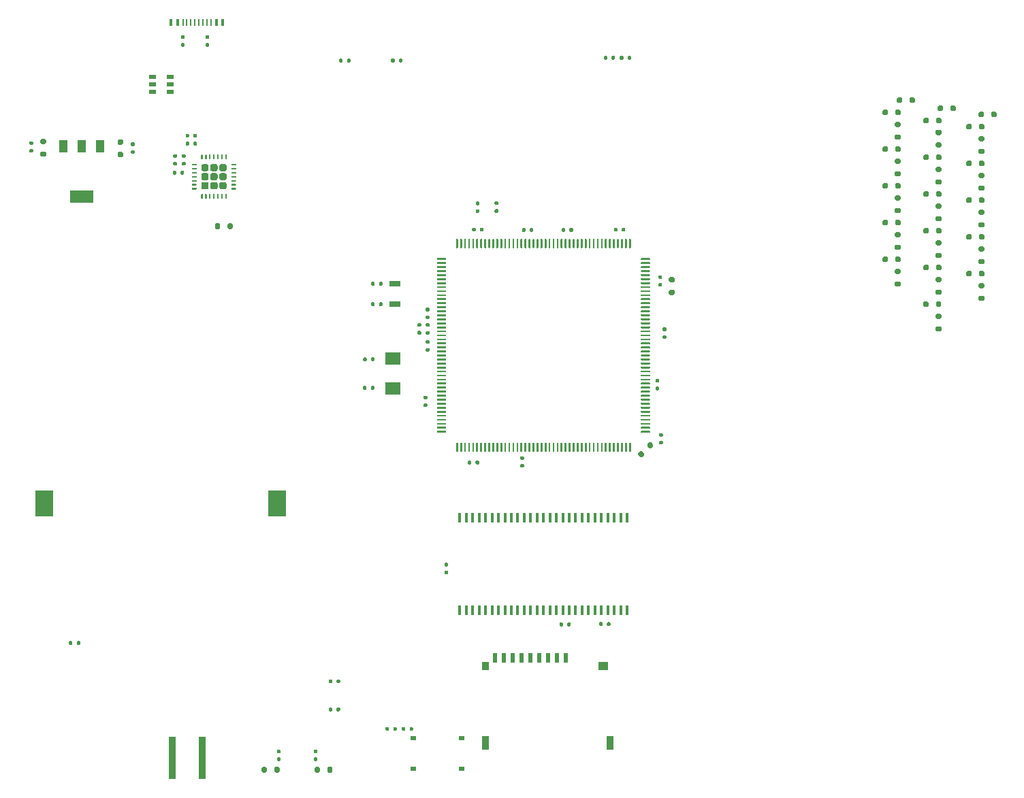
<source format=gtp>
%TF.GenerationSoftware,KiCad,Pcbnew,5.1.6*%
%TF.CreationDate,2020-07-31T05:07:53+02:00*%
%TF.ProjectId,CMM2-JLC,434d4d32-2d4a-44c4-932e-6b696361645f,B*%
%TF.SameCoordinates,Original*%
%TF.FileFunction,Paste,Top*%
%TF.FilePolarity,Positive*%
%FSLAX46Y46*%
G04 Gerber Fmt 4.6, Leading zero omitted, Abs format (unit mm)*
G04 Created by KiCad (PCBNEW 5.1.6) date 2020-07-31 05:07:53*
%MOMM*%
%LPD*%
G01*
G04 APERTURE LIST*
%ADD10R,0.456000X0.881600*%
%ADD11R,0.228000X0.881600*%
%ADD12R,2.280000X3.192000*%
%ADD13R,0.348080X1.147600*%
%ADD14R,0.805600X0.494000*%
%ADD15R,1.824000X1.520000*%
%ADD16R,1.368000X0.760000*%
%ADD17R,1.140000X1.520000*%
%ADD18R,2.888000X1.520000*%
%ADD19R,0.760000X0.570000*%
%ADD20R,0.532000X1.216000*%
%ADD21R,0.912000X1.672000*%
%ADD22R,0.912000X1.140000*%
%ADD23R,1.216000X1.140000*%
%ADD24R,0.965200X5.320000*%
G04 APERTURE END LIST*
D10*
%TO.C,J4*%
X39700000Y-26910000D03*
X40500000Y-26910000D03*
X39700000Y-26910000D03*
X40500000Y-26910000D03*
X46100000Y-26910000D03*
X46100000Y-26910000D03*
X45300000Y-26910000D03*
X45300000Y-26910000D03*
D11*
X41150000Y-26910000D03*
X42150000Y-26910000D03*
X41650000Y-26910000D03*
X44150000Y-26910000D03*
X44650000Y-26910000D03*
X42650000Y-26910000D03*
X43150000Y-26910000D03*
X43650000Y-26910000D03*
%TD*%
%TO.C,C37*%
G36*
G01*
X95724300Y-52823400D02*
X95724300Y-52561200D01*
G75*
G02*
X95836400Y-52449100I112100J0D01*
G01*
X96060600Y-52449100D01*
G75*
G02*
X96172700Y-52561200I0J-112100D01*
G01*
X96172700Y-52823400D01*
G75*
G02*
X96060600Y-52935500I-112100J0D01*
G01*
X95836400Y-52935500D01*
G75*
G02*
X95724300Y-52823400I0J112100D01*
G01*
G37*
G36*
G01*
X94754300Y-52823400D02*
X94754300Y-52561200D01*
G75*
G02*
X94866400Y-52449100I112100J0D01*
G01*
X95090600Y-52449100D01*
G75*
G02*
X95202700Y-52561200I0J-112100D01*
G01*
X95202700Y-52823400D01*
G75*
G02*
X95090600Y-52935500I-112100J0D01*
G01*
X94866400Y-52935500D01*
G75*
G02*
X94754300Y-52823400I0J112100D01*
G01*
G37*
%TD*%
%TO.C,C36*%
G36*
G01*
X71733700Y-66909500D02*
X71471500Y-66909500D01*
G75*
G02*
X71359400Y-66797400I0J112100D01*
G01*
X71359400Y-66573200D01*
G75*
G02*
X71471500Y-66461100I112100J0D01*
G01*
X71733700Y-66461100D01*
G75*
G02*
X71845800Y-66573200I0J-112100D01*
G01*
X71845800Y-66797400D01*
G75*
G02*
X71733700Y-66909500I-112100J0D01*
G01*
G37*
G36*
G01*
X71733700Y-67879500D02*
X71471500Y-67879500D01*
G75*
G02*
X71359400Y-67767400I0J112100D01*
G01*
X71359400Y-67543200D01*
G75*
G02*
X71471500Y-67431100I112100J0D01*
G01*
X71733700Y-67431100D01*
G75*
G02*
X71845800Y-67543200I0J-112100D01*
G01*
X71845800Y-67767400D01*
G75*
G02*
X71733700Y-67879500I-112100J0D01*
G01*
G37*
%TD*%
%TO.C,C35*%
G36*
G01*
X100021100Y-72221400D02*
X100283300Y-72221400D01*
G75*
G02*
X100395400Y-72333500I0J-112100D01*
G01*
X100395400Y-72557700D01*
G75*
G02*
X100283300Y-72669800I-112100J0D01*
G01*
X100021100Y-72669800D01*
G75*
G02*
X99909000Y-72557700I0J112100D01*
G01*
X99909000Y-72333500D01*
G75*
G02*
X100021100Y-72221400I112100J0D01*
G01*
G37*
G36*
G01*
X100021100Y-71251400D02*
X100283300Y-71251400D01*
G75*
G02*
X100395400Y-71363500I0J-112100D01*
G01*
X100395400Y-71587700D01*
G75*
G02*
X100283300Y-71699800I-112100J0D01*
G01*
X100021100Y-71699800D01*
G75*
G02*
X99909000Y-71587700I0J112100D01*
G01*
X99909000Y-71363500D01*
G75*
G02*
X100021100Y-71251400I112100J0D01*
G01*
G37*
%TD*%
%TO.C,C34*%
G36*
G01*
X78099100Y-52810700D02*
X78099100Y-52548500D01*
G75*
G02*
X78211200Y-52436400I112100J0D01*
G01*
X78435400Y-52436400D01*
G75*
G02*
X78547500Y-52548500I0J-112100D01*
G01*
X78547500Y-52810700D01*
G75*
G02*
X78435400Y-52922800I-112100J0D01*
G01*
X78211200Y-52922800D01*
G75*
G02*
X78099100Y-52810700I0J112100D01*
G01*
G37*
G36*
G01*
X77129100Y-52810700D02*
X77129100Y-52548500D01*
G75*
G02*
X77241200Y-52436400I112100J0D01*
G01*
X77465400Y-52436400D01*
G75*
G02*
X77577500Y-52548500I0J-112100D01*
G01*
X77577500Y-52810700D01*
G75*
G02*
X77465400Y-52922800I-112100J0D01*
G01*
X77241200Y-52922800D01*
G75*
G02*
X77129100Y-52810700I0J112100D01*
G01*
G37*
%TD*%
%TO.C,C33*%
G36*
G01*
X100478300Y-78975400D02*
X100740500Y-78975400D01*
G75*
G02*
X100852600Y-79087500I0J-112100D01*
G01*
X100852600Y-79311700D01*
G75*
G02*
X100740500Y-79423800I-112100J0D01*
G01*
X100478300Y-79423800D01*
G75*
G02*
X100366200Y-79311700I0J112100D01*
G01*
X100366200Y-79087500D01*
G75*
G02*
X100478300Y-78975400I112100J0D01*
G01*
G37*
G36*
G01*
X100478300Y-78005400D02*
X100740500Y-78005400D01*
G75*
G02*
X100852600Y-78117500I0J-112100D01*
G01*
X100852600Y-78341700D01*
G75*
G02*
X100740500Y-78453800I-112100J0D01*
G01*
X100478300Y-78453800D01*
G75*
G02*
X100366200Y-78341700I0J112100D01*
G01*
X100366200Y-78117500D01*
G75*
G02*
X100478300Y-78005400I112100J0D01*
G01*
G37*
%TD*%
%TO.C,C32*%
G36*
G01*
X84284000Y-52874200D02*
X84284000Y-52612000D01*
G75*
G02*
X84396100Y-52499900I112100J0D01*
G01*
X84620300Y-52499900D01*
G75*
G02*
X84732400Y-52612000I0J-112100D01*
G01*
X84732400Y-52874200D01*
G75*
G02*
X84620300Y-52986300I-112100J0D01*
G01*
X84396100Y-52986300D01*
G75*
G02*
X84284000Y-52874200I0J112100D01*
G01*
G37*
G36*
G01*
X83314000Y-52874200D02*
X83314000Y-52612000D01*
G75*
G02*
X83426100Y-52499900I112100J0D01*
G01*
X83650300Y-52499900D01*
G75*
G02*
X83762400Y-52612000I0J-112100D01*
G01*
X83762400Y-52874200D01*
G75*
G02*
X83650300Y-52986300I-112100J0D01*
G01*
X83426100Y-52986300D01*
G75*
G02*
X83314000Y-52874200I0J112100D01*
G01*
G37*
%TD*%
%TO.C,C30*%
G36*
G01*
X77553000Y-81804800D02*
X77553000Y-81542600D01*
G75*
G02*
X77665100Y-81430500I112100J0D01*
G01*
X77889300Y-81430500D01*
G75*
G02*
X78001400Y-81542600I0J-112100D01*
G01*
X78001400Y-81804800D01*
G75*
G02*
X77889300Y-81916900I-112100J0D01*
G01*
X77665100Y-81916900D01*
G75*
G02*
X77553000Y-81804800I0J112100D01*
G01*
G37*
G36*
G01*
X76583000Y-81804800D02*
X76583000Y-81542600D01*
G75*
G02*
X76695100Y-81430500I112100J0D01*
G01*
X76919300Y-81430500D01*
G75*
G02*
X77031400Y-81542600I0J-112100D01*
G01*
X77031400Y-81804800D01*
G75*
G02*
X76919300Y-81916900I-112100J0D01*
G01*
X76695100Y-81916900D01*
G75*
G02*
X76583000Y-81804800I0J112100D01*
G01*
G37*
%TD*%
%TO.C,C29*%
G36*
G01*
X100922800Y-65843600D02*
X101185000Y-65843600D01*
G75*
G02*
X101297100Y-65955700I0J-112100D01*
G01*
X101297100Y-66179900D01*
G75*
G02*
X101185000Y-66292000I-112100J0D01*
G01*
X100922800Y-66292000D01*
G75*
G02*
X100810700Y-66179900I0J112100D01*
G01*
X100810700Y-65955700D01*
G75*
G02*
X100922800Y-65843600I112100J0D01*
G01*
G37*
G36*
G01*
X100922800Y-64873600D02*
X101185000Y-64873600D01*
G75*
G02*
X101297100Y-64985700I0J-112100D01*
G01*
X101297100Y-65209900D01*
G75*
G02*
X101185000Y-65322000I-112100J0D01*
G01*
X100922800Y-65322000D01*
G75*
G02*
X100810700Y-65209900I0J112100D01*
G01*
X100810700Y-64985700D01*
G75*
G02*
X100922800Y-64873600I112100J0D01*
G01*
G37*
%TD*%
%TO.C,C28*%
G36*
G01*
X83468500Y-81339100D02*
X83206300Y-81339100D01*
G75*
G02*
X83094200Y-81227000I0J112100D01*
G01*
X83094200Y-81002800D01*
G75*
G02*
X83206300Y-80890700I112100J0D01*
G01*
X83468500Y-80890700D01*
G75*
G02*
X83580600Y-81002800I0J-112100D01*
G01*
X83580600Y-81227000D01*
G75*
G02*
X83468500Y-81339100I-112100J0D01*
G01*
G37*
G36*
G01*
X83468500Y-82309100D02*
X83206300Y-82309100D01*
G75*
G02*
X83094200Y-82197000I0J112100D01*
G01*
X83094200Y-81972800D01*
G75*
G02*
X83206300Y-81860700I112100J0D01*
G01*
X83468500Y-81860700D01*
G75*
G02*
X83580600Y-81972800I0J-112100D01*
G01*
X83580600Y-82197000D01*
G75*
G02*
X83468500Y-82309100I-112100J0D01*
G01*
G37*
%TD*%
%TO.C,C27*%
G36*
G01*
X71179400Y-74327200D02*
X71441600Y-74327200D01*
G75*
G02*
X71553700Y-74439300I0J-112100D01*
G01*
X71553700Y-74663500D01*
G75*
G02*
X71441600Y-74775600I-112100J0D01*
G01*
X71179400Y-74775600D01*
G75*
G02*
X71067300Y-74663500I0J112100D01*
G01*
X71067300Y-74439300D01*
G75*
G02*
X71179400Y-74327200I112100J0D01*
G01*
G37*
G36*
G01*
X71179400Y-73357200D02*
X71441600Y-73357200D01*
G75*
G02*
X71553700Y-73469300I0J-112100D01*
G01*
X71553700Y-73693500D01*
G75*
G02*
X71441600Y-73805600I-112100J0D01*
G01*
X71179400Y-73805600D01*
G75*
G02*
X71067300Y-73693500I0J112100D01*
G01*
X71067300Y-73469300D01*
G75*
G02*
X71179400Y-73357200I112100J0D01*
G01*
G37*
%TD*%
%TO.C,C26*%
G36*
G01*
X100376700Y-59341200D02*
X100638900Y-59341200D01*
G75*
G02*
X100751000Y-59453300I0J-112100D01*
G01*
X100751000Y-59677500D01*
G75*
G02*
X100638900Y-59789600I-112100J0D01*
G01*
X100376700Y-59789600D01*
G75*
G02*
X100264600Y-59677500I0J112100D01*
G01*
X100264600Y-59453300D01*
G75*
G02*
X100376700Y-59341200I112100J0D01*
G01*
G37*
G36*
G01*
X100376700Y-58371200D02*
X100638900Y-58371200D01*
G75*
G02*
X100751000Y-58483300I0J-112100D01*
G01*
X100751000Y-58707500D01*
G75*
G02*
X100638900Y-58819600I-112100J0D01*
G01*
X100376700Y-58819600D01*
G75*
G02*
X100264600Y-58707500I0J112100D01*
G01*
X100264600Y-58483300D01*
G75*
G02*
X100376700Y-58371200I112100J0D01*
G01*
G37*
%TD*%
%TO.C,C25*%
G36*
G01*
X71708300Y-62858200D02*
X71446100Y-62858200D01*
G75*
G02*
X71334000Y-62746100I0J112100D01*
G01*
X71334000Y-62521900D01*
G75*
G02*
X71446100Y-62409800I112100J0D01*
G01*
X71708300Y-62409800D01*
G75*
G02*
X71820400Y-62521900I0J-112100D01*
G01*
X71820400Y-62746100D01*
G75*
G02*
X71708300Y-62858200I-112100J0D01*
G01*
G37*
G36*
G01*
X71708300Y-63828200D02*
X71446100Y-63828200D01*
G75*
G02*
X71334000Y-63716100I0J112100D01*
G01*
X71334000Y-63491900D01*
G75*
G02*
X71446100Y-63379800I112100J0D01*
G01*
X71708300Y-63379800D01*
G75*
G02*
X71820400Y-63491900I0J-112100D01*
G01*
X71820400Y-63716100D01*
G75*
G02*
X71708300Y-63828200I-112100J0D01*
G01*
G37*
%TD*%
%TO.C,C24*%
G36*
G01*
X89237000Y-52861500D02*
X89237000Y-52599300D01*
G75*
G02*
X89349100Y-52487200I112100J0D01*
G01*
X89573300Y-52487200D01*
G75*
G02*
X89685400Y-52599300I0J-112100D01*
G01*
X89685400Y-52861500D01*
G75*
G02*
X89573300Y-52973600I-112100J0D01*
G01*
X89349100Y-52973600D01*
G75*
G02*
X89237000Y-52861500I0J112100D01*
G01*
G37*
G36*
G01*
X88267000Y-52861500D02*
X88267000Y-52599300D01*
G75*
G02*
X88379100Y-52487200I112100J0D01*
G01*
X88603300Y-52487200D01*
G75*
G02*
X88715400Y-52599300I0J-112100D01*
G01*
X88715400Y-52861500D01*
G75*
G02*
X88603300Y-52973600I-112100J0D01*
G01*
X88379100Y-52973600D01*
G75*
G02*
X88267000Y-52861500I0J112100D01*
G01*
G37*
%TD*%
D12*
%TO.C,BT1*%
X52900000Y-86800000D03*
X23900000Y-86800000D03*
%TD*%
D13*
%TO.C,U2*%
X96400000Y-100050000D03*
X95600000Y-100050000D03*
X94800000Y-100050000D03*
X94000000Y-100050000D03*
X93200000Y-100050000D03*
X92400000Y-100050000D03*
X91600000Y-100050000D03*
X90800000Y-100050000D03*
X90000000Y-100050000D03*
X89200000Y-100050000D03*
X88400000Y-100050000D03*
X87600000Y-100050000D03*
X86800000Y-100050000D03*
X86000000Y-100050000D03*
X85200000Y-100050000D03*
X84400000Y-100050000D03*
X83600000Y-100050000D03*
X82800000Y-100050000D03*
X82000000Y-100050000D03*
X81200000Y-100050000D03*
X80400000Y-100050000D03*
X79600000Y-100050000D03*
X78800000Y-100050000D03*
X78000000Y-100050000D03*
X77200000Y-100050000D03*
X76400000Y-100050000D03*
X75600000Y-100050000D03*
X75600000Y-88550000D03*
X76400000Y-88550000D03*
X77200000Y-88550000D03*
X78000000Y-88550000D03*
X78800000Y-88550000D03*
X79600000Y-88550000D03*
X80400000Y-88550000D03*
X81200000Y-88550000D03*
X82000000Y-88550000D03*
X82800000Y-88550000D03*
X83600000Y-88550000D03*
X84400000Y-88550000D03*
X85200000Y-88550000D03*
X86000000Y-88550000D03*
X86800000Y-88550000D03*
X87600000Y-88550000D03*
X88400000Y-88550000D03*
X89200000Y-88550000D03*
X90000000Y-88550000D03*
X90800000Y-88550000D03*
X91600000Y-88550000D03*
X92400000Y-88550000D03*
X93200000Y-88550000D03*
X94000000Y-88550000D03*
X94800000Y-88550000D03*
X95600000Y-88550000D03*
X96400000Y-88550000D03*
%TD*%
D14*
%TO.C,U3*%
X37400000Y-34600000D03*
X37400000Y-35550000D03*
X37400000Y-33650000D03*
X39600000Y-33650000D03*
X39600000Y-34600000D03*
X39600000Y-35550000D03*
%TD*%
D15*
%TO.C,Y2*%
X67310000Y-72462000D03*
X67310000Y-68762000D03*
%TD*%
D16*
%TO.C,Y1*%
X67564000Y-61956000D03*
X67564000Y-59456000D03*
%TD*%
D17*
%TO.C,U6*%
X30860600Y-42319200D03*
X26260600Y-42319200D03*
X28560600Y-42319200D03*
D18*
X28560600Y-48619200D03*
%TD*%
%TO.C,U4*%
G36*
G01*
X43676500Y-46771000D02*
X44126500Y-46771000D01*
G75*
G02*
X44351500Y-46996000I0J-225000D01*
G01*
X44351500Y-47446000D01*
G75*
G02*
X44126500Y-47671000I-225000J0D01*
G01*
X43676500Y-47671000D01*
G75*
G02*
X43451500Y-47446000I0J225000D01*
G01*
X43451500Y-46996000D01*
G75*
G02*
X43676500Y-46771000I225000J0D01*
G01*
G37*
G36*
G01*
X44796500Y-46771000D02*
X45246500Y-46771000D01*
G75*
G02*
X45471500Y-46996000I0J-225000D01*
G01*
X45471500Y-47446000D01*
G75*
G02*
X45246500Y-47671000I-225000J0D01*
G01*
X44796500Y-47671000D01*
G75*
G02*
X44571500Y-47446000I0J225000D01*
G01*
X44571500Y-46996000D01*
G75*
G02*
X44796500Y-46771000I225000J0D01*
G01*
G37*
G36*
G01*
X45916500Y-46771000D02*
X46366500Y-46771000D01*
G75*
G02*
X46591500Y-46996000I0J-225000D01*
G01*
X46591500Y-47446000D01*
G75*
G02*
X46366500Y-47671000I-225000J0D01*
G01*
X45916500Y-47671000D01*
G75*
G02*
X45691500Y-47446000I0J225000D01*
G01*
X45691500Y-46996000D01*
G75*
G02*
X45916500Y-46771000I225000J0D01*
G01*
G37*
G36*
G01*
X43676500Y-45651000D02*
X44126500Y-45651000D01*
G75*
G02*
X44351500Y-45876000I0J-225000D01*
G01*
X44351500Y-46326000D01*
G75*
G02*
X44126500Y-46551000I-225000J0D01*
G01*
X43676500Y-46551000D01*
G75*
G02*
X43451500Y-46326000I0J225000D01*
G01*
X43451500Y-45876000D01*
G75*
G02*
X43676500Y-45651000I225000J0D01*
G01*
G37*
G36*
G01*
X44796500Y-45651000D02*
X45246500Y-45651000D01*
G75*
G02*
X45471500Y-45876000I0J-225000D01*
G01*
X45471500Y-46326000D01*
G75*
G02*
X45246500Y-46551000I-225000J0D01*
G01*
X44796500Y-46551000D01*
G75*
G02*
X44571500Y-46326000I0J225000D01*
G01*
X44571500Y-45876000D01*
G75*
G02*
X44796500Y-45651000I225000J0D01*
G01*
G37*
G36*
G01*
X45916500Y-45651000D02*
X46366500Y-45651000D01*
G75*
G02*
X46591500Y-45876000I0J-225000D01*
G01*
X46591500Y-46326000D01*
G75*
G02*
X46366500Y-46551000I-225000J0D01*
G01*
X45916500Y-46551000D01*
G75*
G02*
X45691500Y-46326000I0J225000D01*
G01*
X45691500Y-45876000D01*
G75*
G02*
X45916500Y-45651000I225000J0D01*
G01*
G37*
G36*
G01*
X43676500Y-44531000D02*
X44126500Y-44531000D01*
G75*
G02*
X44351500Y-44756000I0J-225000D01*
G01*
X44351500Y-45206000D01*
G75*
G02*
X44126500Y-45431000I-225000J0D01*
G01*
X43676500Y-45431000D01*
G75*
G02*
X43451500Y-45206000I0J225000D01*
G01*
X43451500Y-44756000D01*
G75*
G02*
X43676500Y-44531000I225000J0D01*
G01*
G37*
G36*
G01*
X44796500Y-44531000D02*
X45246500Y-44531000D01*
G75*
G02*
X45471500Y-44756000I0J-225000D01*
G01*
X45471500Y-45206000D01*
G75*
G02*
X45246500Y-45431000I-225000J0D01*
G01*
X44796500Y-45431000D01*
G75*
G02*
X44571500Y-45206000I0J225000D01*
G01*
X44571500Y-44756000D01*
G75*
G02*
X44796500Y-44531000I225000J0D01*
G01*
G37*
G36*
G01*
X45916500Y-44531000D02*
X46366500Y-44531000D01*
G75*
G02*
X46591500Y-44756000I0J-225000D01*
G01*
X46591500Y-45206000D01*
G75*
G02*
X46366500Y-45431000I-225000J0D01*
G01*
X45916500Y-45431000D01*
G75*
G02*
X45691500Y-45206000I0J225000D01*
G01*
X45691500Y-44756000D01*
G75*
G02*
X45916500Y-44531000I225000J0D01*
G01*
G37*
G36*
G01*
X47215000Y-44506000D02*
X47728000Y-44506000D01*
G75*
G02*
X47775500Y-44553500I0J-47500D01*
G01*
X47775500Y-44648500D01*
G75*
G02*
X47728000Y-44696000I-47500J0D01*
G01*
X47215000Y-44696000D01*
G75*
G02*
X47167500Y-44648500I0J47500D01*
G01*
X47167500Y-44553500D01*
G75*
G02*
X47215000Y-44506000I47500J0D01*
G01*
G37*
G36*
G01*
X47215000Y-45006000D02*
X47728000Y-45006000D01*
G75*
G02*
X47775500Y-45053500I0J-47500D01*
G01*
X47775500Y-45148500D01*
G75*
G02*
X47728000Y-45196000I-47500J0D01*
G01*
X47215000Y-45196000D01*
G75*
G02*
X47167500Y-45148500I0J47500D01*
G01*
X47167500Y-45053500D01*
G75*
G02*
X47215000Y-45006000I47500J0D01*
G01*
G37*
G36*
G01*
X47215000Y-45506000D02*
X47728000Y-45506000D01*
G75*
G02*
X47775500Y-45553500I0J-47500D01*
G01*
X47775500Y-45648500D01*
G75*
G02*
X47728000Y-45696000I-47500J0D01*
G01*
X47215000Y-45696000D01*
G75*
G02*
X47167500Y-45648500I0J47500D01*
G01*
X47167500Y-45553500D01*
G75*
G02*
X47215000Y-45506000I47500J0D01*
G01*
G37*
G36*
G01*
X47215000Y-46006000D02*
X47728000Y-46006000D01*
G75*
G02*
X47775500Y-46053500I0J-47500D01*
G01*
X47775500Y-46148500D01*
G75*
G02*
X47728000Y-46196000I-47500J0D01*
G01*
X47215000Y-46196000D01*
G75*
G02*
X47167500Y-46148500I0J47500D01*
G01*
X47167500Y-46053500D01*
G75*
G02*
X47215000Y-46006000I47500J0D01*
G01*
G37*
G36*
G01*
X47215000Y-46506000D02*
X47728000Y-46506000D01*
G75*
G02*
X47775500Y-46553500I0J-47500D01*
G01*
X47775500Y-46648500D01*
G75*
G02*
X47728000Y-46696000I-47500J0D01*
G01*
X47215000Y-46696000D01*
G75*
G02*
X47167500Y-46648500I0J47500D01*
G01*
X47167500Y-46553500D01*
G75*
G02*
X47215000Y-46506000I47500J0D01*
G01*
G37*
G36*
G01*
X47215000Y-47006000D02*
X47728000Y-47006000D01*
G75*
G02*
X47775500Y-47053500I0J-47500D01*
G01*
X47775500Y-47148500D01*
G75*
G02*
X47728000Y-47196000I-47500J0D01*
G01*
X47215000Y-47196000D01*
G75*
G02*
X47167500Y-47148500I0J47500D01*
G01*
X47167500Y-47053500D01*
G75*
G02*
X47215000Y-47006000I47500J0D01*
G01*
G37*
G36*
G01*
X47215000Y-47506000D02*
X47728000Y-47506000D01*
G75*
G02*
X47775500Y-47553500I0J-47500D01*
G01*
X47775500Y-47648500D01*
G75*
G02*
X47728000Y-47696000I-47500J0D01*
G01*
X47215000Y-47696000D01*
G75*
G02*
X47167500Y-47648500I0J47500D01*
G01*
X47167500Y-47553500D01*
G75*
G02*
X47215000Y-47506000I47500J0D01*
G01*
G37*
G36*
G01*
X46474000Y-48247000D02*
X46569000Y-48247000D01*
G75*
G02*
X46616500Y-48294500I0J-47500D01*
G01*
X46616500Y-48807500D01*
G75*
G02*
X46569000Y-48855000I-47500J0D01*
G01*
X46474000Y-48855000D01*
G75*
G02*
X46426500Y-48807500I0J47500D01*
G01*
X46426500Y-48294500D01*
G75*
G02*
X46474000Y-48247000I47500J0D01*
G01*
G37*
G36*
G01*
X45974000Y-48247000D02*
X46069000Y-48247000D01*
G75*
G02*
X46116500Y-48294500I0J-47500D01*
G01*
X46116500Y-48807500D01*
G75*
G02*
X46069000Y-48855000I-47500J0D01*
G01*
X45974000Y-48855000D01*
G75*
G02*
X45926500Y-48807500I0J47500D01*
G01*
X45926500Y-48294500D01*
G75*
G02*
X45974000Y-48247000I47500J0D01*
G01*
G37*
G36*
G01*
X45474000Y-48247000D02*
X45569000Y-48247000D01*
G75*
G02*
X45616500Y-48294500I0J-47500D01*
G01*
X45616500Y-48807500D01*
G75*
G02*
X45569000Y-48855000I-47500J0D01*
G01*
X45474000Y-48855000D01*
G75*
G02*
X45426500Y-48807500I0J47500D01*
G01*
X45426500Y-48294500D01*
G75*
G02*
X45474000Y-48247000I47500J0D01*
G01*
G37*
G36*
G01*
X44974000Y-48247000D02*
X45069000Y-48247000D01*
G75*
G02*
X45116500Y-48294500I0J-47500D01*
G01*
X45116500Y-48807500D01*
G75*
G02*
X45069000Y-48855000I-47500J0D01*
G01*
X44974000Y-48855000D01*
G75*
G02*
X44926500Y-48807500I0J47500D01*
G01*
X44926500Y-48294500D01*
G75*
G02*
X44974000Y-48247000I47500J0D01*
G01*
G37*
G36*
G01*
X44474000Y-48247000D02*
X44569000Y-48247000D01*
G75*
G02*
X44616500Y-48294500I0J-47500D01*
G01*
X44616500Y-48807500D01*
G75*
G02*
X44569000Y-48855000I-47500J0D01*
G01*
X44474000Y-48855000D01*
G75*
G02*
X44426500Y-48807500I0J47500D01*
G01*
X44426500Y-48294500D01*
G75*
G02*
X44474000Y-48247000I47500J0D01*
G01*
G37*
G36*
G01*
X43974000Y-48247000D02*
X44069000Y-48247000D01*
G75*
G02*
X44116500Y-48294500I0J-47500D01*
G01*
X44116500Y-48807500D01*
G75*
G02*
X44069000Y-48855000I-47500J0D01*
G01*
X43974000Y-48855000D01*
G75*
G02*
X43926500Y-48807500I0J47500D01*
G01*
X43926500Y-48294500D01*
G75*
G02*
X43974000Y-48247000I47500J0D01*
G01*
G37*
G36*
G01*
X43474000Y-48247000D02*
X43569000Y-48247000D01*
G75*
G02*
X43616500Y-48294500I0J-47500D01*
G01*
X43616500Y-48807500D01*
G75*
G02*
X43569000Y-48855000I-47500J0D01*
G01*
X43474000Y-48855000D01*
G75*
G02*
X43426500Y-48807500I0J47500D01*
G01*
X43426500Y-48294500D01*
G75*
G02*
X43474000Y-48247000I47500J0D01*
G01*
G37*
G36*
G01*
X42315000Y-47506000D02*
X42828000Y-47506000D01*
G75*
G02*
X42875500Y-47553500I0J-47500D01*
G01*
X42875500Y-47648500D01*
G75*
G02*
X42828000Y-47696000I-47500J0D01*
G01*
X42315000Y-47696000D01*
G75*
G02*
X42267500Y-47648500I0J47500D01*
G01*
X42267500Y-47553500D01*
G75*
G02*
X42315000Y-47506000I47500J0D01*
G01*
G37*
G36*
G01*
X42315000Y-47006000D02*
X42828000Y-47006000D01*
G75*
G02*
X42875500Y-47053500I0J-47500D01*
G01*
X42875500Y-47148500D01*
G75*
G02*
X42828000Y-47196000I-47500J0D01*
G01*
X42315000Y-47196000D01*
G75*
G02*
X42267500Y-47148500I0J47500D01*
G01*
X42267500Y-47053500D01*
G75*
G02*
X42315000Y-47006000I47500J0D01*
G01*
G37*
G36*
G01*
X42315000Y-46506000D02*
X42828000Y-46506000D01*
G75*
G02*
X42875500Y-46553500I0J-47500D01*
G01*
X42875500Y-46648500D01*
G75*
G02*
X42828000Y-46696000I-47500J0D01*
G01*
X42315000Y-46696000D01*
G75*
G02*
X42267500Y-46648500I0J47500D01*
G01*
X42267500Y-46553500D01*
G75*
G02*
X42315000Y-46506000I47500J0D01*
G01*
G37*
G36*
G01*
X42315000Y-46006000D02*
X42828000Y-46006000D01*
G75*
G02*
X42875500Y-46053500I0J-47500D01*
G01*
X42875500Y-46148500D01*
G75*
G02*
X42828000Y-46196000I-47500J0D01*
G01*
X42315000Y-46196000D01*
G75*
G02*
X42267500Y-46148500I0J47500D01*
G01*
X42267500Y-46053500D01*
G75*
G02*
X42315000Y-46006000I47500J0D01*
G01*
G37*
G36*
G01*
X42315000Y-45506000D02*
X42828000Y-45506000D01*
G75*
G02*
X42875500Y-45553500I0J-47500D01*
G01*
X42875500Y-45648500D01*
G75*
G02*
X42828000Y-45696000I-47500J0D01*
G01*
X42315000Y-45696000D01*
G75*
G02*
X42267500Y-45648500I0J47500D01*
G01*
X42267500Y-45553500D01*
G75*
G02*
X42315000Y-45506000I47500J0D01*
G01*
G37*
G36*
G01*
X42315000Y-45006000D02*
X42828000Y-45006000D01*
G75*
G02*
X42875500Y-45053500I0J-47500D01*
G01*
X42875500Y-45148500D01*
G75*
G02*
X42828000Y-45196000I-47500J0D01*
G01*
X42315000Y-45196000D01*
G75*
G02*
X42267500Y-45148500I0J47500D01*
G01*
X42267500Y-45053500D01*
G75*
G02*
X42315000Y-45006000I47500J0D01*
G01*
G37*
G36*
G01*
X42315000Y-44506000D02*
X42828000Y-44506000D01*
G75*
G02*
X42875500Y-44553500I0J-47500D01*
G01*
X42875500Y-44648500D01*
G75*
G02*
X42828000Y-44696000I-47500J0D01*
G01*
X42315000Y-44696000D01*
G75*
G02*
X42267500Y-44648500I0J47500D01*
G01*
X42267500Y-44553500D01*
G75*
G02*
X42315000Y-44506000I47500J0D01*
G01*
G37*
G36*
G01*
X43474000Y-43347000D02*
X43569000Y-43347000D01*
G75*
G02*
X43616500Y-43394500I0J-47500D01*
G01*
X43616500Y-43907500D01*
G75*
G02*
X43569000Y-43955000I-47500J0D01*
G01*
X43474000Y-43955000D01*
G75*
G02*
X43426500Y-43907500I0J47500D01*
G01*
X43426500Y-43394500D01*
G75*
G02*
X43474000Y-43347000I47500J0D01*
G01*
G37*
G36*
G01*
X43974000Y-43347000D02*
X44069000Y-43347000D01*
G75*
G02*
X44116500Y-43394500I0J-47500D01*
G01*
X44116500Y-43907500D01*
G75*
G02*
X44069000Y-43955000I-47500J0D01*
G01*
X43974000Y-43955000D01*
G75*
G02*
X43926500Y-43907500I0J47500D01*
G01*
X43926500Y-43394500D01*
G75*
G02*
X43974000Y-43347000I47500J0D01*
G01*
G37*
G36*
G01*
X44474000Y-43347000D02*
X44569000Y-43347000D01*
G75*
G02*
X44616500Y-43394500I0J-47500D01*
G01*
X44616500Y-43907500D01*
G75*
G02*
X44569000Y-43955000I-47500J0D01*
G01*
X44474000Y-43955000D01*
G75*
G02*
X44426500Y-43907500I0J47500D01*
G01*
X44426500Y-43394500D01*
G75*
G02*
X44474000Y-43347000I47500J0D01*
G01*
G37*
G36*
G01*
X44974000Y-43347000D02*
X45069000Y-43347000D01*
G75*
G02*
X45116500Y-43394500I0J-47500D01*
G01*
X45116500Y-43907500D01*
G75*
G02*
X45069000Y-43955000I-47500J0D01*
G01*
X44974000Y-43955000D01*
G75*
G02*
X44926500Y-43907500I0J47500D01*
G01*
X44926500Y-43394500D01*
G75*
G02*
X44974000Y-43347000I47500J0D01*
G01*
G37*
G36*
G01*
X45474000Y-43347000D02*
X45569000Y-43347000D01*
G75*
G02*
X45616500Y-43394500I0J-47500D01*
G01*
X45616500Y-43907500D01*
G75*
G02*
X45569000Y-43955000I-47500J0D01*
G01*
X45474000Y-43955000D01*
G75*
G02*
X45426500Y-43907500I0J47500D01*
G01*
X45426500Y-43394500D01*
G75*
G02*
X45474000Y-43347000I47500J0D01*
G01*
G37*
G36*
G01*
X45974000Y-43347000D02*
X46069000Y-43347000D01*
G75*
G02*
X46116500Y-43394500I0J-47500D01*
G01*
X46116500Y-43907500D01*
G75*
G02*
X46069000Y-43955000I-47500J0D01*
G01*
X45974000Y-43955000D01*
G75*
G02*
X45926500Y-43907500I0J47500D01*
G01*
X45926500Y-43394500D01*
G75*
G02*
X45974000Y-43347000I47500J0D01*
G01*
G37*
G36*
G01*
X46474000Y-43347000D02*
X46569000Y-43347000D01*
G75*
G02*
X46616500Y-43394500I0J-47500D01*
G01*
X46616500Y-43907500D01*
G75*
G02*
X46569000Y-43955000I-47500J0D01*
G01*
X46474000Y-43955000D01*
G75*
G02*
X46426500Y-43907500I0J47500D01*
G01*
X46426500Y-43394500D01*
G75*
G02*
X46474000Y-43347000I47500J0D01*
G01*
G37*
%TD*%
D19*
%TO.C,SW1*%
X75800000Y-119747000D03*
X75800000Y-115997000D03*
X69800000Y-115997000D03*
X69800000Y-119747000D03*
%TD*%
%TO.C,R52*%
G36*
G01*
X80018900Y-50145800D02*
X80281100Y-50145800D01*
G75*
G02*
X80393200Y-50257900I0J-112100D01*
G01*
X80393200Y-50482100D01*
G75*
G02*
X80281100Y-50594200I-112100J0D01*
G01*
X80018900Y-50594200D01*
G75*
G02*
X79906800Y-50482100I0J112100D01*
G01*
X79906800Y-50257900D01*
G75*
G02*
X80018900Y-50145800I112100J0D01*
G01*
G37*
G36*
G01*
X80018900Y-49175800D02*
X80281100Y-49175800D01*
G75*
G02*
X80393200Y-49287900I0J-112100D01*
G01*
X80393200Y-49512100D01*
G75*
G02*
X80281100Y-49624200I-112100J0D01*
G01*
X80018900Y-49624200D01*
G75*
G02*
X79906800Y-49512100I0J112100D01*
G01*
X79906800Y-49287900D01*
G75*
G02*
X80018900Y-49175800I112100J0D01*
G01*
G37*
%TD*%
%TO.C,R51*%
G36*
G01*
X66795200Y-114692900D02*
X66795200Y-114955100D01*
G75*
G02*
X66683100Y-115067200I-112100J0D01*
G01*
X66458900Y-115067200D01*
G75*
G02*
X66346800Y-114955100I0J112100D01*
G01*
X66346800Y-114692900D01*
G75*
G02*
X66458900Y-114580800I112100J0D01*
G01*
X66683100Y-114580800D01*
G75*
G02*
X66795200Y-114692900I0J-112100D01*
G01*
G37*
G36*
G01*
X67765200Y-114692900D02*
X67765200Y-114955100D01*
G75*
G02*
X67653100Y-115067200I-112100J0D01*
G01*
X67428900Y-115067200D01*
G75*
G02*
X67316800Y-114955100I0J112100D01*
G01*
X67316800Y-114692900D01*
G75*
G02*
X67428900Y-114580800I112100J0D01*
G01*
X67653100Y-114580800D01*
G75*
G02*
X67765200Y-114692900I0J-112100D01*
G01*
G37*
%TD*%
%TO.C,R50*%
G36*
G01*
X46705000Y-52444750D02*
X46705000Y-52055250D01*
G75*
G02*
X46871250Y-51889000I166250J0D01*
G01*
X47203750Y-51889000D01*
G75*
G02*
X47370000Y-52055250I0J-166250D01*
G01*
X47370000Y-52444750D01*
G75*
G02*
X47203750Y-52611000I-166250J0D01*
G01*
X46871250Y-52611000D01*
G75*
G02*
X46705000Y-52444750I0J166250D01*
G01*
G37*
G36*
G01*
X45130000Y-52444750D02*
X45130000Y-52055250D01*
G75*
G02*
X45296250Y-51889000I166250J0D01*
G01*
X45628750Y-51889000D01*
G75*
G02*
X45795000Y-52055250I0J-166250D01*
G01*
X45795000Y-52444750D01*
G75*
G02*
X45628750Y-52611000I-166250J0D01*
G01*
X45296250Y-52611000D01*
G75*
G02*
X45130000Y-52444750I0J166250D01*
G01*
G37*
%TD*%
%TO.C,R49*%
G36*
G01*
X27946800Y-104271100D02*
X27946800Y-104008900D01*
G75*
G02*
X28058900Y-103896800I112100J0D01*
G01*
X28283100Y-103896800D01*
G75*
G02*
X28395200Y-104008900I0J-112100D01*
G01*
X28395200Y-104271100D01*
G75*
G02*
X28283100Y-104383200I-112100J0D01*
G01*
X28058900Y-104383200D01*
G75*
G02*
X27946800Y-104271100I0J112100D01*
G01*
G37*
G36*
G01*
X26976800Y-104271100D02*
X26976800Y-104008900D01*
G75*
G02*
X27088900Y-103896800I112100J0D01*
G01*
X27313100Y-103896800D01*
G75*
G02*
X27425200Y-104008900I0J-112100D01*
G01*
X27425200Y-104271100D01*
G75*
G02*
X27313100Y-104383200I-112100J0D01*
G01*
X27088900Y-104383200D01*
G75*
G02*
X26976800Y-104271100I0J112100D01*
G01*
G37*
%TD*%
%TO.C,R48*%
G36*
G01*
X57789100Y-117842200D02*
X57526900Y-117842200D01*
G75*
G02*
X57414800Y-117730100I0J112100D01*
G01*
X57414800Y-117505900D01*
G75*
G02*
X57526900Y-117393800I112100J0D01*
G01*
X57789100Y-117393800D01*
G75*
G02*
X57901200Y-117505900I0J-112100D01*
G01*
X57901200Y-117730100D01*
G75*
G02*
X57789100Y-117842200I-112100J0D01*
G01*
G37*
G36*
G01*
X57789100Y-118812200D02*
X57526900Y-118812200D01*
G75*
G02*
X57414800Y-118700100I0J112100D01*
G01*
X57414800Y-118475900D01*
G75*
G02*
X57526900Y-118363800I112100J0D01*
G01*
X57789100Y-118363800D01*
G75*
G02*
X57901200Y-118475900I0J-112100D01*
G01*
X57901200Y-118700100D01*
G75*
G02*
X57789100Y-118812200I-112100J0D01*
G01*
G37*
%TD*%
%TO.C,R47*%
G36*
G01*
X53217100Y-117865200D02*
X52954900Y-117865200D01*
G75*
G02*
X52842800Y-117753100I0J112100D01*
G01*
X52842800Y-117528900D01*
G75*
G02*
X52954900Y-117416800I112100J0D01*
G01*
X53217100Y-117416800D01*
G75*
G02*
X53329200Y-117528900I0J-112100D01*
G01*
X53329200Y-117753100D01*
G75*
G02*
X53217100Y-117865200I-112100J0D01*
G01*
G37*
G36*
G01*
X53217100Y-118835200D02*
X52954900Y-118835200D01*
G75*
G02*
X52842800Y-118723100I0J112100D01*
G01*
X52842800Y-118498900D01*
G75*
G02*
X52954900Y-118386800I112100J0D01*
G01*
X53217100Y-118386800D01*
G75*
G02*
X53329200Y-118498900I0J-112100D01*
G01*
X53329200Y-118723100D01*
G75*
G02*
X53217100Y-118835200I-112100J0D01*
G01*
G37*
%TD*%
%TO.C,R46*%
G36*
G01*
X40339200Y-45468900D02*
X40339200Y-45731100D01*
G75*
G02*
X40227100Y-45843200I-112100J0D01*
G01*
X40002900Y-45843200D01*
G75*
G02*
X39890800Y-45731100I0J112100D01*
G01*
X39890800Y-45468900D01*
G75*
G02*
X40002900Y-45356800I112100J0D01*
G01*
X40227100Y-45356800D01*
G75*
G02*
X40339200Y-45468900I0J-112100D01*
G01*
G37*
G36*
G01*
X41309200Y-45468900D02*
X41309200Y-45731100D01*
G75*
G02*
X41197100Y-45843200I-112100J0D01*
G01*
X40972900Y-45843200D01*
G75*
G02*
X40860800Y-45731100I0J112100D01*
G01*
X40860800Y-45468900D01*
G75*
G02*
X40972900Y-45356800I112100J0D01*
G01*
X41197100Y-45356800D01*
G75*
G02*
X41309200Y-45468900I0J-112100D01*
G01*
G37*
%TD*%
%TO.C,R45*%
G36*
G01*
X41016900Y-29470800D02*
X41279100Y-29470800D01*
G75*
G02*
X41391200Y-29582900I0J-112100D01*
G01*
X41391200Y-29807100D01*
G75*
G02*
X41279100Y-29919200I-112100J0D01*
G01*
X41016900Y-29919200D01*
G75*
G02*
X40904800Y-29807100I0J112100D01*
G01*
X40904800Y-29582900D01*
G75*
G02*
X41016900Y-29470800I112100J0D01*
G01*
G37*
G36*
G01*
X41016900Y-28500800D02*
X41279100Y-28500800D01*
G75*
G02*
X41391200Y-28612900I0J-112100D01*
G01*
X41391200Y-28837100D01*
G75*
G02*
X41279100Y-28949200I-112100J0D01*
G01*
X41016900Y-28949200D01*
G75*
G02*
X40904800Y-28837100I0J112100D01*
G01*
X40904800Y-28612900D01*
G75*
G02*
X41016900Y-28500800I112100J0D01*
G01*
G37*
%TD*%
%TO.C,R44*%
G36*
G01*
X44327100Y-28949200D02*
X44064900Y-28949200D01*
G75*
G02*
X43952800Y-28837100I0J112100D01*
G01*
X43952800Y-28612900D01*
G75*
G02*
X44064900Y-28500800I112100J0D01*
G01*
X44327100Y-28500800D01*
G75*
G02*
X44439200Y-28612900I0J-112100D01*
G01*
X44439200Y-28837100D01*
G75*
G02*
X44327100Y-28949200I-112100J0D01*
G01*
G37*
G36*
G01*
X44327100Y-29919200D02*
X44064900Y-29919200D01*
G75*
G02*
X43952800Y-29807100I0J112100D01*
G01*
X43952800Y-29582900D01*
G75*
G02*
X44064900Y-29470800I112100J0D01*
G01*
X44327100Y-29470800D01*
G75*
G02*
X44439200Y-29582900I0J-112100D01*
G01*
X44439200Y-29807100D01*
G75*
G02*
X44327100Y-29919200I-112100J0D01*
G01*
G37*
%TD*%
%TO.C,R43*%
G36*
G01*
X71468900Y-65310800D02*
X71731100Y-65310800D01*
G75*
G02*
X71843200Y-65422900I0J-112100D01*
G01*
X71843200Y-65647100D01*
G75*
G02*
X71731100Y-65759200I-112100J0D01*
G01*
X71468900Y-65759200D01*
G75*
G02*
X71356800Y-65647100I0J112100D01*
G01*
X71356800Y-65422900D01*
G75*
G02*
X71468900Y-65310800I112100J0D01*
G01*
G37*
G36*
G01*
X71468900Y-64340800D02*
X71731100Y-64340800D01*
G75*
G02*
X71843200Y-64452900I0J-112100D01*
G01*
X71843200Y-64677100D01*
G75*
G02*
X71731100Y-64789200I-112100J0D01*
G01*
X71468900Y-64789200D01*
G75*
G02*
X71356800Y-64677100I0J112100D01*
G01*
X71356800Y-64452900D01*
G75*
G02*
X71468900Y-64340800I112100J0D01*
G01*
G37*
%TD*%
%TO.C,R42*%
G36*
G01*
X77931100Y-49639200D02*
X77668900Y-49639200D01*
G75*
G02*
X77556800Y-49527100I0J112100D01*
G01*
X77556800Y-49302900D01*
G75*
G02*
X77668900Y-49190800I112100J0D01*
G01*
X77931100Y-49190800D01*
G75*
G02*
X78043200Y-49302900I0J-112100D01*
G01*
X78043200Y-49527100D01*
G75*
G02*
X77931100Y-49639200I-112100J0D01*
G01*
G37*
G36*
G01*
X77931100Y-50609200D02*
X77668900Y-50609200D01*
G75*
G02*
X77556800Y-50497100I0J112100D01*
G01*
X77556800Y-50272900D01*
G75*
G02*
X77668900Y-50160800I112100J0D01*
G01*
X77931100Y-50160800D01*
G75*
G02*
X78043200Y-50272900I0J-112100D01*
G01*
X78043200Y-50497100D01*
G75*
G02*
X77931100Y-50609200I-112100J0D01*
G01*
G37*
%TD*%
%TO.C,R41*%
G36*
G01*
X136599000Y-37786750D02*
X136599000Y-37397250D01*
G75*
G02*
X136765250Y-37231000I166250J0D01*
G01*
X137097750Y-37231000D01*
G75*
G02*
X137264000Y-37397250I0J-166250D01*
G01*
X137264000Y-37786750D01*
G75*
G02*
X137097750Y-37953000I-166250J0D01*
G01*
X136765250Y-37953000D01*
G75*
G02*
X136599000Y-37786750I0J166250D01*
G01*
G37*
G36*
G01*
X135024000Y-37786750D02*
X135024000Y-37397250D01*
G75*
G02*
X135190250Y-37231000I166250J0D01*
G01*
X135522750Y-37231000D01*
G75*
G02*
X135689000Y-37397250I0J-166250D01*
G01*
X135689000Y-37786750D01*
G75*
G02*
X135522750Y-37953000I-166250J0D01*
G01*
X135190250Y-37953000D01*
G75*
G02*
X135024000Y-37786750I0J166250D01*
G01*
G37*
%TD*%
%TO.C,R40*%
G36*
G01*
X134821000Y-39310750D02*
X134821000Y-38921250D01*
G75*
G02*
X134987250Y-38755000I166250J0D01*
G01*
X135319750Y-38755000D01*
G75*
G02*
X135486000Y-38921250I0J-166250D01*
G01*
X135486000Y-39310750D01*
G75*
G02*
X135319750Y-39477000I-166250J0D01*
G01*
X134987250Y-39477000D01*
G75*
G02*
X134821000Y-39310750I0J166250D01*
G01*
G37*
G36*
G01*
X133246000Y-39310750D02*
X133246000Y-38921250D01*
G75*
G02*
X133412250Y-38755000I166250J0D01*
G01*
X133744750Y-38755000D01*
G75*
G02*
X133911000Y-38921250I0J-166250D01*
G01*
X133911000Y-39310750D01*
G75*
G02*
X133744750Y-39477000I-166250J0D01*
G01*
X133412250Y-39477000D01*
G75*
G02*
X133246000Y-39310750I0J166250D01*
G01*
G37*
%TD*%
%TO.C,R39*%
G36*
G01*
X134933250Y-41831499D02*
X135322750Y-41831499D01*
G75*
G02*
X135489000Y-41997749I0J-166250D01*
G01*
X135489000Y-42330249D01*
G75*
G02*
X135322750Y-42496499I-166250J0D01*
G01*
X134933250Y-42496499D01*
G75*
G02*
X134767000Y-42330249I0J166250D01*
G01*
X134767000Y-41997749D01*
G75*
G02*
X134933250Y-41831499I166250J0D01*
G01*
G37*
G36*
G01*
X134933250Y-40256499D02*
X135322750Y-40256499D01*
G75*
G02*
X135489000Y-40422749I0J-166250D01*
G01*
X135489000Y-40755249D01*
G75*
G02*
X135322750Y-40921499I-166250J0D01*
G01*
X134933250Y-40921499D01*
G75*
G02*
X134767000Y-40755249I0J166250D01*
G01*
X134767000Y-40422749D01*
G75*
G02*
X134933250Y-40256499I166250J0D01*
G01*
G37*
%TD*%
%TO.C,R38*%
G36*
G01*
X131519000Y-36770750D02*
X131519000Y-36381250D01*
G75*
G02*
X131685250Y-36215000I166250J0D01*
G01*
X132017750Y-36215000D01*
G75*
G02*
X132184000Y-36381250I0J-166250D01*
G01*
X132184000Y-36770750D01*
G75*
G02*
X132017750Y-36937000I-166250J0D01*
G01*
X131685250Y-36937000D01*
G75*
G02*
X131519000Y-36770750I0J166250D01*
G01*
G37*
G36*
G01*
X129944000Y-36770750D02*
X129944000Y-36381250D01*
G75*
G02*
X130110250Y-36215000I166250J0D01*
G01*
X130442750Y-36215000D01*
G75*
G02*
X130609000Y-36381250I0J-166250D01*
G01*
X130609000Y-36770750D01*
G75*
G02*
X130442750Y-36937000I-166250J0D01*
G01*
X130110250Y-36937000D01*
G75*
G02*
X129944000Y-36770750I0J166250D01*
G01*
G37*
%TD*%
%TO.C,R37*%
G36*
G01*
X129741000Y-38294750D02*
X129741000Y-37905250D01*
G75*
G02*
X129907250Y-37739000I166250J0D01*
G01*
X130239750Y-37739000D01*
G75*
G02*
X130406000Y-37905250I0J-166250D01*
G01*
X130406000Y-38294750D01*
G75*
G02*
X130239750Y-38461000I-166250J0D01*
G01*
X129907250Y-38461000D01*
G75*
G02*
X129741000Y-38294750I0J166250D01*
G01*
G37*
G36*
G01*
X128166000Y-38294750D02*
X128166000Y-37905250D01*
G75*
G02*
X128332250Y-37739000I166250J0D01*
G01*
X128664750Y-37739000D01*
G75*
G02*
X128831000Y-37905250I0J-166250D01*
G01*
X128831000Y-38294750D01*
G75*
G02*
X128664750Y-38461000I-166250J0D01*
G01*
X128332250Y-38461000D01*
G75*
G02*
X128166000Y-38294750I0J166250D01*
G01*
G37*
%TD*%
%TO.C,R36*%
G36*
G01*
X134821000Y-43882750D02*
X134821000Y-43493250D01*
G75*
G02*
X134987250Y-43327000I166250J0D01*
G01*
X135319750Y-43327000D01*
G75*
G02*
X135486000Y-43493250I0J-166250D01*
G01*
X135486000Y-43882750D01*
G75*
G02*
X135319750Y-44049000I-166250J0D01*
G01*
X134987250Y-44049000D01*
G75*
G02*
X134821000Y-43882750I0J166250D01*
G01*
G37*
G36*
G01*
X133246000Y-43882750D02*
X133246000Y-43493250D01*
G75*
G02*
X133412250Y-43327000I166250J0D01*
G01*
X133744750Y-43327000D01*
G75*
G02*
X133911000Y-43493250I0J-166250D01*
G01*
X133911000Y-43882750D01*
G75*
G02*
X133744750Y-44049000I-166250J0D01*
G01*
X133412250Y-44049000D01*
G75*
G02*
X133246000Y-43882750I0J166250D01*
G01*
G37*
%TD*%
%TO.C,R35*%
G36*
G01*
X141679000Y-38548750D02*
X141679000Y-38159250D01*
G75*
G02*
X141845250Y-37993000I166250J0D01*
G01*
X142177750Y-37993000D01*
G75*
G02*
X142344000Y-38159250I0J-166250D01*
G01*
X142344000Y-38548750D01*
G75*
G02*
X142177750Y-38715000I-166250J0D01*
G01*
X141845250Y-38715000D01*
G75*
G02*
X141679000Y-38548750I0J166250D01*
G01*
G37*
G36*
G01*
X140104000Y-38548750D02*
X140104000Y-38159250D01*
G75*
G02*
X140270250Y-37993000I166250J0D01*
G01*
X140602750Y-37993000D01*
G75*
G02*
X140769000Y-38159250I0J-166250D01*
G01*
X140769000Y-38548750D01*
G75*
G02*
X140602750Y-38715000I-166250J0D01*
G01*
X140270250Y-38715000D01*
G75*
G02*
X140104000Y-38548750I0J166250D01*
G01*
G37*
%TD*%
%TO.C,R34*%
G36*
G01*
X140155000Y-40072750D02*
X140155000Y-39683250D01*
G75*
G02*
X140321250Y-39517000I166250J0D01*
G01*
X140653750Y-39517000D01*
G75*
G02*
X140820000Y-39683250I0J-166250D01*
G01*
X140820000Y-40072750D01*
G75*
G02*
X140653750Y-40239000I-166250J0D01*
G01*
X140321250Y-40239000D01*
G75*
G02*
X140155000Y-40072750I0J166250D01*
G01*
G37*
G36*
G01*
X138580000Y-40072750D02*
X138580000Y-39683250D01*
G75*
G02*
X138746250Y-39517000I166250J0D01*
G01*
X139078750Y-39517000D01*
G75*
G02*
X139245000Y-39683250I0J-166250D01*
G01*
X139245000Y-40072750D01*
G75*
G02*
X139078750Y-40239000I-166250J0D01*
G01*
X138746250Y-40239000D01*
G75*
G02*
X138580000Y-40072750I0J166250D01*
G01*
G37*
%TD*%
%TO.C,R33*%
G36*
G01*
X129853250Y-40841000D02*
X130242750Y-40841000D01*
G75*
G02*
X130409000Y-41007250I0J-166250D01*
G01*
X130409000Y-41339750D01*
G75*
G02*
X130242750Y-41506000I-166250J0D01*
G01*
X129853250Y-41506000D01*
G75*
G02*
X129687000Y-41339750I0J166250D01*
G01*
X129687000Y-41007250D01*
G75*
G02*
X129853250Y-40841000I166250J0D01*
G01*
G37*
G36*
G01*
X129853250Y-39266000D02*
X130242750Y-39266000D01*
G75*
G02*
X130409000Y-39432250I0J-166250D01*
G01*
X130409000Y-39764750D01*
G75*
G02*
X130242750Y-39931000I-166250J0D01*
G01*
X129853250Y-39931000D01*
G75*
G02*
X129687000Y-39764750I0J166250D01*
G01*
X129687000Y-39432250D01*
G75*
G02*
X129853250Y-39266000I166250J0D01*
G01*
G37*
%TD*%
%TO.C,R32*%
G36*
G01*
X134933250Y-46429000D02*
X135322750Y-46429000D01*
G75*
G02*
X135489000Y-46595250I0J-166250D01*
G01*
X135489000Y-46927750D01*
G75*
G02*
X135322750Y-47094000I-166250J0D01*
G01*
X134933250Y-47094000D01*
G75*
G02*
X134767000Y-46927750I0J166250D01*
G01*
X134767000Y-46595250D01*
G75*
G02*
X134933250Y-46429000I166250J0D01*
G01*
G37*
G36*
G01*
X134933250Y-44854000D02*
X135322750Y-44854000D01*
G75*
G02*
X135489000Y-45020250I0J-166250D01*
G01*
X135489000Y-45352750D01*
G75*
G02*
X135322750Y-45519000I-166250J0D01*
G01*
X134933250Y-45519000D01*
G75*
G02*
X134767000Y-45352750I0J166250D01*
G01*
X134767000Y-45020250D01*
G75*
G02*
X134933250Y-44854000I166250J0D01*
G01*
G37*
%TD*%
%TO.C,R31*%
G36*
G01*
X140267250Y-42619000D02*
X140656750Y-42619000D01*
G75*
G02*
X140823000Y-42785250I0J-166250D01*
G01*
X140823000Y-43117750D01*
G75*
G02*
X140656750Y-43284000I-166250J0D01*
G01*
X140267250Y-43284000D01*
G75*
G02*
X140101000Y-43117750I0J166250D01*
G01*
X140101000Y-42785250D01*
G75*
G02*
X140267250Y-42619000I166250J0D01*
G01*
G37*
G36*
G01*
X140267250Y-41044000D02*
X140656750Y-41044000D01*
G75*
G02*
X140823000Y-41210250I0J-166250D01*
G01*
X140823000Y-41542750D01*
G75*
G02*
X140656750Y-41709000I-166250J0D01*
G01*
X140267250Y-41709000D01*
G75*
G02*
X140101000Y-41542750I0J166250D01*
G01*
X140101000Y-41210250D01*
G75*
G02*
X140267250Y-41044000I166250J0D01*
G01*
G37*
%TD*%
%TO.C,R30*%
G36*
G01*
X129741000Y-42866750D02*
X129741000Y-42477250D01*
G75*
G02*
X129907250Y-42311000I166250J0D01*
G01*
X130239750Y-42311000D01*
G75*
G02*
X130406000Y-42477250I0J-166250D01*
G01*
X130406000Y-42866750D01*
G75*
G02*
X130239750Y-43033000I-166250J0D01*
G01*
X129907250Y-43033000D01*
G75*
G02*
X129741000Y-42866750I0J166250D01*
G01*
G37*
G36*
G01*
X128166000Y-42866750D02*
X128166000Y-42477250D01*
G75*
G02*
X128332250Y-42311000I166250J0D01*
G01*
X128664750Y-42311000D01*
G75*
G02*
X128831000Y-42477250I0J-166250D01*
G01*
X128831000Y-42866750D01*
G75*
G02*
X128664750Y-43033000I-166250J0D01*
G01*
X128332250Y-43033000D01*
G75*
G02*
X128166000Y-42866750I0J166250D01*
G01*
G37*
%TD*%
%TO.C,R29*%
G36*
G01*
X134821000Y-48454750D02*
X134821000Y-48065250D01*
G75*
G02*
X134987250Y-47899000I166250J0D01*
G01*
X135319750Y-47899000D01*
G75*
G02*
X135486000Y-48065250I0J-166250D01*
G01*
X135486000Y-48454750D01*
G75*
G02*
X135319750Y-48621000I-166250J0D01*
G01*
X134987250Y-48621000D01*
G75*
G02*
X134821000Y-48454750I0J166250D01*
G01*
G37*
G36*
G01*
X133246000Y-48454750D02*
X133246000Y-48065250D01*
G75*
G02*
X133412250Y-47899000I166250J0D01*
G01*
X133744750Y-47899000D01*
G75*
G02*
X133911000Y-48065250I0J-166250D01*
G01*
X133911000Y-48454750D01*
G75*
G02*
X133744750Y-48621000I-166250J0D01*
G01*
X133412250Y-48621000D01*
G75*
G02*
X133246000Y-48454750I0J166250D01*
G01*
G37*
%TD*%
%TO.C,R28*%
G36*
G01*
X140155000Y-44644750D02*
X140155000Y-44255250D01*
G75*
G02*
X140321250Y-44089000I166250J0D01*
G01*
X140653750Y-44089000D01*
G75*
G02*
X140820000Y-44255250I0J-166250D01*
G01*
X140820000Y-44644750D01*
G75*
G02*
X140653750Y-44811000I-166250J0D01*
G01*
X140321250Y-44811000D01*
G75*
G02*
X140155000Y-44644750I0J166250D01*
G01*
G37*
G36*
G01*
X138580000Y-44644750D02*
X138580000Y-44255250D01*
G75*
G02*
X138746250Y-44089000I166250J0D01*
G01*
X139078750Y-44089000D01*
G75*
G02*
X139245000Y-44255250I0J-166250D01*
G01*
X139245000Y-44644750D01*
G75*
G02*
X139078750Y-44811000I-166250J0D01*
G01*
X138746250Y-44811000D01*
G75*
G02*
X138580000Y-44644750I0J166250D01*
G01*
G37*
%TD*%
%TO.C,R27*%
G36*
G01*
X129853250Y-45413000D02*
X130242750Y-45413000D01*
G75*
G02*
X130409000Y-45579250I0J-166250D01*
G01*
X130409000Y-45911750D01*
G75*
G02*
X130242750Y-46078000I-166250J0D01*
G01*
X129853250Y-46078000D01*
G75*
G02*
X129687000Y-45911750I0J166250D01*
G01*
X129687000Y-45579250D01*
G75*
G02*
X129853250Y-45413000I166250J0D01*
G01*
G37*
G36*
G01*
X129853250Y-43838000D02*
X130242750Y-43838000D01*
G75*
G02*
X130409000Y-44004250I0J-166250D01*
G01*
X130409000Y-44336750D01*
G75*
G02*
X130242750Y-44503000I-166250J0D01*
G01*
X129853250Y-44503000D01*
G75*
G02*
X129687000Y-44336750I0J166250D01*
G01*
X129687000Y-44004250D01*
G75*
G02*
X129853250Y-43838000I166250J0D01*
G01*
G37*
%TD*%
%TO.C,R26*%
G36*
G01*
X134933250Y-51001000D02*
X135322750Y-51001000D01*
G75*
G02*
X135489000Y-51167250I0J-166250D01*
G01*
X135489000Y-51499750D01*
G75*
G02*
X135322750Y-51666000I-166250J0D01*
G01*
X134933250Y-51666000D01*
G75*
G02*
X134767000Y-51499750I0J166250D01*
G01*
X134767000Y-51167250D01*
G75*
G02*
X134933250Y-51001000I166250J0D01*
G01*
G37*
G36*
G01*
X134933250Y-49426000D02*
X135322750Y-49426000D01*
G75*
G02*
X135489000Y-49592250I0J-166250D01*
G01*
X135489000Y-49924750D01*
G75*
G02*
X135322750Y-50091000I-166250J0D01*
G01*
X134933250Y-50091000D01*
G75*
G02*
X134767000Y-49924750I0J166250D01*
G01*
X134767000Y-49592250D01*
G75*
G02*
X134933250Y-49426000I166250J0D01*
G01*
G37*
%TD*%
%TO.C,R25*%
G36*
G01*
X140267250Y-47191000D02*
X140656750Y-47191000D01*
G75*
G02*
X140823000Y-47357250I0J-166250D01*
G01*
X140823000Y-47689750D01*
G75*
G02*
X140656750Y-47856000I-166250J0D01*
G01*
X140267250Y-47856000D01*
G75*
G02*
X140101000Y-47689750I0J166250D01*
G01*
X140101000Y-47357250D01*
G75*
G02*
X140267250Y-47191000I166250J0D01*
G01*
G37*
G36*
G01*
X140267250Y-45616000D02*
X140656750Y-45616000D01*
G75*
G02*
X140823000Y-45782250I0J-166250D01*
G01*
X140823000Y-46114750D01*
G75*
G02*
X140656750Y-46281000I-166250J0D01*
G01*
X140267250Y-46281000D01*
G75*
G02*
X140101000Y-46114750I0J166250D01*
G01*
X140101000Y-45782250D01*
G75*
G02*
X140267250Y-45616000I166250J0D01*
G01*
G37*
%TD*%
%TO.C,R24*%
G36*
G01*
X129741000Y-47438750D02*
X129741000Y-47049250D01*
G75*
G02*
X129907250Y-46883000I166250J0D01*
G01*
X130239750Y-46883000D01*
G75*
G02*
X130406000Y-47049250I0J-166250D01*
G01*
X130406000Y-47438750D01*
G75*
G02*
X130239750Y-47605000I-166250J0D01*
G01*
X129907250Y-47605000D01*
G75*
G02*
X129741000Y-47438750I0J166250D01*
G01*
G37*
G36*
G01*
X128166000Y-47438750D02*
X128166000Y-47049250D01*
G75*
G02*
X128332250Y-46883000I166250J0D01*
G01*
X128664750Y-46883000D01*
G75*
G02*
X128831000Y-47049250I0J-166250D01*
G01*
X128831000Y-47438750D01*
G75*
G02*
X128664750Y-47605000I-166250J0D01*
G01*
X128332250Y-47605000D01*
G75*
G02*
X128166000Y-47438750I0J166250D01*
G01*
G37*
%TD*%
%TO.C,R23*%
G36*
G01*
X134821000Y-53026750D02*
X134821000Y-52637250D01*
G75*
G02*
X134987250Y-52471000I166250J0D01*
G01*
X135319750Y-52471000D01*
G75*
G02*
X135486000Y-52637250I0J-166250D01*
G01*
X135486000Y-53026750D01*
G75*
G02*
X135319750Y-53193000I-166250J0D01*
G01*
X134987250Y-53193000D01*
G75*
G02*
X134821000Y-53026750I0J166250D01*
G01*
G37*
G36*
G01*
X133246000Y-53026750D02*
X133246000Y-52637250D01*
G75*
G02*
X133412250Y-52471000I166250J0D01*
G01*
X133744750Y-52471000D01*
G75*
G02*
X133911000Y-52637250I0J-166250D01*
G01*
X133911000Y-53026750D01*
G75*
G02*
X133744750Y-53193000I-166250J0D01*
G01*
X133412250Y-53193000D01*
G75*
G02*
X133246000Y-53026750I0J166250D01*
G01*
G37*
%TD*%
%TO.C,R22*%
G36*
G01*
X140155000Y-49216750D02*
X140155000Y-48827250D01*
G75*
G02*
X140321250Y-48661000I166250J0D01*
G01*
X140653750Y-48661000D01*
G75*
G02*
X140820000Y-48827250I0J-166250D01*
G01*
X140820000Y-49216750D01*
G75*
G02*
X140653750Y-49383000I-166250J0D01*
G01*
X140321250Y-49383000D01*
G75*
G02*
X140155000Y-49216750I0J166250D01*
G01*
G37*
G36*
G01*
X138580000Y-49216750D02*
X138580000Y-48827250D01*
G75*
G02*
X138746250Y-48661000I166250J0D01*
G01*
X139078750Y-48661000D01*
G75*
G02*
X139245000Y-48827250I0J-166250D01*
G01*
X139245000Y-49216750D01*
G75*
G02*
X139078750Y-49383000I-166250J0D01*
G01*
X138746250Y-49383000D01*
G75*
G02*
X138580000Y-49216750I0J166250D01*
G01*
G37*
%TD*%
%TO.C,R21*%
G36*
G01*
X129853250Y-49985000D02*
X130242750Y-49985000D01*
G75*
G02*
X130409000Y-50151250I0J-166250D01*
G01*
X130409000Y-50483750D01*
G75*
G02*
X130242750Y-50650000I-166250J0D01*
G01*
X129853250Y-50650000D01*
G75*
G02*
X129687000Y-50483750I0J166250D01*
G01*
X129687000Y-50151250D01*
G75*
G02*
X129853250Y-49985000I166250J0D01*
G01*
G37*
G36*
G01*
X129853250Y-48410000D02*
X130242750Y-48410000D01*
G75*
G02*
X130409000Y-48576250I0J-166250D01*
G01*
X130409000Y-48908750D01*
G75*
G02*
X130242750Y-49075000I-166250J0D01*
G01*
X129853250Y-49075000D01*
G75*
G02*
X129687000Y-48908750I0J166250D01*
G01*
X129687000Y-48576250D01*
G75*
G02*
X129853250Y-48410000I166250J0D01*
G01*
G37*
%TD*%
%TO.C,R20*%
G36*
G01*
X134933250Y-55573000D02*
X135322750Y-55573000D01*
G75*
G02*
X135489000Y-55739250I0J-166250D01*
G01*
X135489000Y-56071750D01*
G75*
G02*
X135322750Y-56238000I-166250J0D01*
G01*
X134933250Y-56238000D01*
G75*
G02*
X134767000Y-56071750I0J166250D01*
G01*
X134767000Y-55739250D01*
G75*
G02*
X134933250Y-55573000I166250J0D01*
G01*
G37*
G36*
G01*
X134933250Y-53998000D02*
X135322750Y-53998000D01*
G75*
G02*
X135489000Y-54164250I0J-166250D01*
G01*
X135489000Y-54496750D01*
G75*
G02*
X135322750Y-54663000I-166250J0D01*
G01*
X134933250Y-54663000D01*
G75*
G02*
X134767000Y-54496750I0J166250D01*
G01*
X134767000Y-54164250D01*
G75*
G02*
X134933250Y-53998000I166250J0D01*
G01*
G37*
%TD*%
%TO.C,R19*%
G36*
G01*
X140267250Y-51763000D02*
X140656750Y-51763000D01*
G75*
G02*
X140823000Y-51929250I0J-166250D01*
G01*
X140823000Y-52261750D01*
G75*
G02*
X140656750Y-52428000I-166250J0D01*
G01*
X140267250Y-52428000D01*
G75*
G02*
X140101000Y-52261750I0J166250D01*
G01*
X140101000Y-51929250D01*
G75*
G02*
X140267250Y-51763000I166250J0D01*
G01*
G37*
G36*
G01*
X140267250Y-50188000D02*
X140656750Y-50188000D01*
G75*
G02*
X140823000Y-50354250I0J-166250D01*
G01*
X140823000Y-50686750D01*
G75*
G02*
X140656750Y-50853000I-166250J0D01*
G01*
X140267250Y-50853000D01*
G75*
G02*
X140101000Y-50686750I0J166250D01*
G01*
X140101000Y-50354250D01*
G75*
G02*
X140267250Y-50188000I166250J0D01*
G01*
G37*
%TD*%
%TO.C,R18*%
G36*
G01*
X129741000Y-52010750D02*
X129741000Y-51621250D01*
G75*
G02*
X129907250Y-51455000I166250J0D01*
G01*
X130239750Y-51455000D01*
G75*
G02*
X130406000Y-51621250I0J-166250D01*
G01*
X130406000Y-52010750D01*
G75*
G02*
X130239750Y-52177000I-166250J0D01*
G01*
X129907250Y-52177000D01*
G75*
G02*
X129741000Y-52010750I0J166250D01*
G01*
G37*
G36*
G01*
X128166000Y-52010750D02*
X128166000Y-51621250D01*
G75*
G02*
X128332250Y-51455000I166250J0D01*
G01*
X128664750Y-51455000D01*
G75*
G02*
X128831000Y-51621250I0J-166250D01*
G01*
X128831000Y-52010750D01*
G75*
G02*
X128664750Y-52177000I-166250J0D01*
G01*
X128332250Y-52177000D01*
G75*
G02*
X128166000Y-52010750I0J166250D01*
G01*
G37*
%TD*%
%TO.C,R17*%
G36*
G01*
X134821000Y-57598750D02*
X134821000Y-57209250D01*
G75*
G02*
X134987250Y-57043000I166250J0D01*
G01*
X135319750Y-57043000D01*
G75*
G02*
X135486000Y-57209250I0J-166250D01*
G01*
X135486000Y-57598750D01*
G75*
G02*
X135319750Y-57765000I-166250J0D01*
G01*
X134987250Y-57765000D01*
G75*
G02*
X134821000Y-57598750I0J166250D01*
G01*
G37*
G36*
G01*
X133246000Y-57598750D02*
X133246000Y-57209250D01*
G75*
G02*
X133412250Y-57043000I166250J0D01*
G01*
X133744750Y-57043000D01*
G75*
G02*
X133911000Y-57209250I0J-166250D01*
G01*
X133911000Y-57598750D01*
G75*
G02*
X133744750Y-57765000I-166250J0D01*
G01*
X133412250Y-57765000D01*
G75*
G02*
X133246000Y-57598750I0J166250D01*
G01*
G37*
%TD*%
%TO.C,R16*%
G36*
G01*
X140155000Y-53788750D02*
X140155000Y-53399250D01*
G75*
G02*
X140321250Y-53233000I166250J0D01*
G01*
X140653750Y-53233000D01*
G75*
G02*
X140820000Y-53399250I0J-166250D01*
G01*
X140820000Y-53788750D01*
G75*
G02*
X140653750Y-53955000I-166250J0D01*
G01*
X140321250Y-53955000D01*
G75*
G02*
X140155000Y-53788750I0J166250D01*
G01*
G37*
G36*
G01*
X138580000Y-53788750D02*
X138580000Y-53399250D01*
G75*
G02*
X138746250Y-53233000I166250J0D01*
G01*
X139078750Y-53233000D01*
G75*
G02*
X139245000Y-53399250I0J-166250D01*
G01*
X139245000Y-53788750D01*
G75*
G02*
X139078750Y-53955000I-166250J0D01*
G01*
X138746250Y-53955000D01*
G75*
G02*
X138580000Y-53788750I0J166250D01*
G01*
G37*
%TD*%
%TO.C,R15*%
G36*
G01*
X129853250Y-54557000D02*
X130242750Y-54557000D01*
G75*
G02*
X130409000Y-54723250I0J-166250D01*
G01*
X130409000Y-55055750D01*
G75*
G02*
X130242750Y-55222000I-166250J0D01*
G01*
X129853250Y-55222000D01*
G75*
G02*
X129687000Y-55055750I0J166250D01*
G01*
X129687000Y-54723250D01*
G75*
G02*
X129853250Y-54557000I166250J0D01*
G01*
G37*
G36*
G01*
X129853250Y-52982000D02*
X130242750Y-52982000D01*
G75*
G02*
X130409000Y-53148250I0J-166250D01*
G01*
X130409000Y-53480750D01*
G75*
G02*
X130242750Y-53647000I-166250J0D01*
G01*
X129853250Y-53647000D01*
G75*
G02*
X129687000Y-53480750I0J166250D01*
G01*
X129687000Y-53148250D01*
G75*
G02*
X129853250Y-52982000I166250J0D01*
G01*
G37*
%TD*%
%TO.C,R14*%
G36*
G01*
X134933250Y-60145000D02*
X135322750Y-60145000D01*
G75*
G02*
X135489000Y-60311250I0J-166250D01*
G01*
X135489000Y-60643750D01*
G75*
G02*
X135322750Y-60810000I-166250J0D01*
G01*
X134933250Y-60810000D01*
G75*
G02*
X134767000Y-60643750I0J166250D01*
G01*
X134767000Y-60311250D01*
G75*
G02*
X134933250Y-60145000I166250J0D01*
G01*
G37*
G36*
G01*
X134933250Y-58570000D02*
X135322750Y-58570000D01*
G75*
G02*
X135489000Y-58736250I0J-166250D01*
G01*
X135489000Y-59068750D01*
G75*
G02*
X135322750Y-59235000I-166250J0D01*
G01*
X134933250Y-59235000D01*
G75*
G02*
X134767000Y-59068750I0J166250D01*
G01*
X134767000Y-58736250D01*
G75*
G02*
X134933250Y-58570000I166250J0D01*
G01*
G37*
%TD*%
%TO.C,R13*%
G36*
G01*
X140267250Y-56335000D02*
X140656750Y-56335000D01*
G75*
G02*
X140823000Y-56501250I0J-166250D01*
G01*
X140823000Y-56833750D01*
G75*
G02*
X140656750Y-57000000I-166250J0D01*
G01*
X140267250Y-57000000D01*
G75*
G02*
X140101000Y-56833750I0J166250D01*
G01*
X140101000Y-56501250D01*
G75*
G02*
X140267250Y-56335000I166250J0D01*
G01*
G37*
G36*
G01*
X140267250Y-54760000D02*
X140656750Y-54760000D01*
G75*
G02*
X140823000Y-54926250I0J-166250D01*
G01*
X140823000Y-55258750D01*
G75*
G02*
X140656750Y-55425000I-166250J0D01*
G01*
X140267250Y-55425000D01*
G75*
G02*
X140101000Y-55258750I0J166250D01*
G01*
X140101000Y-54926250D01*
G75*
G02*
X140267250Y-54760000I166250J0D01*
G01*
G37*
%TD*%
%TO.C,R12*%
G36*
G01*
X130242750Y-58219000D02*
X129853250Y-58219000D01*
G75*
G02*
X129687000Y-58052750I0J166250D01*
G01*
X129687000Y-57720250D01*
G75*
G02*
X129853250Y-57554000I166250J0D01*
G01*
X130242750Y-57554000D01*
G75*
G02*
X130409000Y-57720250I0J-166250D01*
G01*
X130409000Y-58052750D01*
G75*
G02*
X130242750Y-58219000I-166250J0D01*
G01*
G37*
G36*
G01*
X130242750Y-59794000D02*
X129853250Y-59794000D01*
G75*
G02*
X129687000Y-59627750I0J166250D01*
G01*
X129687000Y-59295250D01*
G75*
G02*
X129853250Y-59129000I166250J0D01*
G01*
X130242750Y-59129000D01*
G75*
G02*
X130409000Y-59295250I0J-166250D01*
G01*
X130409000Y-59627750D01*
G75*
G02*
X130242750Y-59794000I-166250J0D01*
G01*
G37*
%TD*%
%TO.C,R11*%
G36*
G01*
X129741000Y-56582750D02*
X129741000Y-56193250D01*
G75*
G02*
X129907250Y-56027000I166250J0D01*
G01*
X130239750Y-56027000D01*
G75*
G02*
X130406000Y-56193250I0J-166250D01*
G01*
X130406000Y-56582750D01*
G75*
G02*
X130239750Y-56749000I-166250J0D01*
G01*
X129907250Y-56749000D01*
G75*
G02*
X129741000Y-56582750I0J166250D01*
G01*
G37*
G36*
G01*
X128166000Y-56582750D02*
X128166000Y-56193250D01*
G75*
G02*
X128332250Y-56027000I166250J0D01*
G01*
X128664750Y-56027000D01*
G75*
G02*
X128831000Y-56193250I0J-166250D01*
G01*
X128831000Y-56582750D01*
G75*
G02*
X128664750Y-56749000I-166250J0D01*
G01*
X128332250Y-56749000D01*
G75*
G02*
X128166000Y-56582750I0J166250D01*
G01*
G37*
%TD*%
%TO.C,R10*%
G36*
G01*
X135322750Y-63807000D02*
X134933250Y-63807000D01*
G75*
G02*
X134767000Y-63640750I0J166250D01*
G01*
X134767000Y-63308250D01*
G75*
G02*
X134933250Y-63142000I166250J0D01*
G01*
X135322750Y-63142000D01*
G75*
G02*
X135489000Y-63308250I0J-166250D01*
G01*
X135489000Y-63640750D01*
G75*
G02*
X135322750Y-63807000I-166250J0D01*
G01*
G37*
G36*
G01*
X135322750Y-65382000D02*
X134933250Y-65382000D01*
G75*
G02*
X134767000Y-65215750I0J166250D01*
G01*
X134767000Y-64883250D01*
G75*
G02*
X134933250Y-64717000I166250J0D01*
G01*
X135322750Y-64717000D01*
G75*
G02*
X135489000Y-64883250I0J-166250D01*
G01*
X135489000Y-65215750D01*
G75*
G02*
X135322750Y-65382000I-166250J0D01*
G01*
G37*
%TD*%
%TO.C,R9*%
G36*
G01*
X134795499Y-62170750D02*
X134795499Y-61781250D01*
G75*
G02*
X134961749Y-61615000I166250J0D01*
G01*
X135294249Y-61615000D01*
G75*
G02*
X135460499Y-61781250I0J-166250D01*
G01*
X135460499Y-62170750D01*
G75*
G02*
X135294249Y-62337000I-166250J0D01*
G01*
X134961749Y-62337000D01*
G75*
G02*
X134795499Y-62170750I0J166250D01*
G01*
G37*
G36*
G01*
X133220499Y-62170750D02*
X133220499Y-61781250D01*
G75*
G02*
X133386749Y-61615000I166250J0D01*
G01*
X133719249Y-61615000D01*
G75*
G02*
X133885499Y-61781250I0J-166250D01*
G01*
X133885499Y-62170750D01*
G75*
G02*
X133719249Y-62337000I-166250J0D01*
G01*
X133386749Y-62337000D01*
G75*
G02*
X133220499Y-62170750I0J166250D01*
G01*
G37*
%TD*%
%TO.C,R8*%
G36*
G01*
X140656750Y-59997000D02*
X140267250Y-59997000D01*
G75*
G02*
X140101000Y-59830750I0J166250D01*
G01*
X140101000Y-59498250D01*
G75*
G02*
X140267250Y-59332000I166250J0D01*
G01*
X140656750Y-59332000D01*
G75*
G02*
X140823000Y-59498250I0J-166250D01*
G01*
X140823000Y-59830750D01*
G75*
G02*
X140656750Y-59997000I-166250J0D01*
G01*
G37*
G36*
G01*
X140656750Y-61572000D02*
X140267250Y-61572000D01*
G75*
G02*
X140101000Y-61405750I0J166250D01*
G01*
X140101000Y-61073250D01*
G75*
G02*
X140267250Y-60907000I166250J0D01*
G01*
X140656750Y-60907000D01*
G75*
G02*
X140823000Y-61073250I0J-166250D01*
G01*
X140823000Y-61405750D01*
G75*
G02*
X140656750Y-61572000I-166250J0D01*
G01*
G37*
%TD*%
%TO.C,R7*%
G36*
G01*
X140155000Y-58360750D02*
X140155000Y-57971250D01*
G75*
G02*
X140321250Y-57805000I166250J0D01*
G01*
X140653750Y-57805000D01*
G75*
G02*
X140820000Y-57971250I0J-166250D01*
G01*
X140820000Y-58360750D01*
G75*
G02*
X140653750Y-58527000I-166250J0D01*
G01*
X140321250Y-58527000D01*
G75*
G02*
X140155000Y-58360750I0J166250D01*
G01*
G37*
G36*
G01*
X138580000Y-58360750D02*
X138580000Y-57971250D01*
G75*
G02*
X138746250Y-57805000I166250J0D01*
G01*
X139078750Y-57805000D01*
G75*
G02*
X139245000Y-57971250I0J-166250D01*
G01*
X139245000Y-58360750D01*
G75*
G02*
X139078750Y-58527000I-166250J0D01*
G01*
X138746250Y-58527000D01*
G75*
G02*
X138580000Y-58360750I0J166250D01*
G01*
G37*
%TD*%
%TO.C,R6*%
G36*
G01*
X94460800Y-31431100D02*
X94460800Y-31168900D01*
G75*
G02*
X94572900Y-31056800I112100J0D01*
G01*
X94797100Y-31056800D01*
G75*
G02*
X94909200Y-31168900I0J-112100D01*
G01*
X94909200Y-31431100D01*
G75*
G02*
X94797100Y-31543200I-112100J0D01*
G01*
X94572900Y-31543200D01*
G75*
G02*
X94460800Y-31431100I0J112100D01*
G01*
G37*
G36*
G01*
X93490800Y-31431100D02*
X93490800Y-31168900D01*
G75*
G02*
X93602900Y-31056800I112100J0D01*
G01*
X93827100Y-31056800D01*
G75*
G02*
X93939200Y-31168900I0J-112100D01*
G01*
X93939200Y-31431100D01*
G75*
G02*
X93827100Y-31543200I-112100J0D01*
G01*
X93602900Y-31543200D01*
G75*
G02*
X93490800Y-31431100I0J112100D01*
G01*
G37*
%TD*%
%TO.C,R5*%
G36*
G01*
X96460800Y-31431100D02*
X96460800Y-31168900D01*
G75*
G02*
X96572900Y-31056800I112100J0D01*
G01*
X96797100Y-31056800D01*
G75*
G02*
X96909200Y-31168900I0J-112100D01*
G01*
X96909200Y-31431100D01*
G75*
G02*
X96797100Y-31543200I-112100J0D01*
G01*
X96572900Y-31543200D01*
G75*
G02*
X96460800Y-31431100I0J112100D01*
G01*
G37*
G36*
G01*
X95490800Y-31431100D02*
X95490800Y-31168900D01*
G75*
G02*
X95602900Y-31056800I112100J0D01*
G01*
X95827100Y-31056800D01*
G75*
G02*
X95939200Y-31168900I0J-112100D01*
G01*
X95939200Y-31431100D01*
G75*
G02*
X95827100Y-31543200I-112100J0D01*
G01*
X95602900Y-31543200D01*
G75*
G02*
X95490800Y-31431100I0J112100D01*
G01*
G37*
%TD*%
%TO.C,R4*%
G36*
G01*
X68010800Y-31781100D02*
X68010800Y-31518900D01*
G75*
G02*
X68122900Y-31406800I112100J0D01*
G01*
X68347100Y-31406800D01*
G75*
G02*
X68459200Y-31518900I0J-112100D01*
G01*
X68459200Y-31781100D01*
G75*
G02*
X68347100Y-31893200I-112100J0D01*
G01*
X68122900Y-31893200D01*
G75*
G02*
X68010800Y-31781100I0J112100D01*
G01*
G37*
G36*
G01*
X67040800Y-31781100D02*
X67040800Y-31518900D01*
G75*
G02*
X67152900Y-31406800I112100J0D01*
G01*
X67377100Y-31406800D01*
G75*
G02*
X67489200Y-31518900I0J-112100D01*
G01*
X67489200Y-31781100D01*
G75*
G02*
X67377100Y-31893200I-112100J0D01*
G01*
X67152900Y-31893200D01*
G75*
G02*
X67040800Y-31781100I0J112100D01*
G01*
G37*
%TD*%
%TO.C,R3*%
G36*
G01*
X61039200Y-31518900D02*
X61039200Y-31781100D01*
G75*
G02*
X60927100Y-31893200I-112100J0D01*
G01*
X60702900Y-31893200D01*
G75*
G02*
X60590800Y-31781100I0J112100D01*
G01*
X60590800Y-31518900D01*
G75*
G02*
X60702900Y-31406800I112100J0D01*
G01*
X60927100Y-31406800D01*
G75*
G02*
X61039200Y-31518900I0J-112100D01*
G01*
G37*
G36*
G01*
X62009200Y-31518900D02*
X62009200Y-31781100D01*
G75*
G02*
X61897100Y-31893200I-112100J0D01*
G01*
X61672900Y-31893200D01*
G75*
G02*
X61560800Y-31781100I0J112100D01*
G01*
X61560800Y-31518900D01*
G75*
G02*
X61672900Y-31406800I112100J0D01*
G01*
X61897100Y-31406800D01*
G75*
G02*
X62009200Y-31518900I0J-112100D01*
G01*
G37*
%TD*%
%TO.C,R2*%
G36*
G01*
X60260800Y-109031100D02*
X60260800Y-108768900D01*
G75*
G02*
X60372900Y-108656800I112100J0D01*
G01*
X60597100Y-108656800D01*
G75*
G02*
X60709200Y-108768900I0J-112100D01*
G01*
X60709200Y-109031100D01*
G75*
G02*
X60597100Y-109143200I-112100J0D01*
G01*
X60372900Y-109143200D01*
G75*
G02*
X60260800Y-109031100I0J112100D01*
G01*
G37*
G36*
G01*
X59290800Y-109031100D02*
X59290800Y-108768900D01*
G75*
G02*
X59402900Y-108656800I112100J0D01*
G01*
X59627100Y-108656800D01*
G75*
G02*
X59739200Y-108768900I0J-112100D01*
G01*
X59739200Y-109031100D01*
G75*
G02*
X59627100Y-109143200I-112100J0D01*
G01*
X59402900Y-109143200D01*
G75*
G02*
X59290800Y-109031100I0J112100D01*
G01*
G37*
%TD*%
%TO.C,R1*%
G36*
G01*
X60260800Y-112531100D02*
X60260800Y-112268900D01*
G75*
G02*
X60372900Y-112156800I112100J0D01*
G01*
X60597100Y-112156800D01*
G75*
G02*
X60709200Y-112268900I0J-112100D01*
G01*
X60709200Y-112531100D01*
G75*
G02*
X60597100Y-112643200I-112100J0D01*
G01*
X60372900Y-112643200D01*
G75*
G02*
X60260800Y-112531100I0J112100D01*
G01*
G37*
G36*
G01*
X59290800Y-112531100D02*
X59290800Y-112268900D01*
G75*
G02*
X59402900Y-112156800I112100J0D01*
G01*
X59627100Y-112156800D01*
G75*
G02*
X59739200Y-112268900I0J-112100D01*
G01*
X59739200Y-112531100D01*
G75*
G02*
X59627100Y-112643200I-112100J0D01*
G01*
X59402900Y-112643200D01*
G75*
G02*
X59290800Y-112531100I0J112100D01*
G01*
G37*
%TD*%
D20*
%TO.C,J8*%
X80000000Y-106000000D03*
X81100000Y-106000000D03*
X82200000Y-106000000D03*
X83300000Y-106000000D03*
X84400000Y-106000000D03*
X85500000Y-106000000D03*
X86600000Y-106000000D03*
X87700000Y-106000000D03*
X88800000Y-106000000D03*
D21*
X94300000Y-116600000D03*
X78800000Y-116600000D03*
D22*
X78800000Y-107000000D03*
D23*
X93400000Y-107000000D03*
%TD*%
%TO.C,D2*%
G36*
G01*
X58193500Y-119709250D02*
X58193500Y-120098750D01*
G75*
G02*
X58027250Y-120265000I-166250J0D01*
G01*
X57694750Y-120265000D01*
G75*
G02*
X57528500Y-120098750I0J166250D01*
G01*
X57528500Y-119709250D01*
G75*
G02*
X57694750Y-119543000I166250J0D01*
G01*
X58027250Y-119543000D01*
G75*
G02*
X58193500Y-119709250I0J-166250D01*
G01*
G37*
G36*
G01*
X59768500Y-119709250D02*
X59768500Y-120098750D01*
G75*
G02*
X59602250Y-120265000I-166250J0D01*
G01*
X59269750Y-120265000D01*
G75*
G02*
X59103500Y-120098750I0J166250D01*
G01*
X59103500Y-119709250D01*
G75*
G02*
X59269750Y-119543000I166250J0D01*
G01*
X59602250Y-119543000D01*
G75*
G02*
X59768500Y-119709250I0J-166250D01*
G01*
G37*
%TD*%
%TO.C,D1*%
G36*
G01*
X52525000Y-120098750D02*
X52525000Y-119709250D01*
G75*
G02*
X52691250Y-119543000I166250J0D01*
G01*
X53023750Y-119543000D01*
G75*
G02*
X53190000Y-119709250I0J-166250D01*
G01*
X53190000Y-120098750D01*
G75*
G02*
X53023750Y-120265000I-166250J0D01*
G01*
X52691250Y-120265000D01*
G75*
G02*
X52525000Y-120098750I0J166250D01*
G01*
G37*
G36*
G01*
X50950000Y-120098750D02*
X50950000Y-119709250D01*
G75*
G02*
X51116250Y-119543000I166250J0D01*
G01*
X51448750Y-119543000D01*
G75*
G02*
X51615000Y-119709250I0J-166250D01*
G01*
X51615000Y-120098750D01*
G75*
G02*
X51448750Y-120265000I-166250J0D01*
G01*
X51116250Y-120265000D01*
G75*
G02*
X50950000Y-120098750I0J166250D01*
G01*
G37*
%TD*%
%TO.C,C21*%
G36*
G01*
X33581350Y-42118600D02*
X33191850Y-42118600D01*
G75*
G02*
X33025600Y-41952350I0J166250D01*
G01*
X33025600Y-41619850D01*
G75*
G02*
X33191850Y-41453600I166250J0D01*
G01*
X33581350Y-41453600D01*
G75*
G02*
X33747600Y-41619850I0J-166250D01*
G01*
X33747600Y-41952350D01*
G75*
G02*
X33581350Y-42118600I-166250J0D01*
G01*
G37*
G36*
G01*
X33581350Y-43693600D02*
X33191850Y-43693600D01*
G75*
G02*
X33025600Y-43527350I0J166250D01*
G01*
X33025600Y-43194850D01*
G75*
G02*
X33191850Y-43028600I166250J0D01*
G01*
X33581350Y-43028600D01*
G75*
G02*
X33747600Y-43194850I0J-166250D01*
G01*
X33747600Y-43527350D01*
G75*
G02*
X33581350Y-43693600I-166250J0D01*
G01*
G37*
%TD*%
%TO.C,C20*%
G36*
G01*
X35041700Y-42285000D02*
X34779500Y-42285000D01*
G75*
G02*
X34667400Y-42172900I0J112100D01*
G01*
X34667400Y-41948700D01*
G75*
G02*
X34779500Y-41836600I112100J0D01*
G01*
X35041700Y-41836600D01*
G75*
G02*
X35153800Y-41948700I0J-112100D01*
G01*
X35153800Y-42172900D01*
G75*
G02*
X35041700Y-42285000I-112100J0D01*
G01*
G37*
G36*
G01*
X35041700Y-43255000D02*
X34779500Y-43255000D01*
G75*
G02*
X34667400Y-43142900I0J112100D01*
G01*
X34667400Y-42918700D01*
G75*
G02*
X34779500Y-42806600I112100J0D01*
G01*
X35041700Y-42806600D01*
G75*
G02*
X35153800Y-42918700I0J-112100D01*
G01*
X35153800Y-43142900D01*
G75*
G02*
X35041700Y-43255000I-112100J0D01*
G01*
G37*
%TD*%
%TO.C,C19*%
G36*
G01*
X69348800Y-114955100D02*
X69348800Y-114692900D01*
G75*
G02*
X69460900Y-114580800I112100J0D01*
G01*
X69685100Y-114580800D01*
G75*
G02*
X69797200Y-114692900I0J-112100D01*
G01*
X69797200Y-114955100D01*
G75*
G02*
X69685100Y-115067200I-112100J0D01*
G01*
X69460900Y-115067200D01*
G75*
G02*
X69348800Y-114955100I0J112100D01*
G01*
G37*
G36*
G01*
X68378800Y-114955100D02*
X68378800Y-114692900D01*
G75*
G02*
X68490900Y-114580800I112100J0D01*
G01*
X68715100Y-114580800D01*
G75*
G02*
X68827200Y-114692900I0J-112100D01*
G01*
X68827200Y-114955100D01*
G75*
G02*
X68715100Y-115067200I-112100J0D01*
G01*
X68490900Y-115067200D01*
G75*
G02*
X68378800Y-114955100I0J112100D01*
G01*
G37*
%TD*%
%TO.C,C18*%
G36*
G01*
X22168900Y-42660800D02*
X22431100Y-42660800D01*
G75*
G02*
X22543200Y-42772900I0J-112100D01*
G01*
X22543200Y-42997100D01*
G75*
G02*
X22431100Y-43109200I-112100J0D01*
G01*
X22168900Y-43109200D01*
G75*
G02*
X22056800Y-42997100I0J112100D01*
G01*
X22056800Y-42772900D01*
G75*
G02*
X22168900Y-42660800I112100J0D01*
G01*
G37*
G36*
G01*
X22168900Y-41690800D02*
X22431100Y-41690800D01*
G75*
G02*
X22543200Y-41802900I0J-112100D01*
G01*
X22543200Y-42027100D01*
G75*
G02*
X22431100Y-42139200I-112100J0D01*
G01*
X22168900Y-42139200D01*
G75*
G02*
X22056800Y-42027100I0J112100D01*
G01*
X22056800Y-41802900D01*
G75*
G02*
X22168900Y-41690800I112100J0D01*
G01*
G37*
%TD*%
%TO.C,C17*%
G36*
G01*
X23605250Y-42955000D02*
X23994750Y-42955000D01*
G75*
G02*
X24161000Y-43121250I0J-166250D01*
G01*
X24161000Y-43453750D01*
G75*
G02*
X23994750Y-43620000I-166250J0D01*
G01*
X23605250Y-43620000D01*
G75*
G02*
X23439000Y-43453750I0J166250D01*
G01*
X23439000Y-43121250D01*
G75*
G02*
X23605250Y-42955000I166250J0D01*
G01*
G37*
G36*
G01*
X23605250Y-41380000D02*
X23994750Y-41380000D01*
G75*
G02*
X24161000Y-41546250I0J-166250D01*
G01*
X24161000Y-41878750D01*
G75*
G02*
X23994750Y-42045000I-166250J0D01*
G01*
X23605250Y-42045000D01*
G75*
G02*
X23439000Y-41878750I0J166250D01*
G01*
X23439000Y-41546250D01*
G75*
G02*
X23605250Y-41380000I166250J0D01*
G01*
G37*
%TD*%
%TO.C,C16*%
G36*
G01*
X41939200Y-40868900D02*
X41939200Y-41131100D01*
G75*
G02*
X41827100Y-41243200I-112100J0D01*
G01*
X41602900Y-41243200D01*
G75*
G02*
X41490800Y-41131100I0J112100D01*
G01*
X41490800Y-40868900D01*
G75*
G02*
X41602900Y-40756800I112100J0D01*
G01*
X41827100Y-40756800D01*
G75*
G02*
X41939200Y-40868900I0J-112100D01*
G01*
G37*
G36*
G01*
X42909200Y-40868900D02*
X42909200Y-41131100D01*
G75*
G02*
X42797100Y-41243200I-112100J0D01*
G01*
X42572900Y-41243200D01*
G75*
G02*
X42460800Y-41131100I0J112100D01*
G01*
X42460800Y-40868900D01*
G75*
G02*
X42572900Y-40756800I112100J0D01*
G01*
X42797100Y-40756800D01*
G75*
G02*
X42909200Y-40868900I0J-112100D01*
G01*
G37*
%TD*%
%TO.C,C15*%
G36*
G01*
X41939200Y-41868900D02*
X41939200Y-42131100D01*
G75*
G02*
X41827100Y-42243200I-112100J0D01*
G01*
X41602900Y-42243200D01*
G75*
G02*
X41490800Y-42131100I0J112100D01*
G01*
X41490800Y-41868900D01*
G75*
G02*
X41602900Y-41756800I112100J0D01*
G01*
X41827100Y-41756800D01*
G75*
G02*
X41939200Y-41868900I0J-112100D01*
G01*
G37*
G36*
G01*
X42909200Y-41868900D02*
X42909200Y-42131100D01*
G75*
G02*
X42797100Y-42243200I-112100J0D01*
G01*
X42572900Y-42243200D01*
G75*
G02*
X42460800Y-42131100I0J112100D01*
G01*
X42460800Y-41868900D01*
G75*
G02*
X42572900Y-41756800I112100J0D01*
G01*
X42797100Y-41756800D01*
G75*
G02*
X42909200Y-41868900I0J-112100D01*
G01*
G37*
%TD*%
%TO.C,C14*%
G36*
G01*
X41118900Y-44275800D02*
X41381100Y-44275800D01*
G75*
G02*
X41493200Y-44387900I0J-112100D01*
G01*
X41493200Y-44612100D01*
G75*
G02*
X41381100Y-44724200I-112100J0D01*
G01*
X41118900Y-44724200D01*
G75*
G02*
X41006800Y-44612100I0J112100D01*
G01*
X41006800Y-44387900D01*
G75*
G02*
X41118900Y-44275800I112100J0D01*
G01*
G37*
G36*
G01*
X41118900Y-43305800D02*
X41381100Y-43305800D01*
G75*
G02*
X41493200Y-43417900I0J-112100D01*
G01*
X41493200Y-43642100D01*
G75*
G02*
X41381100Y-43754200I-112100J0D01*
G01*
X41118900Y-43754200D01*
G75*
G02*
X41006800Y-43642100I0J112100D01*
G01*
X41006800Y-43417900D01*
G75*
G02*
X41118900Y-43305800I112100J0D01*
G01*
G37*
%TD*%
%TO.C,C13*%
G36*
G01*
X40068900Y-44260800D02*
X40331100Y-44260800D01*
G75*
G02*
X40443200Y-44372900I0J-112100D01*
G01*
X40443200Y-44597100D01*
G75*
G02*
X40331100Y-44709200I-112100J0D01*
G01*
X40068900Y-44709200D01*
G75*
G02*
X39956800Y-44597100I0J112100D01*
G01*
X39956800Y-44372900D01*
G75*
G02*
X40068900Y-44260800I112100J0D01*
G01*
G37*
G36*
G01*
X40068900Y-43290800D02*
X40331100Y-43290800D01*
G75*
G02*
X40443200Y-43402900I0J-112100D01*
G01*
X40443200Y-43627100D01*
G75*
G02*
X40331100Y-43739200I-112100J0D01*
G01*
X40068900Y-43739200D01*
G75*
G02*
X39956800Y-43627100I0J112100D01*
G01*
X39956800Y-43402900D01*
G75*
G02*
X40068900Y-43290800I112100J0D01*
G01*
G37*
%TD*%
%TO.C,C12*%
G36*
G01*
X64001200Y-72258900D02*
X64001200Y-72521100D01*
G75*
G02*
X63889100Y-72633200I-112100J0D01*
G01*
X63664900Y-72633200D01*
G75*
G02*
X63552800Y-72521100I0J112100D01*
G01*
X63552800Y-72258900D01*
G75*
G02*
X63664900Y-72146800I112100J0D01*
G01*
X63889100Y-72146800D01*
G75*
G02*
X64001200Y-72258900I0J-112100D01*
G01*
G37*
G36*
G01*
X64971200Y-72258900D02*
X64971200Y-72521100D01*
G75*
G02*
X64859100Y-72633200I-112100J0D01*
G01*
X64634900Y-72633200D01*
G75*
G02*
X64522800Y-72521100I0J112100D01*
G01*
X64522800Y-72258900D01*
G75*
G02*
X64634900Y-72146800I112100J0D01*
G01*
X64859100Y-72146800D01*
G75*
G02*
X64971200Y-72258900I0J-112100D01*
G01*
G37*
%TD*%
%TO.C,C11*%
G36*
G01*
X64545800Y-68965100D02*
X64545800Y-68702900D01*
G75*
G02*
X64657900Y-68590800I112100J0D01*
G01*
X64882100Y-68590800D01*
G75*
G02*
X64994200Y-68702900I0J-112100D01*
G01*
X64994200Y-68965100D01*
G75*
G02*
X64882100Y-69077200I-112100J0D01*
G01*
X64657900Y-69077200D01*
G75*
G02*
X64545800Y-68965100I0J112100D01*
G01*
G37*
G36*
G01*
X63575800Y-68965100D02*
X63575800Y-68702900D01*
G75*
G02*
X63687900Y-68590800I112100J0D01*
G01*
X63912100Y-68590800D01*
G75*
G02*
X64024200Y-68702900I0J-112100D01*
G01*
X64024200Y-68965100D01*
G75*
G02*
X63912100Y-69077200I-112100J0D01*
G01*
X63687900Y-69077200D01*
G75*
G02*
X63575800Y-68965100I0J112100D01*
G01*
G37*
%TD*%
%TO.C,C10*%
G36*
G01*
X65017200Y-61844900D02*
X65017200Y-62107100D01*
G75*
G02*
X64905100Y-62219200I-112100J0D01*
G01*
X64680900Y-62219200D01*
G75*
G02*
X64568800Y-62107100I0J112100D01*
G01*
X64568800Y-61844900D01*
G75*
G02*
X64680900Y-61732800I112100J0D01*
G01*
X64905100Y-61732800D01*
G75*
G02*
X65017200Y-61844900I0J-112100D01*
G01*
G37*
G36*
G01*
X65987200Y-61844900D02*
X65987200Y-62107100D01*
G75*
G02*
X65875100Y-62219200I-112100J0D01*
G01*
X65650900Y-62219200D01*
G75*
G02*
X65538800Y-62107100I0J112100D01*
G01*
X65538800Y-61844900D01*
G75*
G02*
X65650900Y-61732800I112100J0D01*
G01*
X65875100Y-61732800D01*
G75*
G02*
X65987200Y-61844900I0J-112100D01*
G01*
G37*
%TD*%
%TO.C,C9*%
G36*
G01*
X65538800Y-59567100D02*
X65538800Y-59304900D01*
G75*
G02*
X65650900Y-59192800I112100J0D01*
G01*
X65875100Y-59192800D01*
G75*
G02*
X65987200Y-59304900I0J-112100D01*
G01*
X65987200Y-59567100D01*
G75*
G02*
X65875100Y-59679200I-112100J0D01*
G01*
X65650900Y-59679200D01*
G75*
G02*
X65538800Y-59567100I0J112100D01*
G01*
G37*
G36*
G01*
X64568800Y-59567100D02*
X64568800Y-59304900D01*
G75*
G02*
X64680900Y-59192800I112100J0D01*
G01*
X64905100Y-59192800D01*
G75*
G02*
X65017200Y-59304900I0J-112100D01*
G01*
X65017200Y-59567100D01*
G75*
G02*
X64905100Y-59679200I-112100J0D01*
G01*
X64680900Y-59679200D01*
G75*
G02*
X64568800Y-59567100I0J112100D01*
G01*
G37*
%TD*%
%TO.C,C8*%
G36*
G01*
X70681100Y-64774200D02*
X70418900Y-64774200D01*
G75*
G02*
X70306800Y-64662100I0J112100D01*
G01*
X70306800Y-64437900D01*
G75*
G02*
X70418900Y-64325800I112100J0D01*
G01*
X70681100Y-64325800D01*
G75*
G02*
X70793200Y-64437900I0J-112100D01*
G01*
X70793200Y-64662100D01*
G75*
G02*
X70681100Y-64774200I-112100J0D01*
G01*
G37*
G36*
G01*
X70681100Y-65744200D02*
X70418900Y-65744200D01*
G75*
G02*
X70306800Y-65632100I0J112100D01*
G01*
X70306800Y-65407900D01*
G75*
G02*
X70418900Y-65295800I112100J0D01*
G01*
X70681100Y-65295800D01*
G75*
G02*
X70793200Y-65407900I0J-112100D01*
G01*
X70793200Y-65632100D01*
G75*
G02*
X70681100Y-65744200I-112100J0D01*
G01*
G37*
%TD*%
%TO.C,C7*%
G36*
G01*
X101760850Y-60170400D02*
X102150350Y-60170400D01*
G75*
G02*
X102316600Y-60336650I0J-166250D01*
G01*
X102316600Y-60669150D01*
G75*
G02*
X102150350Y-60835400I-166250J0D01*
G01*
X101760850Y-60835400D01*
G75*
G02*
X101594600Y-60669150I0J166250D01*
G01*
X101594600Y-60336650D01*
G75*
G02*
X101760850Y-60170400I166250J0D01*
G01*
G37*
G36*
G01*
X101760850Y-58595400D02*
X102150350Y-58595400D01*
G75*
G02*
X102316600Y-58761650I0J-166250D01*
G01*
X102316600Y-59094150D01*
G75*
G02*
X102150350Y-59260400I-166250J0D01*
G01*
X101760850Y-59260400D01*
G75*
G02*
X101594600Y-59094150I0J166250D01*
G01*
X101594600Y-58761650D01*
G75*
G02*
X101760850Y-58595400I166250J0D01*
G01*
G37*
%TD*%
%TO.C,C6*%
G36*
G01*
X99176543Y-79902175D02*
X98901124Y-79626757D01*
G75*
G02*
X98901124Y-79391643I117557J117557D01*
G01*
X99136237Y-79156530D01*
G75*
G02*
X99371351Y-79156530I117557J-117557D01*
G01*
X99646770Y-79431949D01*
G75*
G02*
X99646770Y-79667063I-117557J-117557D01*
G01*
X99411657Y-79902176D01*
G75*
G02*
X99176543Y-79902176I-117557J117557D01*
G01*
G37*
G36*
G01*
X98062849Y-81015869D02*
X97787430Y-80740451D01*
G75*
G02*
X97787430Y-80505337I117557J117557D01*
G01*
X98022543Y-80270224D01*
G75*
G02*
X98257657Y-80270224I117557J-117557D01*
G01*
X98533076Y-80545643D01*
G75*
G02*
X98533076Y-80780757I-117557J-117557D01*
G01*
X98297963Y-81015870D01*
G75*
G02*
X98062849Y-81015870I-117557J117557D01*
G01*
G37*
%TD*%
%TO.C,C3*%
G36*
G01*
X73782900Y-95129800D02*
X74045100Y-95129800D01*
G75*
G02*
X74157200Y-95241900I0J-112100D01*
G01*
X74157200Y-95466100D01*
G75*
G02*
X74045100Y-95578200I-112100J0D01*
G01*
X73782900Y-95578200D01*
G75*
G02*
X73670800Y-95466100I0J112100D01*
G01*
X73670800Y-95241900D01*
G75*
G02*
X73782900Y-95129800I112100J0D01*
G01*
G37*
G36*
G01*
X73782900Y-94159800D02*
X74045100Y-94159800D01*
G75*
G02*
X74157200Y-94271900I0J-112100D01*
G01*
X74157200Y-94496100D01*
G75*
G02*
X74045100Y-94608200I-112100J0D01*
G01*
X73782900Y-94608200D01*
G75*
G02*
X73670800Y-94496100I0J112100D01*
G01*
X73670800Y-94271900D01*
G75*
G02*
X73782900Y-94159800I112100J0D01*
G01*
G37*
%TD*%
%TO.C,C2*%
G36*
G01*
X93885200Y-101908900D02*
X93885200Y-101646700D01*
G75*
G02*
X93997300Y-101534600I112100J0D01*
G01*
X94221500Y-101534600D01*
G75*
G02*
X94333600Y-101646700I0J-112100D01*
G01*
X94333600Y-101908900D01*
G75*
G02*
X94221500Y-102021000I-112100J0D01*
G01*
X93997300Y-102021000D01*
G75*
G02*
X93885200Y-101908900I0J112100D01*
G01*
G37*
G36*
G01*
X92915200Y-101908900D02*
X92915200Y-101646700D01*
G75*
G02*
X93027300Y-101534600I112100J0D01*
G01*
X93251500Y-101534600D01*
G75*
G02*
X93363600Y-101646700I0J-112100D01*
G01*
X93363600Y-101908900D01*
G75*
G02*
X93251500Y-102021000I-112100J0D01*
G01*
X93027300Y-102021000D01*
G75*
G02*
X92915200Y-101908900I0J112100D01*
G01*
G37*
%TD*%
%TO.C,C1*%
G36*
G01*
X88944900Y-101947000D02*
X88944900Y-101684800D01*
G75*
G02*
X89057000Y-101572700I112100J0D01*
G01*
X89281200Y-101572700D01*
G75*
G02*
X89393300Y-101684800I0J-112100D01*
G01*
X89393300Y-101947000D01*
G75*
G02*
X89281200Y-102059100I-112100J0D01*
G01*
X89057000Y-102059100D01*
G75*
G02*
X88944900Y-101947000I0J112100D01*
G01*
G37*
G36*
G01*
X87974900Y-101947000D02*
X87974900Y-101684800D01*
G75*
G02*
X88087000Y-101572700I112100J0D01*
G01*
X88311200Y-101572700D01*
G75*
G02*
X88423300Y-101684800I0J-112100D01*
G01*
X88423300Y-101947000D01*
G75*
G02*
X88311200Y-102059100I-112100J0D01*
G01*
X88087000Y-102059100D01*
G75*
G02*
X87974900Y-101947000I0J112100D01*
G01*
G37*
%TD*%
%TO.C,U1*%
G36*
G01*
X75136000Y-54938000D02*
X75136000Y-53912000D01*
G75*
G02*
X75193000Y-53855000I57000J0D01*
G01*
X75307000Y-53855000D01*
G75*
G02*
X75364000Y-53912000I0J-57000D01*
G01*
X75364000Y-54938000D01*
G75*
G02*
X75307000Y-54995000I-57000J0D01*
G01*
X75193000Y-54995000D01*
G75*
G02*
X75136000Y-54938000I0J57000D01*
G01*
G37*
G36*
G01*
X75636000Y-54938000D02*
X75636000Y-53912000D01*
G75*
G02*
X75693000Y-53855000I57000J0D01*
G01*
X75807000Y-53855000D01*
G75*
G02*
X75864000Y-53912000I0J-57000D01*
G01*
X75864000Y-54938000D01*
G75*
G02*
X75807000Y-54995000I-57000J0D01*
G01*
X75693000Y-54995000D01*
G75*
G02*
X75636000Y-54938000I0J57000D01*
G01*
G37*
G36*
G01*
X76136000Y-54938000D02*
X76136000Y-53912000D01*
G75*
G02*
X76193000Y-53855000I57000J0D01*
G01*
X76307000Y-53855000D01*
G75*
G02*
X76364000Y-53912000I0J-57000D01*
G01*
X76364000Y-54938000D01*
G75*
G02*
X76307000Y-54995000I-57000J0D01*
G01*
X76193000Y-54995000D01*
G75*
G02*
X76136000Y-54938000I0J57000D01*
G01*
G37*
G36*
G01*
X76636000Y-54938000D02*
X76636000Y-53912000D01*
G75*
G02*
X76693000Y-53855000I57000J0D01*
G01*
X76807000Y-53855000D01*
G75*
G02*
X76864000Y-53912000I0J-57000D01*
G01*
X76864000Y-54938000D01*
G75*
G02*
X76807000Y-54995000I-57000J0D01*
G01*
X76693000Y-54995000D01*
G75*
G02*
X76636000Y-54938000I0J57000D01*
G01*
G37*
G36*
G01*
X77136000Y-54938000D02*
X77136000Y-53912000D01*
G75*
G02*
X77193000Y-53855000I57000J0D01*
G01*
X77307000Y-53855000D01*
G75*
G02*
X77364000Y-53912000I0J-57000D01*
G01*
X77364000Y-54938000D01*
G75*
G02*
X77307000Y-54995000I-57000J0D01*
G01*
X77193000Y-54995000D01*
G75*
G02*
X77136000Y-54938000I0J57000D01*
G01*
G37*
G36*
G01*
X77636000Y-54938000D02*
X77636000Y-53912000D01*
G75*
G02*
X77693000Y-53855000I57000J0D01*
G01*
X77807000Y-53855000D01*
G75*
G02*
X77864000Y-53912000I0J-57000D01*
G01*
X77864000Y-54938000D01*
G75*
G02*
X77807000Y-54995000I-57000J0D01*
G01*
X77693000Y-54995000D01*
G75*
G02*
X77636000Y-54938000I0J57000D01*
G01*
G37*
G36*
G01*
X78136000Y-54938000D02*
X78136000Y-53912000D01*
G75*
G02*
X78193000Y-53855000I57000J0D01*
G01*
X78307000Y-53855000D01*
G75*
G02*
X78364000Y-53912000I0J-57000D01*
G01*
X78364000Y-54938000D01*
G75*
G02*
X78307000Y-54995000I-57000J0D01*
G01*
X78193000Y-54995000D01*
G75*
G02*
X78136000Y-54938000I0J57000D01*
G01*
G37*
G36*
G01*
X78636000Y-54938000D02*
X78636000Y-53912000D01*
G75*
G02*
X78693000Y-53855000I57000J0D01*
G01*
X78807000Y-53855000D01*
G75*
G02*
X78864000Y-53912000I0J-57000D01*
G01*
X78864000Y-54938000D01*
G75*
G02*
X78807000Y-54995000I-57000J0D01*
G01*
X78693000Y-54995000D01*
G75*
G02*
X78636000Y-54938000I0J57000D01*
G01*
G37*
G36*
G01*
X79136000Y-54938000D02*
X79136000Y-53912000D01*
G75*
G02*
X79193000Y-53855000I57000J0D01*
G01*
X79307000Y-53855000D01*
G75*
G02*
X79364000Y-53912000I0J-57000D01*
G01*
X79364000Y-54938000D01*
G75*
G02*
X79307000Y-54995000I-57000J0D01*
G01*
X79193000Y-54995000D01*
G75*
G02*
X79136000Y-54938000I0J57000D01*
G01*
G37*
G36*
G01*
X79636000Y-54938000D02*
X79636000Y-53912000D01*
G75*
G02*
X79693000Y-53855000I57000J0D01*
G01*
X79807000Y-53855000D01*
G75*
G02*
X79864000Y-53912000I0J-57000D01*
G01*
X79864000Y-54938000D01*
G75*
G02*
X79807000Y-54995000I-57000J0D01*
G01*
X79693000Y-54995000D01*
G75*
G02*
X79636000Y-54938000I0J57000D01*
G01*
G37*
G36*
G01*
X80136000Y-54938000D02*
X80136000Y-53912000D01*
G75*
G02*
X80193000Y-53855000I57000J0D01*
G01*
X80307000Y-53855000D01*
G75*
G02*
X80364000Y-53912000I0J-57000D01*
G01*
X80364000Y-54938000D01*
G75*
G02*
X80307000Y-54995000I-57000J0D01*
G01*
X80193000Y-54995000D01*
G75*
G02*
X80136000Y-54938000I0J57000D01*
G01*
G37*
G36*
G01*
X80636000Y-54938000D02*
X80636000Y-53912000D01*
G75*
G02*
X80693000Y-53855000I57000J0D01*
G01*
X80807000Y-53855000D01*
G75*
G02*
X80864000Y-53912000I0J-57000D01*
G01*
X80864000Y-54938000D01*
G75*
G02*
X80807000Y-54995000I-57000J0D01*
G01*
X80693000Y-54995000D01*
G75*
G02*
X80636000Y-54938000I0J57000D01*
G01*
G37*
G36*
G01*
X81136000Y-54938000D02*
X81136000Y-53912000D01*
G75*
G02*
X81193000Y-53855000I57000J0D01*
G01*
X81307000Y-53855000D01*
G75*
G02*
X81364000Y-53912000I0J-57000D01*
G01*
X81364000Y-54938000D01*
G75*
G02*
X81307000Y-54995000I-57000J0D01*
G01*
X81193000Y-54995000D01*
G75*
G02*
X81136000Y-54938000I0J57000D01*
G01*
G37*
G36*
G01*
X81636000Y-54938000D02*
X81636000Y-53912000D01*
G75*
G02*
X81693000Y-53855000I57000J0D01*
G01*
X81807000Y-53855000D01*
G75*
G02*
X81864000Y-53912000I0J-57000D01*
G01*
X81864000Y-54938000D01*
G75*
G02*
X81807000Y-54995000I-57000J0D01*
G01*
X81693000Y-54995000D01*
G75*
G02*
X81636000Y-54938000I0J57000D01*
G01*
G37*
G36*
G01*
X82136000Y-54938000D02*
X82136000Y-53912000D01*
G75*
G02*
X82193000Y-53855000I57000J0D01*
G01*
X82307000Y-53855000D01*
G75*
G02*
X82364000Y-53912000I0J-57000D01*
G01*
X82364000Y-54938000D01*
G75*
G02*
X82307000Y-54995000I-57000J0D01*
G01*
X82193000Y-54995000D01*
G75*
G02*
X82136000Y-54938000I0J57000D01*
G01*
G37*
G36*
G01*
X82636000Y-54938000D02*
X82636000Y-53912000D01*
G75*
G02*
X82693000Y-53855000I57000J0D01*
G01*
X82807000Y-53855000D01*
G75*
G02*
X82864000Y-53912000I0J-57000D01*
G01*
X82864000Y-54938000D01*
G75*
G02*
X82807000Y-54995000I-57000J0D01*
G01*
X82693000Y-54995000D01*
G75*
G02*
X82636000Y-54938000I0J57000D01*
G01*
G37*
G36*
G01*
X83136000Y-54938000D02*
X83136000Y-53912000D01*
G75*
G02*
X83193000Y-53855000I57000J0D01*
G01*
X83307000Y-53855000D01*
G75*
G02*
X83364000Y-53912000I0J-57000D01*
G01*
X83364000Y-54938000D01*
G75*
G02*
X83307000Y-54995000I-57000J0D01*
G01*
X83193000Y-54995000D01*
G75*
G02*
X83136000Y-54938000I0J57000D01*
G01*
G37*
G36*
G01*
X83636000Y-54938000D02*
X83636000Y-53912000D01*
G75*
G02*
X83693000Y-53855000I57000J0D01*
G01*
X83807000Y-53855000D01*
G75*
G02*
X83864000Y-53912000I0J-57000D01*
G01*
X83864000Y-54938000D01*
G75*
G02*
X83807000Y-54995000I-57000J0D01*
G01*
X83693000Y-54995000D01*
G75*
G02*
X83636000Y-54938000I0J57000D01*
G01*
G37*
G36*
G01*
X84136000Y-54938000D02*
X84136000Y-53912000D01*
G75*
G02*
X84193000Y-53855000I57000J0D01*
G01*
X84307000Y-53855000D01*
G75*
G02*
X84364000Y-53912000I0J-57000D01*
G01*
X84364000Y-54938000D01*
G75*
G02*
X84307000Y-54995000I-57000J0D01*
G01*
X84193000Y-54995000D01*
G75*
G02*
X84136000Y-54938000I0J57000D01*
G01*
G37*
G36*
G01*
X84636000Y-54938000D02*
X84636000Y-53912000D01*
G75*
G02*
X84693000Y-53855000I57000J0D01*
G01*
X84807000Y-53855000D01*
G75*
G02*
X84864000Y-53912000I0J-57000D01*
G01*
X84864000Y-54938000D01*
G75*
G02*
X84807000Y-54995000I-57000J0D01*
G01*
X84693000Y-54995000D01*
G75*
G02*
X84636000Y-54938000I0J57000D01*
G01*
G37*
G36*
G01*
X85136000Y-54938000D02*
X85136000Y-53912000D01*
G75*
G02*
X85193000Y-53855000I57000J0D01*
G01*
X85307000Y-53855000D01*
G75*
G02*
X85364000Y-53912000I0J-57000D01*
G01*
X85364000Y-54938000D01*
G75*
G02*
X85307000Y-54995000I-57000J0D01*
G01*
X85193000Y-54995000D01*
G75*
G02*
X85136000Y-54938000I0J57000D01*
G01*
G37*
G36*
G01*
X85636000Y-54938000D02*
X85636000Y-53912000D01*
G75*
G02*
X85693000Y-53855000I57000J0D01*
G01*
X85807000Y-53855000D01*
G75*
G02*
X85864000Y-53912000I0J-57000D01*
G01*
X85864000Y-54938000D01*
G75*
G02*
X85807000Y-54995000I-57000J0D01*
G01*
X85693000Y-54995000D01*
G75*
G02*
X85636000Y-54938000I0J57000D01*
G01*
G37*
G36*
G01*
X86136000Y-54938000D02*
X86136000Y-53912000D01*
G75*
G02*
X86193000Y-53855000I57000J0D01*
G01*
X86307000Y-53855000D01*
G75*
G02*
X86364000Y-53912000I0J-57000D01*
G01*
X86364000Y-54938000D01*
G75*
G02*
X86307000Y-54995000I-57000J0D01*
G01*
X86193000Y-54995000D01*
G75*
G02*
X86136000Y-54938000I0J57000D01*
G01*
G37*
G36*
G01*
X86636000Y-54938000D02*
X86636000Y-53912000D01*
G75*
G02*
X86693000Y-53855000I57000J0D01*
G01*
X86807000Y-53855000D01*
G75*
G02*
X86864000Y-53912000I0J-57000D01*
G01*
X86864000Y-54938000D01*
G75*
G02*
X86807000Y-54995000I-57000J0D01*
G01*
X86693000Y-54995000D01*
G75*
G02*
X86636000Y-54938000I0J57000D01*
G01*
G37*
G36*
G01*
X87136000Y-54938000D02*
X87136000Y-53912000D01*
G75*
G02*
X87193000Y-53855000I57000J0D01*
G01*
X87307000Y-53855000D01*
G75*
G02*
X87364000Y-53912000I0J-57000D01*
G01*
X87364000Y-54938000D01*
G75*
G02*
X87307000Y-54995000I-57000J0D01*
G01*
X87193000Y-54995000D01*
G75*
G02*
X87136000Y-54938000I0J57000D01*
G01*
G37*
G36*
G01*
X87636000Y-54938000D02*
X87636000Y-53912000D01*
G75*
G02*
X87693000Y-53855000I57000J0D01*
G01*
X87807000Y-53855000D01*
G75*
G02*
X87864000Y-53912000I0J-57000D01*
G01*
X87864000Y-54938000D01*
G75*
G02*
X87807000Y-54995000I-57000J0D01*
G01*
X87693000Y-54995000D01*
G75*
G02*
X87636000Y-54938000I0J57000D01*
G01*
G37*
G36*
G01*
X88136000Y-54938000D02*
X88136000Y-53912000D01*
G75*
G02*
X88193000Y-53855000I57000J0D01*
G01*
X88307000Y-53855000D01*
G75*
G02*
X88364000Y-53912000I0J-57000D01*
G01*
X88364000Y-54938000D01*
G75*
G02*
X88307000Y-54995000I-57000J0D01*
G01*
X88193000Y-54995000D01*
G75*
G02*
X88136000Y-54938000I0J57000D01*
G01*
G37*
G36*
G01*
X88636000Y-54938000D02*
X88636000Y-53912000D01*
G75*
G02*
X88693000Y-53855000I57000J0D01*
G01*
X88807000Y-53855000D01*
G75*
G02*
X88864000Y-53912000I0J-57000D01*
G01*
X88864000Y-54938000D01*
G75*
G02*
X88807000Y-54995000I-57000J0D01*
G01*
X88693000Y-54995000D01*
G75*
G02*
X88636000Y-54938000I0J57000D01*
G01*
G37*
G36*
G01*
X89136000Y-54938000D02*
X89136000Y-53912000D01*
G75*
G02*
X89193000Y-53855000I57000J0D01*
G01*
X89307000Y-53855000D01*
G75*
G02*
X89364000Y-53912000I0J-57000D01*
G01*
X89364000Y-54938000D01*
G75*
G02*
X89307000Y-54995000I-57000J0D01*
G01*
X89193000Y-54995000D01*
G75*
G02*
X89136000Y-54938000I0J57000D01*
G01*
G37*
G36*
G01*
X89636000Y-54938000D02*
X89636000Y-53912000D01*
G75*
G02*
X89693000Y-53855000I57000J0D01*
G01*
X89807000Y-53855000D01*
G75*
G02*
X89864000Y-53912000I0J-57000D01*
G01*
X89864000Y-54938000D01*
G75*
G02*
X89807000Y-54995000I-57000J0D01*
G01*
X89693000Y-54995000D01*
G75*
G02*
X89636000Y-54938000I0J57000D01*
G01*
G37*
G36*
G01*
X90136000Y-54938000D02*
X90136000Y-53912000D01*
G75*
G02*
X90193000Y-53855000I57000J0D01*
G01*
X90307000Y-53855000D01*
G75*
G02*
X90364000Y-53912000I0J-57000D01*
G01*
X90364000Y-54938000D01*
G75*
G02*
X90307000Y-54995000I-57000J0D01*
G01*
X90193000Y-54995000D01*
G75*
G02*
X90136000Y-54938000I0J57000D01*
G01*
G37*
G36*
G01*
X90636000Y-54938000D02*
X90636000Y-53912000D01*
G75*
G02*
X90693000Y-53855000I57000J0D01*
G01*
X90807000Y-53855000D01*
G75*
G02*
X90864000Y-53912000I0J-57000D01*
G01*
X90864000Y-54938000D01*
G75*
G02*
X90807000Y-54995000I-57000J0D01*
G01*
X90693000Y-54995000D01*
G75*
G02*
X90636000Y-54938000I0J57000D01*
G01*
G37*
G36*
G01*
X91136000Y-54938000D02*
X91136000Y-53912000D01*
G75*
G02*
X91193000Y-53855000I57000J0D01*
G01*
X91307000Y-53855000D01*
G75*
G02*
X91364000Y-53912000I0J-57000D01*
G01*
X91364000Y-54938000D01*
G75*
G02*
X91307000Y-54995000I-57000J0D01*
G01*
X91193000Y-54995000D01*
G75*
G02*
X91136000Y-54938000I0J57000D01*
G01*
G37*
G36*
G01*
X91636000Y-54938000D02*
X91636000Y-53912000D01*
G75*
G02*
X91693000Y-53855000I57000J0D01*
G01*
X91807000Y-53855000D01*
G75*
G02*
X91864000Y-53912000I0J-57000D01*
G01*
X91864000Y-54938000D01*
G75*
G02*
X91807000Y-54995000I-57000J0D01*
G01*
X91693000Y-54995000D01*
G75*
G02*
X91636000Y-54938000I0J57000D01*
G01*
G37*
G36*
G01*
X92136000Y-54938000D02*
X92136000Y-53912000D01*
G75*
G02*
X92193000Y-53855000I57000J0D01*
G01*
X92307000Y-53855000D01*
G75*
G02*
X92364000Y-53912000I0J-57000D01*
G01*
X92364000Y-54938000D01*
G75*
G02*
X92307000Y-54995000I-57000J0D01*
G01*
X92193000Y-54995000D01*
G75*
G02*
X92136000Y-54938000I0J57000D01*
G01*
G37*
G36*
G01*
X92636000Y-54938000D02*
X92636000Y-53912000D01*
G75*
G02*
X92693000Y-53855000I57000J0D01*
G01*
X92807000Y-53855000D01*
G75*
G02*
X92864000Y-53912000I0J-57000D01*
G01*
X92864000Y-54938000D01*
G75*
G02*
X92807000Y-54995000I-57000J0D01*
G01*
X92693000Y-54995000D01*
G75*
G02*
X92636000Y-54938000I0J57000D01*
G01*
G37*
G36*
G01*
X93136000Y-54938000D02*
X93136000Y-53912000D01*
G75*
G02*
X93193000Y-53855000I57000J0D01*
G01*
X93307000Y-53855000D01*
G75*
G02*
X93364000Y-53912000I0J-57000D01*
G01*
X93364000Y-54938000D01*
G75*
G02*
X93307000Y-54995000I-57000J0D01*
G01*
X93193000Y-54995000D01*
G75*
G02*
X93136000Y-54938000I0J57000D01*
G01*
G37*
G36*
G01*
X93636000Y-54938000D02*
X93636000Y-53912000D01*
G75*
G02*
X93693000Y-53855000I57000J0D01*
G01*
X93807000Y-53855000D01*
G75*
G02*
X93864000Y-53912000I0J-57000D01*
G01*
X93864000Y-54938000D01*
G75*
G02*
X93807000Y-54995000I-57000J0D01*
G01*
X93693000Y-54995000D01*
G75*
G02*
X93636000Y-54938000I0J57000D01*
G01*
G37*
G36*
G01*
X94136000Y-54938000D02*
X94136000Y-53912000D01*
G75*
G02*
X94193000Y-53855000I57000J0D01*
G01*
X94307000Y-53855000D01*
G75*
G02*
X94364000Y-53912000I0J-57000D01*
G01*
X94364000Y-54938000D01*
G75*
G02*
X94307000Y-54995000I-57000J0D01*
G01*
X94193000Y-54995000D01*
G75*
G02*
X94136000Y-54938000I0J57000D01*
G01*
G37*
G36*
G01*
X94636000Y-54938000D02*
X94636000Y-53912000D01*
G75*
G02*
X94693000Y-53855000I57000J0D01*
G01*
X94807000Y-53855000D01*
G75*
G02*
X94864000Y-53912000I0J-57000D01*
G01*
X94864000Y-54938000D01*
G75*
G02*
X94807000Y-54995000I-57000J0D01*
G01*
X94693000Y-54995000D01*
G75*
G02*
X94636000Y-54938000I0J57000D01*
G01*
G37*
G36*
G01*
X95136000Y-54938000D02*
X95136000Y-53912000D01*
G75*
G02*
X95193000Y-53855000I57000J0D01*
G01*
X95307000Y-53855000D01*
G75*
G02*
X95364000Y-53912000I0J-57000D01*
G01*
X95364000Y-54938000D01*
G75*
G02*
X95307000Y-54995000I-57000J0D01*
G01*
X95193000Y-54995000D01*
G75*
G02*
X95136000Y-54938000I0J57000D01*
G01*
G37*
G36*
G01*
X95636000Y-54938000D02*
X95636000Y-53912000D01*
G75*
G02*
X95693000Y-53855000I57000J0D01*
G01*
X95807000Y-53855000D01*
G75*
G02*
X95864000Y-53912000I0J-57000D01*
G01*
X95864000Y-54938000D01*
G75*
G02*
X95807000Y-54995000I-57000J0D01*
G01*
X95693000Y-54995000D01*
G75*
G02*
X95636000Y-54938000I0J57000D01*
G01*
G37*
G36*
G01*
X96136000Y-54938000D02*
X96136000Y-53912000D01*
G75*
G02*
X96193000Y-53855000I57000J0D01*
G01*
X96307000Y-53855000D01*
G75*
G02*
X96364000Y-53912000I0J-57000D01*
G01*
X96364000Y-54938000D01*
G75*
G02*
X96307000Y-54995000I-57000J0D01*
G01*
X96193000Y-54995000D01*
G75*
G02*
X96136000Y-54938000I0J57000D01*
G01*
G37*
G36*
G01*
X96636000Y-54938000D02*
X96636000Y-53912000D01*
G75*
G02*
X96693000Y-53855000I57000J0D01*
G01*
X96807000Y-53855000D01*
G75*
G02*
X96864000Y-53912000I0J-57000D01*
G01*
X96864000Y-54938000D01*
G75*
G02*
X96807000Y-54995000I-57000J0D01*
G01*
X96693000Y-54995000D01*
G75*
G02*
X96636000Y-54938000I0J57000D01*
G01*
G37*
G36*
G01*
X98105000Y-56407000D02*
X98105000Y-56293000D01*
G75*
G02*
X98162000Y-56236000I57000J0D01*
G01*
X99188000Y-56236000D01*
G75*
G02*
X99245000Y-56293000I0J-57000D01*
G01*
X99245000Y-56407000D01*
G75*
G02*
X99188000Y-56464000I-57000J0D01*
G01*
X98162000Y-56464000D01*
G75*
G02*
X98105000Y-56407000I0J57000D01*
G01*
G37*
G36*
G01*
X98105000Y-56907000D02*
X98105000Y-56793000D01*
G75*
G02*
X98162000Y-56736000I57000J0D01*
G01*
X99188000Y-56736000D01*
G75*
G02*
X99245000Y-56793000I0J-57000D01*
G01*
X99245000Y-56907000D01*
G75*
G02*
X99188000Y-56964000I-57000J0D01*
G01*
X98162000Y-56964000D01*
G75*
G02*
X98105000Y-56907000I0J57000D01*
G01*
G37*
G36*
G01*
X98105000Y-57407000D02*
X98105000Y-57293000D01*
G75*
G02*
X98162000Y-57236000I57000J0D01*
G01*
X99188000Y-57236000D01*
G75*
G02*
X99245000Y-57293000I0J-57000D01*
G01*
X99245000Y-57407000D01*
G75*
G02*
X99188000Y-57464000I-57000J0D01*
G01*
X98162000Y-57464000D01*
G75*
G02*
X98105000Y-57407000I0J57000D01*
G01*
G37*
G36*
G01*
X98105000Y-57907000D02*
X98105000Y-57793000D01*
G75*
G02*
X98162000Y-57736000I57000J0D01*
G01*
X99188000Y-57736000D01*
G75*
G02*
X99245000Y-57793000I0J-57000D01*
G01*
X99245000Y-57907000D01*
G75*
G02*
X99188000Y-57964000I-57000J0D01*
G01*
X98162000Y-57964000D01*
G75*
G02*
X98105000Y-57907000I0J57000D01*
G01*
G37*
G36*
G01*
X98105000Y-58407000D02*
X98105000Y-58293000D01*
G75*
G02*
X98162000Y-58236000I57000J0D01*
G01*
X99188000Y-58236000D01*
G75*
G02*
X99245000Y-58293000I0J-57000D01*
G01*
X99245000Y-58407000D01*
G75*
G02*
X99188000Y-58464000I-57000J0D01*
G01*
X98162000Y-58464000D01*
G75*
G02*
X98105000Y-58407000I0J57000D01*
G01*
G37*
G36*
G01*
X98105000Y-58907000D02*
X98105000Y-58793000D01*
G75*
G02*
X98162000Y-58736000I57000J0D01*
G01*
X99188000Y-58736000D01*
G75*
G02*
X99245000Y-58793000I0J-57000D01*
G01*
X99245000Y-58907000D01*
G75*
G02*
X99188000Y-58964000I-57000J0D01*
G01*
X98162000Y-58964000D01*
G75*
G02*
X98105000Y-58907000I0J57000D01*
G01*
G37*
G36*
G01*
X98105000Y-59407000D02*
X98105000Y-59293000D01*
G75*
G02*
X98162000Y-59236000I57000J0D01*
G01*
X99188000Y-59236000D01*
G75*
G02*
X99245000Y-59293000I0J-57000D01*
G01*
X99245000Y-59407000D01*
G75*
G02*
X99188000Y-59464000I-57000J0D01*
G01*
X98162000Y-59464000D01*
G75*
G02*
X98105000Y-59407000I0J57000D01*
G01*
G37*
G36*
G01*
X98105000Y-59907000D02*
X98105000Y-59793000D01*
G75*
G02*
X98162000Y-59736000I57000J0D01*
G01*
X99188000Y-59736000D01*
G75*
G02*
X99245000Y-59793000I0J-57000D01*
G01*
X99245000Y-59907000D01*
G75*
G02*
X99188000Y-59964000I-57000J0D01*
G01*
X98162000Y-59964000D01*
G75*
G02*
X98105000Y-59907000I0J57000D01*
G01*
G37*
G36*
G01*
X98105000Y-60407000D02*
X98105000Y-60293000D01*
G75*
G02*
X98162000Y-60236000I57000J0D01*
G01*
X99188000Y-60236000D01*
G75*
G02*
X99245000Y-60293000I0J-57000D01*
G01*
X99245000Y-60407000D01*
G75*
G02*
X99188000Y-60464000I-57000J0D01*
G01*
X98162000Y-60464000D01*
G75*
G02*
X98105000Y-60407000I0J57000D01*
G01*
G37*
G36*
G01*
X98105000Y-60907000D02*
X98105000Y-60793000D01*
G75*
G02*
X98162000Y-60736000I57000J0D01*
G01*
X99188000Y-60736000D01*
G75*
G02*
X99245000Y-60793000I0J-57000D01*
G01*
X99245000Y-60907000D01*
G75*
G02*
X99188000Y-60964000I-57000J0D01*
G01*
X98162000Y-60964000D01*
G75*
G02*
X98105000Y-60907000I0J57000D01*
G01*
G37*
G36*
G01*
X98105000Y-61407000D02*
X98105000Y-61293000D01*
G75*
G02*
X98162000Y-61236000I57000J0D01*
G01*
X99188000Y-61236000D01*
G75*
G02*
X99245000Y-61293000I0J-57000D01*
G01*
X99245000Y-61407000D01*
G75*
G02*
X99188000Y-61464000I-57000J0D01*
G01*
X98162000Y-61464000D01*
G75*
G02*
X98105000Y-61407000I0J57000D01*
G01*
G37*
G36*
G01*
X98105000Y-61907000D02*
X98105000Y-61793000D01*
G75*
G02*
X98162000Y-61736000I57000J0D01*
G01*
X99188000Y-61736000D01*
G75*
G02*
X99245000Y-61793000I0J-57000D01*
G01*
X99245000Y-61907000D01*
G75*
G02*
X99188000Y-61964000I-57000J0D01*
G01*
X98162000Y-61964000D01*
G75*
G02*
X98105000Y-61907000I0J57000D01*
G01*
G37*
G36*
G01*
X98105000Y-62407000D02*
X98105000Y-62293000D01*
G75*
G02*
X98162000Y-62236000I57000J0D01*
G01*
X99188000Y-62236000D01*
G75*
G02*
X99245000Y-62293000I0J-57000D01*
G01*
X99245000Y-62407000D01*
G75*
G02*
X99188000Y-62464000I-57000J0D01*
G01*
X98162000Y-62464000D01*
G75*
G02*
X98105000Y-62407000I0J57000D01*
G01*
G37*
G36*
G01*
X98105000Y-62907000D02*
X98105000Y-62793000D01*
G75*
G02*
X98162000Y-62736000I57000J0D01*
G01*
X99188000Y-62736000D01*
G75*
G02*
X99245000Y-62793000I0J-57000D01*
G01*
X99245000Y-62907000D01*
G75*
G02*
X99188000Y-62964000I-57000J0D01*
G01*
X98162000Y-62964000D01*
G75*
G02*
X98105000Y-62907000I0J57000D01*
G01*
G37*
G36*
G01*
X98105000Y-63407000D02*
X98105000Y-63293000D01*
G75*
G02*
X98162000Y-63236000I57000J0D01*
G01*
X99188000Y-63236000D01*
G75*
G02*
X99245000Y-63293000I0J-57000D01*
G01*
X99245000Y-63407000D01*
G75*
G02*
X99188000Y-63464000I-57000J0D01*
G01*
X98162000Y-63464000D01*
G75*
G02*
X98105000Y-63407000I0J57000D01*
G01*
G37*
G36*
G01*
X98105000Y-63907000D02*
X98105000Y-63793000D01*
G75*
G02*
X98162000Y-63736000I57000J0D01*
G01*
X99188000Y-63736000D01*
G75*
G02*
X99245000Y-63793000I0J-57000D01*
G01*
X99245000Y-63907000D01*
G75*
G02*
X99188000Y-63964000I-57000J0D01*
G01*
X98162000Y-63964000D01*
G75*
G02*
X98105000Y-63907000I0J57000D01*
G01*
G37*
G36*
G01*
X98105000Y-64407000D02*
X98105000Y-64293000D01*
G75*
G02*
X98162000Y-64236000I57000J0D01*
G01*
X99188000Y-64236000D01*
G75*
G02*
X99245000Y-64293000I0J-57000D01*
G01*
X99245000Y-64407000D01*
G75*
G02*
X99188000Y-64464000I-57000J0D01*
G01*
X98162000Y-64464000D01*
G75*
G02*
X98105000Y-64407000I0J57000D01*
G01*
G37*
G36*
G01*
X98105000Y-64907000D02*
X98105000Y-64793000D01*
G75*
G02*
X98162000Y-64736000I57000J0D01*
G01*
X99188000Y-64736000D01*
G75*
G02*
X99245000Y-64793000I0J-57000D01*
G01*
X99245000Y-64907000D01*
G75*
G02*
X99188000Y-64964000I-57000J0D01*
G01*
X98162000Y-64964000D01*
G75*
G02*
X98105000Y-64907000I0J57000D01*
G01*
G37*
G36*
G01*
X98105000Y-65407000D02*
X98105000Y-65293000D01*
G75*
G02*
X98162000Y-65236000I57000J0D01*
G01*
X99188000Y-65236000D01*
G75*
G02*
X99245000Y-65293000I0J-57000D01*
G01*
X99245000Y-65407000D01*
G75*
G02*
X99188000Y-65464000I-57000J0D01*
G01*
X98162000Y-65464000D01*
G75*
G02*
X98105000Y-65407000I0J57000D01*
G01*
G37*
G36*
G01*
X98105000Y-65907000D02*
X98105000Y-65793000D01*
G75*
G02*
X98162000Y-65736000I57000J0D01*
G01*
X99188000Y-65736000D01*
G75*
G02*
X99245000Y-65793000I0J-57000D01*
G01*
X99245000Y-65907000D01*
G75*
G02*
X99188000Y-65964000I-57000J0D01*
G01*
X98162000Y-65964000D01*
G75*
G02*
X98105000Y-65907000I0J57000D01*
G01*
G37*
G36*
G01*
X98105000Y-66407000D02*
X98105000Y-66293000D01*
G75*
G02*
X98162000Y-66236000I57000J0D01*
G01*
X99188000Y-66236000D01*
G75*
G02*
X99245000Y-66293000I0J-57000D01*
G01*
X99245000Y-66407000D01*
G75*
G02*
X99188000Y-66464000I-57000J0D01*
G01*
X98162000Y-66464000D01*
G75*
G02*
X98105000Y-66407000I0J57000D01*
G01*
G37*
G36*
G01*
X98105000Y-66907000D02*
X98105000Y-66793000D01*
G75*
G02*
X98162000Y-66736000I57000J0D01*
G01*
X99188000Y-66736000D01*
G75*
G02*
X99245000Y-66793000I0J-57000D01*
G01*
X99245000Y-66907000D01*
G75*
G02*
X99188000Y-66964000I-57000J0D01*
G01*
X98162000Y-66964000D01*
G75*
G02*
X98105000Y-66907000I0J57000D01*
G01*
G37*
G36*
G01*
X98105000Y-67407000D02*
X98105000Y-67293000D01*
G75*
G02*
X98162000Y-67236000I57000J0D01*
G01*
X99188000Y-67236000D01*
G75*
G02*
X99245000Y-67293000I0J-57000D01*
G01*
X99245000Y-67407000D01*
G75*
G02*
X99188000Y-67464000I-57000J0D01*
G01*
X98162000Y-67464000D01*
G75*
G02*
X98105000Y-67407000I0J57000D01*
G01*
G37*
G36*
G01*
X98105000Y-67907000D02*
X98105000Y-67793000D01*
G75*
G02*
X98162000Y-67736000I57000J0D01*
G01*
X99188000Y-67736000D01*
G75*
G02*
X99245000Y-67793000I0J-57000D01*
G01*
X99245000Y-67907000D01*
G75*
G02*
X99188000Y-67964000I-57000J0D01*
G01*
X98162000Y-67964000D01*
G75*
G02*
X98105000Y-67907000I0J57000D01*
G01*
G37*
G36*
G01*
X98105000Y-68407000D02*
X98105000Y-68293000D01*
G75*
G02*
X98162000Y-68236000I57000J0D01*
G01*
X99188000Y-68236000D01*
G75*
G02*
X99245000Y-68293000I0J-57000D01*
G01*
X99245000Y-68407000D01*
G75*
G02*
X99188000Y-68464000I-57000J0D01*
G01*
X98162000Y-68464000D01*
G75*
G02*
X98105000Y-68407000I0J57000D01*
G01*
G37*
G36*
G01*
X98105000Y-68907000D02*
X98105000Y-68793000D01*
G75*
G02*
X98162000Y-68736000I57000J0D01*
G01*
X99188000Y-68736000D01*
G75*
G02*
X99245000Y-68793000I0J-57000D01*
G01*
X99245000Y-68907000D01*
G75*
G02*
X99188000Y-68964000I-57000J0D01*
G01*
X98162000Y-68964000D01*
G75*
G02*
X98105000Y-68907000I0J57000D01*
G01*
G37*
G36*
G01*
X98105000Y-69407000D02*
X98105000Y-69293000D01*
G75*
G02*
X98162000Y-69236000I57000J0D01*
G01*
X99188000Y-69236000D01*
G75*
G02*
X99245000Y-69293000I0J-57000D01*
G01*
X99245000Y-69407000D01*
G75*
G02*
X99188000Y-69464000I-57000J0D01*
G01*
X98162000Y-69464000D01*
G75*
G02*
X98105000Y-69407000I0J57000D01*
G01*
G37*
G36*
G01*
X98105000Y-69907000D02*
X98105000Y-69793000D01*
G75*
G02*
X98162000Y-69736000I57000J0D01*
G01*
X99188000Y-69736000D01*
G75*
G02*
X99245000Y-69793000I0J-57000D01*
G01*
X99245000Y-69907000D01*
G75*
G02*
X99188000Y-69964000I-57000J0D01*
G01*
X98162000Y-69964000D01*
G75*
G02*
X98105000Y-69907000I0J57000D01*
G01*
G37*
G36*
G01*
X98105000Y-70407000D02*
X98105000Y-70293000D01*
G75*
G02*
X98162000Y-70236000I57000J0D01*
G01*
X99188000Y-70236000D01*
G75*
G02*
X99245000Y-70293000I0J-57000D01*
G01*
X99245000Y-70407000D01*
G75*
G02*
X99188000Y-70464000I-57000J0D01*
G01*
X98162000Y-70464000D01*
G75*
G02*
X98105000Y-70407000I0J57000D01*
G01*
G37*
G36*
G01*
X98105000Y-70907000D02*
X98105000Y-70793000D01*
G75*
G02*
X98162000Y-70736000I57000J0D01*
G01*
X99188000Y-70736000D01*
G75*
G02*
X99245000Y-70793000I0J-57000D01*
G01*
X99245000Y-70907000D01*
G75*
G02*
X99188000Y-70964000I-57000J0D01*
G01*
X98162000Y-70964000D01*
G75*
G02*
X98105000Y-70907000I0J57000D01*
G01*
G37*
G36*
G01*
X98105000Y-71407000D02*
X98105000Y-71293000D01*
G75*
G02*
X98162000Y-71236000I57000J0D01*
G01*
X99188000Y-71236000D01*
G75*
G02*
X99245000Y-71293000I0J-57000D01*
G01*
X99245000Y-71407000D01*
G75*
G02*
X99188000Y-71464000I-57000J0D01*
G01*
X98162000Y-71464000D01*
G75*
G02*
X98105000Y-71407000I0J57000D01*
G01*
G37*
G36*
G01*
X98105000Y-71907000D02*
X98105000Y-71793000D01*
G75*
G02*
X98162000Y-71736000I57000J0D01*
G01*
X99188000Y-71736000D01*
G75*
G02*
X99245000Y-71793000I0J-57000D01*
G01*
X99245000Y-71907000D01*
G75*
G02*
X99188000Y-71964000I-57000J0D01*
G01*
X98162000Y-71964000D01*
G75*
G02*
X98105000Y-71907000I0J57000D01*
G01*
G37*
G36*
G01*
X98105000Y-72407000D02*
X98105000Y-72293000D01*
G75*
G02*
X98162000Y-72236000I57000J0D01*
G01*
X99188000Y-72236000D01*
G75*
G02*
X99245000Y-72293000I0J-57000D01*
G01*
X99245000Y-72407000D01*
G75*
G02*
X99188000Y-72464000I-57000J0D01*
G01*
X98162000Y-72464000D01*
G75*
G02*
X98105000Y-72407000I0J57000D01*
G01*
G37*
G36*
G01*
X98105000Y-72907000D02*
X98105000Y-72793000D01*
G75*
G02*
X98162000Y-72736000I57000J0D01*
G01*
X99188000Y-72736000D01*
G75*
G02*
X99245000Y-72793000I0J-57000D01*
G01*
X99245000Y-72907000D01*
G75*
G02*
X99188000Y-72964000I-57000J0D01*
G01*
X98162000Y-72964000D01*
G75*
G02*
X98105000Y-72907000I0J57000D01*
G01*
G37*
G36*
G01*
X98105000Y-73407000D02*
X98105000Y-73293000D01*
G75*
G02*
X98162000Y-73236000I57000J0D01*
G01*
X99188000Y-73236000D01*
G75*
G02*
X99245000Y-73293000I0J-57000D01*
G01*
X99245000Y-73407000D01*
G75*
G02*
X99188000Y-73464000I-57000J0D01*
G01*
X98162000Y-73464000D01*
G75*
G02*
X98105000Y-73407000I0J57000D01*
G01*
G37*
G36*
G01*
X98105000Y-73907000D02*
X98105000Y-73793000D01*
G75*
G02*
X98162000Y-73736000I57000J0D01*
G01*
X99188000Y-73736000D01*
G75*
G02*
X99245000Y-73793000I0J-57000D01*
G01*
X99245000Y-73907000D01*
G75*
G02*
X99188000Y-73964000I-57000J0D01*
G01*
X98162000Y-73964000D01*
G75*
G02*
X98105000Y-73907000I0J57000D01*
G01*
G37*
G36*
G01*
X98105000Y-74407000D02*
X98105000Y-74293000D01*
G75*
G02*
X98162000Y-74236000I57000J0D01*
G01*
X99188000Y-74236000D01*
G75*
G02*
X99245000Y-74293000I0J-57000D01*
G01*
X99245000Y-74407000D01*
G75*
G02*
X99188000Y-74464000I-57000J0D01*
G01*
X98162000Y-74464000D01*
G75*
G02*
X98105000Y-74407000I0J57000D01*
G01*
G37*
G36*
G01*
X98105000Y-74907000D02*
X98105000Y-74793000D01*
G75*
G02*
X98162000Y-74736000I57000J0D01*
G01*
X99188000Y-74736000D01*
G75*
G02*
X99245000Y-74793000I0J-57000D01*
G01*
X99245000Y-74907000D01*
G75*
G02*
X99188000Y-74964000I-57000J0D01*
G01*
X98162000Y-74964000D01*
G75*
G02*
X98105000Y-74907000I0J57000D01*
G01*
G37*
G36*
G01*
X98105000Y-75407000D02*
X98105000Y-75293000D01*
G75*
G02*
X98162000Y-75236000I57000J0D01*
G01*
X99188000Y-75236000D01*
G75*
G02*
X99245000Y-75293000I0J-57000D01*
G01*
X99245000Y-75407000D01*
G75*
G02*
X99188000Y-75464000I-57000J0D01*
G01*
X98162000Y-75464000D01*
G75*
G02*
X98105000Y-75407000I0J57000D01*
G01*
G37*
G36*
G01*
X98105000Y-75907000D02*
X98105000Y-75793000D01*
G75*
G02*
X98162000Y-75736000I57000J0D01*
G01*
X99188000Y-75736000D01*
G75*
G02*
X99245000Y-75793000I0J-57000D01*
G01*
X99245000Y-75907000D01*
G75*
G02*
X99188000Y-75964000I-57000J0D01*
G01*
X98162000Y-75964000D01*
G75*
G02*
X98105000Y-75907000I0J57000D01*
G01*
G37*
G36*
G01*
X98105000Y-76407000D02*
X98105000Y-76293000D01*
G75*
G02*
X98162000Y-76236000I57000J0D01*
G01*
X99188000Y-76236000D01*
G75*
G02*
X99245000Y-76293000I0J-57000D01*
G01*
X99245000Y-76407000D01*
G75*
G02*
X99188000Y-76464000I-57000J0D01*
G01*
X98162000Y-76464000D01*
G75*
G02*
X98105000Y-76407000I0J57000D01*
G01*
G37*
G36*
G01*
X98105000Y-76907000D02*
X98105000Y-76793000D01*
G75*
G02*
X98162000Y-76736000I57000J0D01*
G01*
X99188000Y-76736000D01*
G75*
G02*
X99245000Y-76793000I0J-57000D01*
G01*
X99245000Y-76907000D01*
G75*
G02*
X99188000Y-76964000I-57000J0D01*
G01*
X98162000Y-76964000D01*
G75*
G02*
X98105000Y-76907000I0J57000D01*
G01*
G37*
G36*
G01*
X98105000Y-77407000D02*
X98105000Y-77293000D01*
G75*
G02*
X98162000Y-77236000I57000J0D01*
G01*
X99188000Y-77236000D01*
G75*
G02*
X99245000Y-77293000I0J-57000D01*
G01*
X99245000Y-77407000D01*
G75*
G02*
X99188000Y-77464000I-57000J0D01*
G01*
X98162000Y-77464000D01*
G75*
G02*
X98105000Y-77407000I0J57000D01*
G01*
G37*
G36*
G01*
X98105000Y-77907000D02*
X98105000Y-77793000D01*
G75*
G02*
X98162000Y-77736000I57000J0D01*
G01*
X99188000Y-77736000D01*
G75*
G02*
X99245000Y-77793000I0J-57000D01*
G01*
X99245000Y-77907000D01*
G75*
G02*
X99188000Y-77964000I-57000J0D01*
G01*
X98162000Y-77964000D01*
G75*
G02*
X98105000Y-77907000I0J57000D01*
G01*
G37*
G36*
G01*
X96636000Y-80288000D02*
X96636000Y-79262000D01*
G75*
G02*
X96693000Y-79205000I57000J0D01*
G01*
X96807000Y-79205000D01*
G75*
G02*
X96864000Y-79262000I0J-57000D01*
G01*
X96864000Y-80288000D01*
G75*
G02*
X96807000Y-80345000I-57000J0D01*
G01*
X96693000Y-80345000D01*
G75*
G02*
X96636000Y-80288000I0J57000D01*
G01*
G37*
G36*
G01*
X96136000Y-80288000D02*
X96136000Y-79262000D01*
G75*
G02*
X96193000Y-79205000I57000J0D01*
G01*
X96307000Y-79205000D01*
G75*
G02*
X96364000Y-79262000I0J-57000D01*
G01*
X96364000Y-80288000D01*
G75*
G02*
X96307000Y-80345000I-57000J0D01*
G01*
X96193000Y-80345000D01*
G75*
G02*
X96136000Y-80288000I0J57000D01*
G01*
G37*
G36*
G01*
X95636000Y-80288000D02*
X95636000Y-79262000D01*
G75*
G02*
X95693000Y-79205000I57000J0D01*
G01*
X95807000Y-79205000D01*
G75*
G02*
X95864000Y-79262000I0J-57000D01*
G01*
X95864000Y-80288000D01*
G75*
G02*
X95807000Y-80345000I-57000J0D01*
G01*
X95693000Y-80345000D01*
G75*
G02*
X95636000Y-80288000I0J57000D01*
G01*
G37*
G36*
G01*
X95136000Y-80288000D02*
X95136000Y-79262000D01*
G75*
G02*
X95193000Y-79205000I57000J0D01*
G01*
X95307000Y-79205000D01*
G75*
G02*
X95364000Y-79262000I0J-57000D01*
G01*
X95364000Y-80288000D01*
G75*
G02*
X95307000Y-80345000I-57000J0D01*
G01*
X95193000Y-80345000D01*
G75*
G02*
X95136000Y-80288000I0J57000D01*
G01*
G37*
G36*
G01*
X94636000Y-80288000D02*
X94636000Y-79262000D01*
G75*
G02*
X94693000Y-79205000I57000J0D01*
G01*
X94807000Y-79205000D01*
G75*
G02*
X94864000Y-79262000I0J-57000D01*
G01*
X94864000Y-80288000D01*
G75*
G02*
X94807000Y-80345000I-57000J0D01*
G01*
X94693000Y-80345000D01*
G75*
G02*
X94636000Y-80288000I0J57000D01*
G01*
G37*
G36*
G01*
X94136000Y-80288000D02*
X94136000Y-79262000D01*
G75*
G02*
X94193000Y-79205000I57000J0D01*
G01*
X94307000Y-79205000D01*
G75*
G02*
X94364000Y-79262000I0J-57000D01*
G01*
X94364000Y-80288000D01*
G75*
G02*
X94307000Y-80345000I-57000J0D01*
G01*
X94193000Y-80345000D01*
G75*
G02*
X94136000Y-80288000I0J57000D01*
G01*
G37*
G36*
G01*
X93636000Y-80288000D02*
X93636000Y-79262000D01*
G75*
G02*
X93693000Y-79205000I57000J0D01*
G01*
X93807000Y-79205000D01*
G75*
G02*
X93864000Y-79262000I0J-57000D01*
G01*
X93864000Y-80288000D01*
G75*
G02*
X93807000Y-80345000I-57000J0D01*
G01*
X93693000Y-80345000D01*
G75*
G02*
X93636000Y-80288000I0J57000D01*
G01*
G37*
G36*
G01*
X93136000Y-80288000D02*
X93136000Y-79262000D01*
G75*
G02*
X93193000Y-79205000I57000J0D01*
G01*
X93307000Y-79205000D01*
G75*
G02*
X93364000Y-79262000I0J-57000D01*
G01*
X93364000Y-80288000D01*
G75*
G02*
X93307000Y-80345000I-57000J0D01*
G01*
X93193000Y-80345000D01*
G75*
G02*
X93136000Y-80288000I0J57000D01*
G01*
G37*
G36*
G01*
X92636000Y-80288000D02*
X92636000Y-79262000D01*
G75*
G02*
X92693000Y-79205000I57000J0D01*
G01*
X92807000Y-79205000D01*
G75*
G02*
X92864000Y-79262000I0J-57000D01*
G01*
X92864000Y-80288000D01*
G75*
G02*
X92807000Y-80345000I-57000J0D01*
G01*
X92693000Y-80345000D01*
G75*
G02*
X92636000Y-80288000I0J57000D01*
G01*
G37*
G36*
G01*
X92136000Y-80288000D02*
X92136000Y-79262000D01*
G75*
G02*
X92193000Y-79205000I57000J0D01*
G01*
X92307000Y-79205000D01*
G75*
G02*
X92364000Y-79262000I0J-57000D01*
G01*
X92364000Y-80288000D01*
G75*
G02*
X92307000Y-80345000I-57000J0D01*
G01*
X92193000Y-80345000D01*
G75*
G02*
X92136000Y-80288000I0J57000D01*
G01*
G37*
G36*
G01*
X91636000Y-80288000D02*
X91636000Y-79262000D01*
G75*
G02*
X91693000Y-79205000I57000J0D01*
G01*
X91807000Y-79205000D01*
G75*
G02*
X91864000Y-79262000I0J-57000D01*
G01*
X91864000Y-80288000D01*
G75*
G02*
X91807000Y-80345000I-57000J0D01*
G01*
X91693000Y-80345000D01*
G75*
G02*
X91636000Y-80288000I0J57000D01*
G01*
G37*
G36*
G01*
X91136000Y-80288000D02*
X91136000Y-79262000D01*
G75*
G02*
X91193000Y-79205000I57000J0D01*
G01*
X91307000Y-79205000D01*
G75*
G02*
X91364000Y-79262000I0J-57000D01*
G01*
X91364000Y-80288000D01*
G75*
G02*
X91307000Y-80345000I-57000J0D01*
G01*
X91193000Y-80345000D01*
G75*
G02*
X91136000Y-80288000I0J57000D01*
G01*
G37*
G36*
G01*
X90636000Y-80288000D02*
X90636000Y-79262000D01*
G75*
G02*
X90693000Y-79205000I57000J0D01*
G01*
X90807000Y-79205000D01*
G75*
G02*
X90864000Y-79262000I0J-57000D01*
G01*
X90864000Y-80288000D01*
G75*
G02*
X90807000Y-80345000I-57000J0D01*
G01*
X90693000Y-80345000D01*
G75*
G02*
X90636000Y-80288000I0J57000D01*
G01*
G37*
G36*
G01*
X90136000Y-80288000D02*
X90136000Y-79262000D01*
G75*
G02*
X90193000Y-79205000I57000J0D01*
G01*
X90307000Y-79205000D01*
G75*
G02*
X90364000Y-79262000I0J-57000D01*
G01*
X90364000Y-80288000D01*
G75*
G02*
X90307000Y-80345000I-57000J0D01*
G01*
X90193000Y-80345000D01*
G75*
G02*
X90136000Y-80288000I0J57000D01*
G01*
G37*
G36*
G01*
X89636000Y-80288000D02*
X89636000Y-79262000D01*
G75*
G02*
X89693000Y-79205000I57000J0D01*
G01*
X89807000Y-79205000D01*
G75*
G02*
X89864000Y-79262000I0J-57000D01*
G01*
X89864000Y-80288000D01*
G75*
G02*
X89807000Y-80345000I-57000J0D01*
G01*
X89693000Y-80345000D01*
G75*
G02*
X89636000Y-80288000I0J57000D01*
G01*
G37*
G36*
G01*
X89136000Y-80288000D02*
X89136000Y-79262000D01*
G75*
G02*
X89193000Y-79205000I57000J0D01*
G01*
X89307000Y-79205000D01*
G75*
G02*
X89364000Y-79262000I0J-57000D01*
G01*
X89364000Y-80288000D01*
G75*
G02*
X89307000Y-80345000I-57000J0D01*
G01*
X89193000Y-80345000D01*
G75*
G02*
X89136000Y-80288000I0J57000D01*
G01*
G37*
G36*
G01*
X88636000Y-80288000D02*
X88636000Y-79262000D01*
G75*
G02*
X88693000Y-79205000I57000J0D01*
G01*
X88807000Y-79205000D01*
G75*
G02*
X88864000Y-79262000I0J-57000D01*
G01*
X88864000Y-80288000D01*
G75*
G02*
X88807000Y-80345000I-57000J0D01*
G01*
X88693000Y-80345000D01*
G75*
G02*
X88636000Y-80288000I0J57000D01*
G01*
G37*
G36*
G01*
X88136000Y-80288000D02*
X88136000Y-79262000D01*
G75*
G02*
X88193000Y-79205000I57000J0D01*
G01*
X88307000Y-79205000D01*
G75*
G02*
X88364000Y-79262000I0J-57000D01*
G01*
X88364000Y-80288000D01*
G75*
G02*
X88307000Y-80345000I-57000J0D01*
G01*
X88193000Y-80345000D01*
G75*
G02*
X88136000Y-80288000I0J57000D01*
G01*
G37*
G36*
G01*
X87636000Y-80288000D02*
X87636000Y-79262000D01*
G75*
G02*
X87693000Y-79205000I57000J0D01*
G01*
X87807000Y-79205000D01*
G75*
G02*
X87864000Y-79262000I0J-57000D01*
G01*
X87864000Y-80288000D01*
G75*
G02*
X87807000Y-80345000I-57000J0D01*
G01*
X87693000Y-80345000D01*
G75*
G02*
X87636000Y-80288000I0J57000D01*
G01*
G37*
G36*
G01*
X87136000Y-80288000D02*
X87136000Y-79262000D01*
G75*
G02*
X87193000Y-79205000I57000J0D01*
G01*
X87307000Y-79205000D01*
G75*
G02*
X87364000Y-79262000I0J-57000D01*
G01*
X87364000Y-80288000D01*
G75*
G02*
X87307000Y-80345000I-57000J0D01*
G01*
X87193000Y-80345000D01*
G75*
G02*
X87136000Y-80288000I0J57000D01*
G01*
G37*
G36*
G01*
X86636000Y-80288000D02*
X86636000Y-79262000D01*
G75*
G02*
X86693000Y-79205000I57000J0D01*
G01*
X86807000Y-79205000D01*
G75*
G02*
X86864000Y-79262000I0J-57000D01*
G01*
X86864000Y-80288000D01*
G75*
G02*
X86807000Y-80345000I-57000J0D01*
G01*
X86693000Y-80345000D01*
G75*
G02*
X86636000Y-80288000I0J57000D01*
G01*
G37*
G36*
G01*
X86136000Y-80288000D02*
X86136000Y-79262000D01*
G75*
G02*
X86193000Y-79205000I57000J0D01*
G01*
X86307000Y-79205000D01*
G75*
G02*
X86364000Y-79262000I0J-57000D01*
G01*
X86364000Y-80288000D01*
G75*
G02*
X86307000Y-80345000I-57000J0D01*
G01*
X86193000Y-80345000D01*
G75*
G02*
X86136000Y-80288000I0J57000D01*
G01*
G37*
G36*
G01*
X85636000Y-80288000D02*
X85636000Y-79262000D01*
G75*
G02*
X85693000Y-79205000I57000J0D01*
G01*
X85807000Y-79205000D01*
G75*
G02*
X85864000Y-79262000I0J-57000D01*
G01*
X85864000Y-80288000D01*
G75*
G02*
X85807000Y-80345000I-57000J0D01*
G01*
X85693000Y-80345000D01*
G75*
G02*
X85636000Y-80288000I0J57000D01*
G01*
G37*
G36*
G01*
X85136000Y-80288000D02*
X85136000Y-79262000D01*
G75*
G02*
X85193000Y-79205000I57000J0D01*
G01*
X85307000Y-79205000D01*
G75*
G02*
X85364000Y-79262000I0J-57000D01*
G01*
X85364000Y-80288000D01*
G75*
G02*
X85307000Y-80345000I-57000J0D01*
G01*
X85193000Y-80345000D01*
G75*
G02*
X85136000Y-80288000I0J57000D01*
G01*
G37*
G36*
G01*
X84636000Y-80288000D02*
X84636000Y-79262000D01*
G75*
G02*
X84693000Y-79205000I57000J0D01*
G01*
X84807000Y-79205000D01*
G75*
G02*
X84864000Y-79262000I0J-57000D01*
G01*
X84864000Y-80288000D01*
G75*
G02*
X84807000Y-80345000I-57000J0D01*
G01*
X84693000Y-80345000D01*
G75*
G02*
X84636000Y-80288000I0J57000D01*
G01*
G37*
G36*
G01*
X84136000Y-80288000D02*
X84136000Y-79262000D01*
G75*
G02*
X84193000Y-79205000I57000J0D01*
G01*
X84307000Y-79205000D01*
G75*
G02*
X84364000Y-79262000I0J-57000D01*
G01*
X84364000Y-80288000D01*
G75*
G02*
X84307000Y-80345000I-57000J0D01*
G01*
X84193000Y-80345000D01*
G75*
G02*
X84136000Y-80288000I0J57000D01*
G01*
G37*
G36*
G01*
X83636000Y-80288000D02*
X83636000Y-79262000D01*
G75*
G02*
X83693000Y-79205000I57000J0D01*
G01*
X83807000Y-79205000D01*
G75*
G02*
X83864000Y-79262000I0J-57000D01*
G01*
X83864000Y-80288000D01*
G75*
G02*
X83807000Y-80345000I-57000J0D01*
G01*
X83693000Y-80345000D01*
G75*
G02*
X83636000Y-80288000I0J57000D01*
G01*
G37*
G36*
G01*
X83136000Y-80288000D02*
X83136000Y-79262000D01*
G75*
G02*
X83193000Y-79205000I57000J0D01*
G01*
X83307000Y-79205000D01*
G75*
G02*
X83364000Y-79262000I0J-57000D01*
G01*
X83364000Y-80288000D01*
G75*
G02*
X83307000Y-80345000I-57000J0D01*
G01*
X83193000Y-80345000D01*
G75*
G02*
X83136000Y-80288000I0J57000D01*
G01*
G37*
G36*
G01*
X82636000Y-80288000D02*
X82636000Y-79262000D01*
G75*
G02*
X82693000Y-79205000I57000J0D01*
G01*
X82807000Y-79205000D01*
G75*
G02*
X82864000Y-79262000I0J-57000D01*
G01*
X82864000Y-80288000D01*
G75*
G02*
X82807000Y-80345000I-57000J0D01*
G01*
X82693000Y-80345000D01*
G75*
G02*
X82636000Y-80288000I0J57000D01*
G01*
G37*
G36*
G01*
X82136000Y-80288000D02*
X82136000Y-79262000D01*
G75*
G02*
X82193000Y-79205000I57000J0D01*
G01*
X82307000Y-79205000D01*
G75*
G02*
X82364000Y-79262000I0J-57000D01*
G01*
X82364000Y-80288000D01*
G75*
G02*
X82307000Y-80345000I-57000J0D01*
G01*
X82193000Y-80345000D01*
G75*
G02*
X82136000Y-80288000I0J57000D01*
G01*
G37*
G36*
G01*
X81636000Y-80288000D02*
X81636000Y-79262000D01*
G75*
G02*
X81693000Y-79205000I57000J0D01*
G01*
X81807000Y-79205000D01*
G75*
G02*
X81864000Y-79262000I0J-57000D01*
G01*
X81864000Y-80288000D01*
G75*
G02*
X81807000Y-80345000I-57000J0D01*
G01*
X81693000Y-80345000D01*
G75*
G02*
X81636000Y-80288000I0J57000D01*
G01*
G37*
G36*
G01*
X81136000Y-80288000D02*
X81136000Y-79262000D01*
G75*
G02*
X81193000Y-79205000I57000J0D01*
G01*
X81307000Y-79205000D01*
G75*
G02*
X81364000Y-79262000I0J-57000D01*
G01*
X81364000Y-80288000D01*
G75*
G02*
X81307000Y-80345000I-57000J0D01*
G01*
X81193000Y-80345000D01*
G75*
G02*
X81136000Y-80288000I0J57000D01*
G01*
G37*
G36*
G01*
X80636000Y-80288000D02*
X80636000Y-79262000D01*
G75*
G02*
X80693000Y-79205000I57000J0D01*
G01*
X80807000Y-79205000D01*
G75*
G02*
X80864000Y-79262000I0J-57000D01*
G01*
X80864000Y-80288000D01*
G75*
G02*
X80807000Y-80345000I-57000J0D01*
G01*
X80693000Y-80345000D01*
G75*
G02*
X80636000Y-80288000I0J57000D01*
G01*
G37*
G36*
G01*
X80136000Y-80288000D02*
X80136000Y-79262000D01*
G75*
G02*
X80193000Y-79205000I57000J0D01*
G01*
X80307000Y-79205000D01*
G75*
G02*
X80364000Y-79262000I0J-57000D01*
G01*
X80364000Y-80288000D01*
G75*
G02*
X80307000Y-80345000I-57000J0D01*
G01*
X80193000Y-80345000D01*
G75*
G02*
X80136000Y-80288000I0J57000D01*
G01*
G37*
G36*
G01*
X79636000Y-80288000D02*
X79636000Y-79262000D01*
G75*
G02*
X79693000Y-79205000I57000J0D01*
G01*
X79807000Y-79205000D01*
G75*
G02*
X79864000Y-79262000I0J-57000D01*
G01*
X79864000Y-80288000D01*
G75*
G02*
X79807000Y-80345000I-57000J0D01*
G01*
X79693000Y-80345000D01*
G75*
G02*
X79636000Y-80288000I0J57000D01*
G01*
G37*
G36*
G01*
X79136000Y-80288000D02*
X79136000Y-79262000D01*
G75*
G02*
X79193000Y-79205000I57000J0D01*
G01*
X79307000Y-79205000D01*
G75*
G02*
X79364000Y-79262000I0J-57000D01*
G01*
X79364000Y-80288000D01*
G75*
G02*
X79307000Y-80345000I-57000J0D01*
G01*
X79193000Y-80345000D01*
G75*
G02*
X79136000Y-80288000I0J57000D01*
G01*
G37*
G36*
G01*
X78636000Y-80288000D02*
X78636000Y-79262000D01*
G75*
G02*
X78693000Y-79205000I57000J0D01*
G01*
X78807000Y-79205000D01*
G75*
G02*
X78864000Y-79262000I0J-57000D01*
G01*
X78864000Y-80288000D01*
G75*
G02*
X78807000Y-80345000I-57000J0D01*
G01*
X78693000Y-80345000D01*
G75*
G02*
X78636000Y-80288000I0J57000D01*
G01*
G37*
G36*
G01*
X78136000Y-80288000D02*
X78136000Y-79262000D01*
G75*
G02*
X78193000Y-79205000I57000J0D01*
G01*
X78307000Y-79205000D01*
G75*
G02*
X78364000Y-79262000I0J-57000D01*
G01*
X78364000Y-80288000D01*
G75*
G02*
X78307000Y-80345000I-57000J0D01*
G01*
X78193000Y-80345000D01*
G75*
G02*
X78136000Y-80288000I0J57000D01*
G01*
G37*
G36*
G01*
X77636000Y-80288000D02*
X77636000Y-79262000D01*
G75*
G02*
X77693000Y-79205000I57000J0D01*
G01*
X77807000Y-79205000D01*
G75*
G02*
X77864000Y-79262000I0J-57000D01*
G01*
X77864000Y-80288000D01*
G75*
G02*
X77807000Y-80345000I-57000J0D01*
G01*
X77693000Y-80345000D01*
G75*
G02*
X77636000Y-80288000I0J57000D01*
G01*
G37*
G36*
G01*
X77136000Y-80288000D02*
X77136000Y-79262000D01*
G75*
G02*
X77193000Y-79205000I57000J0D01*
G01*
X77307000Y-79205000D01*
G75*
G02*
X77364000Y-79262000I0J-57000D01*
G01*
X77364000Y-80288000D01*
G75*
G02*
X77307000Y-80345000I-57000J0D01*
G01*
X77193000Y-80345000D01*
G75*
G02*
X77136000Y-80288000I0J57000D01*
G01*
G37*
G36*
G01*
X76636000Y-80288000D02*
X76636000Y-79262000D01*
G75*
G02*
X76693000Y-79205000I57000J0D01*
G01*
X76807000Y-79205000D01*
G75*
G02*
X76864000Y-79262000I0J-57000D01*
G01*
X76864000Y-80288000D01*
G75*
G02*
X76807000Y-80345000I-57000J0D01*
G01*
X76693000Y-80345000D01*
G75*
G02*
X76636000Y-80288000I0J57000D01*
G01*
G37*
G36*
G01*
X76136000Y-80288000D02*
X76136000Y-79262000D01*
G75*
G02*
X76193000Y-79205000I57000J0D01*
G01*
X76307000Y-79205000D01*
G75*
G02*
X76364000Y-79262000I0J-57000D01*
G01*
X76364000Y-80288000D01*
G75*
G02*
X76307000Y-80345000I-57000J0D01*
G01*
X76193000Y-80345000D01*
G75*
G02*
X76136000Y-80288000I0J57000D01*
G01*
G37*
G36*
G01*
X75636000Y-80288000D02*
X75636000Y-79262000D01*
G75*
G02*
X75693000Y-79205000I57000J0D01*
G01*
X75807000Y-79205000D01*
G75*
G02*
X75864000Y-79262000I0J-57000D01*
G01*
X75864000Y-80288000D01*
G75*
G02*
X75807000Y-80345000I-57000J0D01*
G01*
X75693000Y-80345000D01*
G75*
G02*
X75636000Y-80288000I0J57000D01*
G01*
G37*
G36*
G01*
X75136000Y-80288000D02*
X75136000Y-79262000D01*
G75*
G02*
X75193000Y-79205000I57000J0D01*
G01*
X75307000Y-79205000D01*
G75*
G02*
X75364000Y-79262000I0J-57000D01*
G01*
X75364000Y-80288000D01*
G75*
G02*
X75307000Y-80345000I-57000J0D01*
G01*
X75193000Y-80345000D01*
G75*
G02*
X75136000Y-80288000I0J57000D01*
G01*
G37*
G36*
G01*
X72755000Y-77907000D02*
X72755000Y-77793000D01*
G75*
G02*
X72812000Y-77736000I57000J0D01*
G01*
X73838000Y-77736000D01*
G75*
G02*
X73895000Y-77793000I0J-57000D01*
G01*
X73895000Y-77907000D01*
G75*
G02*
X73838000Y-77964000I-57000J0D01*
G01*
X72812000Y-77964000D01*
G75*
G02*
X72755000Y-77907000I0J57000D01*
G01*
G37*
G36*
G01*
X72755000Y-77407000D02*
X72755000Y-77293000D01*
G75*
G02*
X72812000Y-77236000I57000J0D01*
G01*
X73838000Y-77236000D01*
G75*
G02*
X73895000Y-77293000I0J-57000D01*
G01*
X73895000Y-77407000D01*
G75*
G02*
X73838000Y-77464000I-57000J0D01*
G01*
X72812000Y-77464000D01*
G75*
G02*
X72755000Y-77407000I0J57000D01*
G01*
G37*
G36*
G01*
X72755000Y-76907000D02*
X72755000Y-76793000D01*
G75*
G02*
X72812000Y-76736000I57000J0D01*
G01*
X73838000Y-76736000D01*
G75*
G02*
X73895000Y-76793000I0J-57000D01*
G01*
X73895000Y-76907000D01*
G75*
G02*
X73838000Y-76964000I-57000J0D01*
G01*
X72812000Y-76964000D01*
G75*
G02*
X72755000Y-76907000I0J57000D01*
G01*
G37*
G36*
G01*
X72755000Y-76407000D02*
X72755000Y-76293000D01*
G75*
G02*
X72812000Y-76236000I57000J0D01*
G01*
X73838000Y-76236000D01*
G75*
G02*
X73895000Y-76293000I0J-57000D01*
G01*
X73895000Y-76407000D01*
G75*
G02*
X73838000Y-76464000I-57000J0D01*
G01*
X72812000Y-76464000D01*
G75*
G02*
X72755000Y-76407000I0J57000D01*
G01*
G37*
G36*
G01*
X72755000Y-75907000D02*
X72755000Y-75793000D01*
G75*
G02*
X72812000Y-75736000I57000J0D01*
G01*
X73838000Y-75736000D01*
G75*
G02*
X73895000Y-75793000I0J-57000D01*
G01*
X73895000Y-75907000D01*
G75*
G02*
X73838000Y-75964000I-57000J0D01*
G01*
X72812000Y-75964000D01*
G75*
G02*
X72755000Y-75907000I0J57000D01*
G01*
G37*
G36*
G01*
X72755000Y-75407000D02*
X72755000Y-75293000D01*
G75*
G02*
X72812000Y-75236000I57000J0D01*
G01*
X73838000Y-75236000D01*
G75*
G02*
X73895000Y-75293000I0J-57000D01*
G01*
X73895000Y-75407000D01*
G75*
G02*
X73838000Y-75464000I-57000J0D01*
G01*
X72812000Y-75464000D01*
G75*
G02*
X72755000Y-75407000I0J57000D01*
G01*
G37*
G36*
G01*
X72755000Y-74907000D02*
X72755000Y-74793000D01*
G75*
G02*
X72812000Y-74736000I57000J0D01*
G01*
X73838000Y-74736000D01*
G75*
G02*
X73895000Y-74793000I0J-57000D01*
G01*
X73895000Y-74907000D01*
G75*
G02*
X73838000Y-74964000I-57000J0D01*
G01*
X72812000Y-74964000D01*
G75*
G02*
X72755000Y-74907000I0J57000D01*
G01*
G37*
G36*
G01*
X72755000Y-74407000D02*
X72755000Y-74293000D01*
G75*
G02*
X72812000Y-74236000I57000J0D01*
G01*
X73838000Y-74236000D01*
G75*
G02*
X73895000Y-74293000I0J-57000D01*
G01*
X73895000Y-74407000D01*
G75*
G02*
X73838000Y-74464000I-57000J0D01*
G01*
X72812000Y-74464000D01*
G75*
G02*
X72755000Y-74407000I0J57000D01*
G01*
G37*
G36*
G01*
X72755000Y-73907000D02*
X72755000Y-73793000D01*
G75*
G02*
X72812000Y-73736000I57000J0D01*
G01*
X73838000Y-73736000D01*
G75*
G02*
X73895000Y-73793000I0J-57000D01*
G01*
X73895000Y-73907000D01*
G75*
G02*
X73838000Y-73964000I-57000J0D01*
G01*
X72812000Y-73964000D01*
G75*
G02*
X72755000Y-73907000I0J57000D01*
G01*
G37*
G36*
G01*
X72755000Y-73407000D02*
X72755000Y-73293000D01*
G75*
G02*
X72812000Y-73236000I57000J0D01*
G01*
X73838000Y-73236000D01*
G75*
G02*
X73895000Y-73293000I0J-57000D01*
G01*
X73895000Y-73407000D01*
G75*
G02*
X73838000Y-73464000I-57000J0D01*
G01*
X72812000Y-73464000D01*
G75*
G02*
X72755000Y-73407000I0J57000D01*
G01*
G37*
G36*
G01*
X72755000Y-72907000D02*
X72755000Y-72793000D01*
G75*
G02*
X72812000Y-72736000I57000J0D01*
G01*
X73838000Y-72736000D01*
G75*
G02*
X73895000Y-72793000I0J-57000D01*
G01*
X73895000Y-72907000D01*
G75*
G02*
X73838000Y-72964000I-57000J0D01*
G01*
X72812000Y-72964000D01*
G75*
G02*
X72755000Y-72907000I0J57000D01*
G01*
G37*
G36*
G01*
X72755000Y-72407000D02*
X72755000Y-72293000D01*
G75*
G02*
X72812000Y-72236000I57000J0D01*
G01*
X73838000Y-72236000D01*
G75*
G02*
X73895000Y-72293000I0J-57000D01*
G01*
X73895000Y-72407000D01*
G75*
G02*
X73838000Y-72464000I-57000J0D01*
G01*
X72812000Y-72464000D01*
G75*
G02*
X72755000Y-72407000I0J57000D01*
G01*
G37*
G36*
G01*
X72755000Y-71907000D02*
X72755000Y-71793000D01*
G75*
G02*
X72812000Y-71736000I57000J0D01*
G01*
X73838000Y-71736000D01*
G75*
G02*
X73895000Y-71793000I0J-57000D01*
G01*
X73895000Y-71907000D01*
G75*
G02*
X73838000Y-71964000I-57000J0D01*
G01*
X72812000Y-71964000D01*
G75*
G02*
X72755000Y-71907000I0J57000D01*
G01*
G37*
G36*
G01*
X72755000Y-71407000D02*
X72755000Y-71293000D01*
G75*
G02*
X72812000Y-71236000I57000J0D01*
G01*
X73838000Y-71236000D01*
G75*
G02*
X73895000Y-71293000I0J-57000D01*
G01*
X73895000Y-71407000D01*
G75*
G02*
X73838000Y-71464000I-57000J0D01*
G01*
X72812000Y-71464000D01*
G75*
G02*
X72755000Y-71407000I0J57000D01*
G01*
G37*
G36*
G01*
X72755000Y-70907000D02*
X72755000Y-70793000D01*
G75*
G02*
X72812000Y-70736000I57000J0D01*
G01*
X73838000Y-70736000D01*
G75*
G02*
X73895000Y-70793000I0J-57000D01*
G01*
X73895000Y-70907000D01*
G75*
G02*
X73838000Y-70964000I-57000J0D01*
G01*
X72812000Y-70964000D01*
G75*
G02*
X72755000Y-70907000I0J57000D01*
G01*
G37*
G36*
G01*
X72755000Y-70407000D02*
X72755000Y-70293000D01*
G75*
G02*
X72812000Y-70236000I57000J0D01*
G01*
X73838000Y-70236000D01*
G75*
G02*
X73895000Y-70293000I0J-57000D01*
G01*
X73895000Y-70407000D01*
G75*
G02*
X73838000Y-70464000I-57000J0D01*
G01*
X72812000Y-70464000D01*
G75*
G02*
X72755000Y-70407000I0J57000D01*
G01*
G37*
G36*
G01*
X72755000Y-69907000D02*
X72755000Y-69793000D01*
G75*
G02*
X72812000Y-69736000I57000J0D01*
G01*
X73838000Y-69736000D01*
G75*
G02*
X73895000Y-69793000I0J-57000D01*
G01*
X73895000Y-69907000D01*
G75*
G02*
X73838000Y-69964000I-57000J0D01*
G01*
X72812000Y-69964000D01*
G75*
G02*
X72755000Y-69907000I0J57000D01*
G01*
G37*
G36*
G01*
X72755000Y-69407000D02*
X72755000Y-69293000D01*
G75*
G02*
X72812000Y-69236000I57000J0D01*
G01*
X73838000Y-69236000D01*
G75*
G02*
X73895000Y-69293000I0J-57000D01*
G01*
X73895000Y-69407000D01*
G75*
G02*
X73838000Y-69464000I-57000J0D01*
G01*
X72812000Y-69464000D01*
G75*
G02*
X72755000Y-69407000I0J57000D01*
G01*
G37*
G36*
G01*
X72755000Y-68907000D02*
X72755000Y-68793000D01*
G75*
G02*
X72812000Y-68736000I57000J0D01*
G01*
X73838000Y-68736000D01*
G75*
G02*
X73895000Y-68793000I0J-57000D01*
G01*
X73895000Y-68907000D01*
G75*
G02*
X73838000Y-68964000I-57000J0D01*
G01*
X72812000Y-68964000D01*
G75*
G02*
X72755000Y-68907000I0J57000D01*
G01*
G37*
G36*
G01*
X72755000Y-68407000D02*
X72755000Y-68293000D01*
G75*
G02*
X72812000Y-68236000I57000J0D01*
G01*
X73838000Y-68236000D01*
G75*
G02*
X73895000Y-68293000I0J-57000D01*
G01*
X73895000Y-68407000D01*
G75*
G02*
X73838000Y-68464000I-57000J0D01*
G01*
X72812000Y-68464000D01*
G75*
G02*
X72755000Y-68407000I0J57000D01*
G01*
G37*
G36*
G01*
X72755000Y-67907000D02*
X72755000Y-67793000D01*
G75*
G02*
X72812000Y-67736000I57000J0D01*
G01*
X73838000Y-67736000D01*
G75*
G02*
X73895000Y-67793000I0J-57000D01*
G01*
X73895000Y-67907000D01*
G75*
G02*
X73838000Y-67964000I-57000J0D01*
G01*
X72812000Y-67964000D01*
G75*
G02*
X72755000Y-67907000I0J57000D01*
G01*
G37*
G36*
G01*
X72755000Y-67407000D02*
X72755000Y-67293000D01*
G75*
G02*
X72812000Y-67236000I57000J0D01*
G01*
X73838000Y-67236000D01*
G75*
G02*
X73895000Y-67293000I0J-57000D01*
G01*
X73895000Y-67407000D01*
G75*
G02*
X73838000Y-67464000I-57000J0D01*
G01*
X72812000Y-67464000D01*
G75*
G02*
X72755000Y-67407000I0J57000D01*
G01*
G37*
G36*
G01*
X72755000Y-66907000D02*
X72755000Y-66793000D01*
G75*
G02*
X72812000Y-66736000I57000J0D01*
G01*
X73838000Y-66736000D01*
G75*
G02*
X73895000Y-66793000I0J-57000D01*
G01*
X73895000Y-66907000D01*
G75*
G02*
X73838000Y-66964000I-57000J0D01*
G01*
X72812000Y-66964000D01*
G75*
G02*
X72755000Y-66907000I0J57000D01*
G01*
G37*
G36*
G01*
X72755000Y-66407000D02*
X72755000Y-66293000D01*
G75*
G02*
X72812000Y-66236000I57000J0D01*
G01*
X73838000Y-66236000D01*
G75*
G02*
X73895000Y-66293000I0J-57000D01*
G01*
X73895000Y-66407000D01*
G75*
G02*
X73838000Y-66464000I-57000J0D01*
G01*
X72812000Y-66464000D01*
G75*
G02*
X72755000Y-66407000I0J57000D01*
G01*
G37*
G36*
G01*
X72755000Y-65907000D02*
X72755000Y-65793000D01*
G75*
G02*
X72812000Y-65736000I57000J0D01*
G01*
X73838000Y-65736000D01*
G75*
G02*
X73895000Y-65793000I0J-57000D01*
G01*
X73895000Y-65907000D01*
G75*
G02*
X73838000Y-65964000I-57000J0D01*
G01*
X72812000Y-65964000D01*
G75*
G02*
X72755000Y-65907000I0J57000D01*
G01*
G37*
G36*
G01*
X72755000Y-65407000D02*
X72755000Y-65293000D01*
G75*
G02*
X72812000Y-65236000I57000J0D01*
G01*
X73838000Y-65236000D01*
G75*
G02*
X73895000Y-65293000I0J-57000D01*
G01*
X73895000Y-65407000D01*
G75*
G02*
X73838000Y-65464000I-57000J0D01*
G01*
X72812000Y-65464000D01*
G75*
G02*
X72755000Y-65407000I0J57000D01*
G01*
G37*
G36*
G01*
X72755000Y-64907000D02*
X72755000Y-64793000D01*
G75*
G02*
X72812000Y-64736000I57000J0D01*
G01*
X73838000Y-64736000D01*
G75*
G02*
X73895000Y-64793000I0J-57000D01*
G01*
X73895000Y-64907000D01*
G75*
G02*
X73838000Y-64964000I-57000J0D01*
G01*
X72812000Y-64964000D01*
G75*
G02*
X72755000Y-64907000I0J57000D01*
G01*
G37*
G36*
G01*
X72755000Y-64407000D02*
X72755000Y-64293000D01*
G75*
G02*
X72812000Y-64236000I57000J0D01*
G01*
X73838000Y-64236000D01*
G75*
G02*
X73895000Y-64293000I0J-57000D01*
G01*
X73895000Y-64407000D01*
G75*
G02*
X73838000Y-64464000I-57000J0D01*
G01*
X72812000Y-64464000D01*
G75*
G02*
X72755000Y-64407000I0J57000D01*
G01*
G37*
G36*
G01*
X72755000Y-63907000D02*
X72755000Y-63793000D01*
G75*
G02*
X72812000Y-63736000I57000J0D01*
G01*
X73838000Y-63736000D01*
G75*
G02*
X73895000Y-63793000I0J-57000D01*
G01*
X73895000Y-63907000D01*
G75*
G02*
X73838000Y-63964000I-57000J0D01*
G01*
X72812000Y-63964000D01*
G75*
G02*
X72755000Y-63907000I0J57000D01*
G01*
G37*
G36*
G01*
X72755000Y-63407000D02*
X72755000Y-63293000D01*
G75*
G02*
X72812000Y-63236000I57000J0D01*
G01*
X73838000Y-63236000D01*
G75*
G02*
X73895000Y-63293000I0J-57000D01*
G01*
X73895000Y-63407000D01*
G75*
G02*
X73838000Y-63464000I-57000J0D01*
G01*
X72812000Y-63464000D01*
G75*
G02*
X72755000Y-63407000I0J57000D01*
G01*
G37*
G36*
G01*
X72755000Y-62907000D02*
X72755000Y-62793000D01*
G75*
G02*
X72812000Y-62736000I57000J0D01*
G01*
X73838000Y-62736000D01*
G75*
G02*
X73895000Y-62793000I0J-57000D01*
G01*
X73895000Y-62907000D01*
G75*
G02*
X73838000Y-62964000I-57000J0D01*
G01*
X72812000Y-62964000D01*
G75*
G02*
X72755000Y-62907000I0J57000D01*
G01*
G37*
G36*
G01*
X72755000Y-62407000D02*
X72755000Y-62293000D01*
G75*
G02*
X72812000Y-62236000I57000J0D01*
G01*
X73838000Y-62236000D01*
G75*
G02*
X73895000Y-62293000I0J-57000D01*
G01*
X73895000Y-62407000D01*
G75*
G02*
X73838000Y-62464000I-57000J0D01*
G01*
X72812000Y-62464000D01*
G75*
G02*
X72755000Y-62407000I0J57000D01*
G01*
G37*
G36*
G01*
X72755000Y-61907000D02*
X72755000Y-61793000D01*
G75*
G02*
X72812000Y-61736000I57000J0D01*
G01*
X73838000Y-61736000D01*
G75*
G02*
X73895000Y-61793000I0J-57000D01*
G01*
X73895000Y-61907000D01*
G75*
G02*
X73838000Y-61964000I-57000J0D01*
G01*
X72812000Y-61964000D01*
G75*
G02*
X72755000Y-61907000I0J57000D01*
G01*
G37*
G36*
G01*
X72755000Y-61407000D02*
X72755000Y-61293000D01*
G75*
G02*
X72812000Y-61236000I57000J0D01*
G01*
X73838000Y-61236000D01*
G75*
G02*
X73895000Y-61293000I0J-57000D01*
G01*
X73895000Y-61407000D01*
G75*
G02*
X73838000Y-61464000I-57000J0D01*
G01*
X72812000Y-61464000D01*
G75*
G02*
X72755000Y-61407000I0J57000D01*
G01*
G37*
G36*
G01*
X72755000Y-60907000D02*
X72755000Y-60793000D01*
G75*
G02*
X72812000Y-60736000I57000J0D01*
G01*
X73838000Y-60736000D01*
G75*
G02*
X73895000Y-60793000I0J-57000D01*
G01*
X73895000Y-60907000D01*
G75*
G02*
X73838000Y-60964000I-57000J0D01*
G01*
X72812000Y-60964000D01*
G75*
G02*
X72755000Y-60907000I0J57000D01*
G01*
G37*
G36*
G01*
X72755000Y-60407000D02*
X72755000Y-60293000D01*
G75*
G02*
X72812000Y-60236000I57000J0D01*
G01*
X73838000Y-60236000D01*
G75*
G02*
X73895000Y-60293000I0J-57000D01*
G01*
X73895000Y-60407000D01*
G75*
G02*
X73838000Y-60464000I-57000J0D01*
G01*
X72812000Y-60464000D01*
G75*
G02*
X72755000Y-60407000I0J57000D01*
G01*
G37*
G36*
G01*
X72755000Y-59907000D02*
X72755000Y-59793000D01*
G75*
G02*
X72812000Y-59736000I57000J0D01*
G01*
X73838000Y-59736000D01*
G75*
G02*
X73895000Y-59793000I0J-57000D01*
G01*
X73895000Y-59907000D01*
G75*
G02*
X73838000Y-59964000I-57000J0D01*
G01*
X72812000Y-59964000D01*
G75*
G02*
X72755000Y-59907000I0J57000D01*
G01*
G37*
G36*
G01*
X72755000Y-59407000D02*
X72755000Y-59293000D01*
G75*
G02*
X72812000Y-59236000I57000J0D01*
G01*
X73838000Y-59236000D01*
G75*
G02*
X73895000Y-59293000I0J-57000D01*
G01*
X73895000Y-59407000D01*
G75*
G02*
X73838000Y-59464000I-57000J0D01*
G01*
X72812000Y-59464000D01*
G75*
G02*
X72755000Y-59407000I0J57000D01*
G01*
G37*
G36*
G01*
X72755000Y-58907000D02*
X72755000Y-58793000D01*
G75*
G02*
X72812000Y-58736000I57000J0D01*
G01*
X73838000Y-58736000D01*
G75*
G02*
X73895000Y-58793000I0J-57000D01*
G01*
X73895000Y-58907000D01*
G75*
G02*
X73838000Y-58964000I-57000J0D01*
G01*
X72812000Y-58964000D01*
G75*
G02*
X72755000Y-58907000I0J57000D01*
G01*
G37*
G36*
G01*
X72755000Y-58407000D02*
X72755000Y-58293000D01*
G75*
G02*
X72812000Y-58236000I57000J0D01*
G01*
X73838000Y-58236000D01*
G75*
G02*
X73895000Y-58293000I0J-57000D01*
G01*
X73895000Y-58407000D01*
G75*
G02*
X73838000Y-58464000I-57000J0D01*
G01*
X72812000Y-58464000D01*
G75*
G02*
X72755000Y-58407000I0J57000D01*
G01*
G37*
G36*
G01*
X72755000Y-57907000D02*
X72755000Y-57793000D01*
G75*
G02*
X72812000Y-57736000I57000J0D01*
G01*
X73838000Y-57736000D01*
G75*
G02*
X73895000Y-57793000I0J-57000D01*
G01*
X73895000Y-57907000D01*
G75*
G02*
X73838000Y-57964000I-57000J0D01*
G01*
X72812000Y-57964000D01*
G75*
G02*
X72755000Y-57907000I0J57000D01*
G01*
G37*
G36*
G01*
X72755000Y-57407000D02*
X72755000Y-57293000D01*
G75*
G02*
X72812000Y-57236000I57000J0D01*
G01*
X73838000Y-57236000D01*
G75*
G02*
X73895000Y-57293000I0J-57000D01*
G01*
X73895000Y-57407000D01*
G75*
G02*
X73838000Y-57464000I-57000J0D01*
G01*
X72812000Y-57464000D01*
G75*
G02*
X72755000Y-57407000I0J57000D01*
G01*
G37*
G36*
G01*
X72755000Y-56907000D02*
X72755000Y-56793000D01*
G75*
G02*
X72812000Y-56736000I57000J0D01*
G01*
X73838000Y-56736000D01*
G75*
G02*
X73895000Y-56793000I0J-57000D01*
G01*
X73895000Y-56907000D01*
G75*
G02*
X73838000Y-56964000I-57000J0D01*
G01*
X72812000Y-56964000D01*
G75*
G02*
X72755000Y-56907000I0J57000D01*
G01*
G37*
G36*
G01*
X72755000Y-56407000D02*
X72755000Y-56293000D01*
G75*
G02*
X72812000Y-56236000I57000J0D01*
G01*
X73838000Y-56236000D01*
G75*
G02*
X73895000Y-56293000I0J-57000D01*
G01*
X73895000Y-56407000D01*
G75*
G02*
X73838000Y-56464000I-57000J0D01*
G01*
X72812000Y-56464000D01*
G75*
G02*
X72755000Y-56407000I0J57000D01*
G01*
G37*
%TD*%
D24*
%TO.C,J1*%
X43600000Y-118400000D03*
X39800000Y-118400000D03*
%TD*%
M02*

</source>
